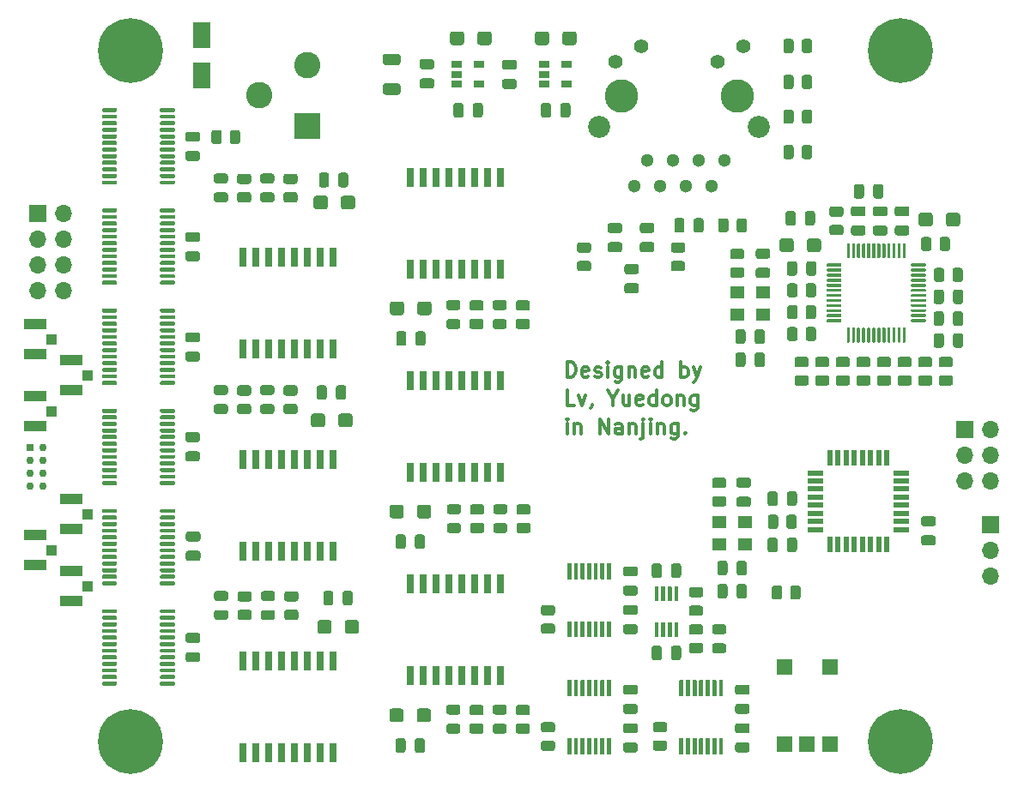
<source format=gts>
G04 #@! TF.GenerationSoftware,KiCad,Pcbnew,(5.1.12)-1*
G04 #@! TF.CreationDate,2022-03-28T13:46:33+08:00*
G04 #@! TF.ProjectId,spi_mux_demo_board,7370695f-6d75-4785-9f64-656d6f5f626f,rev?*
G04 #@! TF.SameCoordinates,Original*
G04 #@! TF.FileFunction,Soldermask,Top*
G04 #@! TF.FilePolarity,Negative*
%FSLAX46Y46*%
G04 Gerber Fmt 4.6, Leading zero omitted, Abs format (unit mm)*
G04 Created by KiCad (PCBNEW (5.1.12)-1) date 2022-03-28 13:46:33*
%MOMM*%
%LPD*%
G01*
G04 APERTURE LIST*
%ADD10C,0.300000*%
%ADD11C,1.408000*%
%ADD12C,3.300000*%
%ADD13C,2.184400*%
%ADD14C,1.300000*%
%ADD15O,1.700000X1.700000*%
%ADD16R,1.700000X1.700000*%
%ADD17R,1.050000X1.050000*%
%ADD18R,2.200000X1.050000*%
%ADD19C,2.600000*%
%ADD20R,2.600000X2.600000*%
%ADD21R,1.400000X1.200000*%
%ADD22R,0.550000X1.600000*%
%ADD23R,1.600000X0.550000*%
%ADD24R,1.060000X0.650000*%
%ADD25R,0.640000X1.930000*%
%ADD26C,0.750000*%
%ADD27R,0.750000X0.750000*%
%ADD28R,1.800000X2.500000*%
%ADD29R,1.600000X1.600000*%
%ADD30C,0.800000*%
%ADD31C,6.400000*%
G04 APERTURE END LIST*
D10*
X154302628Y-101567371D02*
X154302628Y-100567371D01*
X154302628Y-100067371D02*
X154231199Y-100138800D01*
X154302628Y-100210228D01*
X154374057Y-100138800D01*
X154302628Y-100067371D01*
X154302628Y-100210228D01*
X155016914Y-100567371D02*
X155016914Y-101567371D01*
X155016914Y-100710228D02*
X155088342Y-100638800D01*
X155231199Y-100567371D01*
X155445485Y-100567371D01*
X155588342Y-100638800D01*
X155659771Y-100781657D01*
X155659771Y-101567371D01*
X157516914Y-101567371D02*
X157516914Y-100067371D01*
X158374057Y-101567371D01*
X158374057Y-100067371D01*
X159731199Y-101567371D02*
X159731199Y-100781657D01*
X159659771Y-100638800D01*
X159516914Y-100567371D01*
X159231199Y-100567371D01*
X159088342Y-100638800D01*
X159731199Y-101495942D02*
X159588342Y-101567371D01*
X159231199Y-101567371D01*
X159088342Y-101495942D01*
X159016914Y-101353085D01*
X159016914Y-101210228D01*
X159088342Y-101067371D01*
X159231199Y-100995942D01*
X159588342Y-100995942D01*
X159731199Y-100924514D01*
X160445485Y-100567371D02*
X160445485Y-101567371D01*
X160445485Y-100710228D02*
X160516914Y-100638800D01*
X160659771Y-100567371D01*
X160874057Y-100567371D01*
X161016914Y-100638800D01*
X161088342Y-100781657D01*
X161088342Y-101567371D01*
X161802628Y-100567371D02*
X161802628Y-101853085D01*
X161731199Y-101995942D01*
X161588342Y-102067371D01*
X161516914Y-102067371D01*
X161802628Y-100067371D02*
X161731199Y-100138800D01*
X161802628Y-100210228D01*
X161874057Y-100138800D01*
X161802628Y-100067371D01*
X161802628Y-100210228D01*
X162516914Y-101567371D02*
X162516914Y-100567371D01*
X162516914Y-100067371D02*
X162445485Y-100138800D01*
X162516914Y-100210228D01*
X162588342Y-100138800D01*
X162516914Y-100067371D01*
X162516914Y-100210228D01*
X163231199Y-100567371D02*
X163231199Y-101567371D01*
X163231199Y-100710228D02*
X163302628Y-100638800D01*
X163445485Y-100567371D01*
X163659771Y-100567371D01*
X163802628Y-100638800D01*
X163874057Y-100781657D01*
X163874057Y-101567371D01*
X165231199Y-100567371D02*
X165231199Y-101781657D01*
X165159771Y-101924514D01*
X165088342Y-101995942D01*
X164945485Y-102067371D01*
X164731199Y-102067371D01*
X164588342Y-101995942D01*
X165231199Y-101495942D02*
X165088342Y-101567371D01*
X164802628Y-101567371D01*
X164659771Y-101495942D01*
X164588342Y-101424514D01*
X164516914Y-101281657D01*
X164516914Y-100853085D01*
X164588342Y-100710228D01*
X164659771Y-100638800D01*
X164802628Y-100567371D01*
X165088342Y-100567371D01*
X165231199Y-100638800D01*
X165945485Y-101424514D02*
X166016914Y-101495942D01*
X165945485Y-101567371D01*
X165874057Y-101495942D01*
X165945485Y-101424514D01*
X165945485Y-101567371D01*
X155016914Y-98747971D02*
X154302628Y-98747971D01*
X154302628Y-97247971D01*
X155374057Y-97747971D02*
X155731200Y-98747971D01*
X156088342Y-97747971D01*
X156731200Y-98676542D02*
X156731200Y-98747971D01*
X156659771Y-98890828D01*
X156588342Y-98962257D01*
X158802628Y-98033685D02*
X158802628Y-98747971D01*
X158302628Y-97247971D02*
X158802628Y-98033685D01*
X159302628Y-97247971D01*
X160445485Y-97747971D02*
X160445485Y-98747971D01*
X159802628Y-97747971D02*
X159802628Y-98533685D01*
X159874057Y-98676542D01*
X160016914Y-98747971D01*
X160231200Y-98747971D01*
X160374057Y-98676542D01*
X160445485Y-98605114D01*
X161731200Y-98676542D02*
X161588342Y-98747971D01*
X161302628Y-98747971D01*
X161159771Y-98676542D01*
X161088342Y-98533685D01*
X161088342Y-97962257D01*
X161159771Y-97819400D01*
X161302628Y-97747971D01*
X161588342Y-97747971D01*
X161731200Y-97819400D01*
X161802628Y-97962257D01*
X161802628Y-98105114D01*
X161088342Y-98247971D01*
X163088342Y-98747971D02*
X163088342Y-97247971D01*
X163088342Y-98676542D02*
X162945485Y-98747971D01*
X162659771Y-98747971D01*
X162516914Y-98676542D01*
X162445485Y-98605114D01*
X162374057Y-98462257D01*
X162374057Y-98033685D01*
X162445485Y-97890828D01*
X162516914Y-97819400D01*
X162659771Y-97747971D01*
X162945485Y-97747971D01*
X163088342Y-97819400D01*
X164016914Y-98747971D02*
X163874057Y-98676542D01*
X163802628Y-98605114D01*
X163731200Y-98462257D01*
X163731200Y-98033685D01*
X163802628Y-97890828D01*
X163874057Y-97819400D01*
X164016914Y-97747971D01*
X164231200Y-97747971D01*
X164374057Y-97819400D01*
X164445485Y-97890828D01*
X164516914Y-98033685D01*
X164516914Y-98462257D01*
X164445485Y-98605114D01*
X164374057Y-98676542D01*
X164231200Y-98747971D01*
X164016914Y-98747971D01*
X165159771Y-97747971D02*
X165159771Y-98747971D01*
X165159771Y-97890828D02*
X165231200Y-97819400D01*
X165374057Y-97747971D01*
X165588342Y-97747971D01*
X165731200Y-97819400D01*
X165802628Y-97962257D01*
X165802628Y-98747971D01*
X167159771Y-97747971D02*
X167159771Y-98962257D01*
X167088342Y-99105114D01*
X167016914Y-99176542D01*
X166874057Y-99247971D01*
X166659771Y-99247971D01*
X166516914Y-99176542D01*
X167159771Y-98676542D02*
X167016914Y-98747971D01*
X166731200Y-98747971D01*
X166588342Y-98676542D01*
X166516914Y-98605114D01*
X166445485Y-98462257D01*
X166445485Y-98033685D01*
X166516914Y-97890828D01*
X166588342Y-97819400D01*
X166731200Y-97747971D01*
X167016914Y-97747971D01*
X167159771Y-97819400D01*
X154302629Y-95953971D02*
X154302629Y-94453971D01*
X154659771Y-94453971D01*
X154874057Y-94525400D01*
X155016914Y-94668257D01*
X155088343Y-94811114D01*
X155159771Y-95096828D01*
X155159771Y-95311114D01*
X155088343Y-95596828D01*
X155016914Y-95739685D01*
X154874057Y-95882542D01*
X154659771Y-95953971D01*
X154302629Y-95953971D01*
X156374057Y-95882542D02*
X156231200Y-95953971D01*
X155945486Y-95953971D01*
X155802629Y-95882542D01*
X155731200Y-95739685D01*
X155731200Y-95168257D01*
X155802629Y-95025400D01*
X155945486Y-94953971D01*
X156231200Y-94953971D01*
X156374057Y-95025400D01*
X156445486Y-95168257D01*
X156445486Y-95311114D01*
X155731200Y-95453971D01*
X157016914Y-95882542D02*
X157159771Y-95953971D01*
X157445486Y-95953971D01*
X157588343Y-95882542D01*
X157659771Y-95739685D01*
X157659771Y-95668257D01*
X157588343Y-95525400D01*
X157445486Y-95453971D01*
X157231200Y-95453971D01*
X157088343Y-95382542D01*
X157016914Y-95239685D01*
X157016914Y-95168257D01*
X157088343Y-95025400D01*
X157231200Y-94953971D01*
X157445486Y-94953971D01*
X157588343Y-95025400D01*
X158302629Y-95953971D02*
X158302629Y-94953971D01*
X158302629Y-94453971D02*
X158231200Y-94525400D01*
X158302629Y-94596828D01*
X158374057Y-94525400D01*
X158302629Y-94453971D01*
X158302629Y-94596828D01*
X159659771Y-94953971D02*
X159659771Y-96168257D01*
X159588343Y-96311114D01*
X159516914Y-96382542D01*
X159374057Y-96453971D01*
X159159771Y-96453971D01*
X159016914Y-96382542D01*
X159659771Y-95882542D02*
X159516914Y-95953971D01*
X159231200Y-95953971D01*
X159088343Y-95882542D01*
X159016914Y-95811114D01*
X158945486Y-95668257D01*
X158945486Y-95239685D01*
X159016914Y-95096828D01*
X159088343Y-95025400D01*
X159231200Y-94953971D01*
X159516914Y-94953971D01*
X159659771Y-95025400D01*
X160374057Y-94953971D02*
X160374057Y-95953971D01*
X160374057Y-95096828D02*
X160445486Y-95025400D01*
X160588343Y-94953971D01*
X160802629Y-94953971D01*
X160945486Y-95025400D01*
X161016914Y-95168257D01*
X161016914Y-95953971D01*
X162302629Y-95882542D02*
X162159771Y-95953971D01*
X161874057Y-95953971D01*
X161731200Y-95882542D01*
X161659771Y-95739685D01*
X161659771Y-95168257D01*
X161731200Y-95025400D01*
X161874057Y-94953971D01*
X162159771Y-94953971D01*
X162302629Y-95025400D01*
X162374057Y-95168257D01*
X162374057Y-95311114D01*
X161659771Y-95453971D01*
X163659771Y-95953971D02*
X163659771Y-94453971D01*
X163659771Y-95882542D02*
X163516914Y-95953971D01*
X163231200Y-95953971D01*
X163088343Y-95882542D01*
X163016914Y-95811114D01*
X162945486Y-95668257D01*
X162945486Y-95239685D01*
X163016914Y-95096828D01*
X163088343Y-95025400D01*
X163231200Y-94953971D01*
X163516914Y-94953971D01*
X163659771Y-95025400D01*
X165516914Y-95953971D02*
X165516914Y-94453971D01*
X165516914Y-95025400D02*
X165659771Y-94953971D01*
X165945486Y-94953971D01*
X166088343Y-95025400D01*
X166159771Y-95096828D01*
X166231200Y-95239685D01*
X166231200Y-95668257D01*
X166159771Y-95811114D01*
X166088343Y-95882542D01*
X165945486Y-95953971D01*
X165659771Y-95953971D01*
X165516914Y-95882542D01*
X166731200Y-94953971D02*
X167088343Y-95953971D01*
X167445486Y-94953971D02*
X167088343Y-95953971D01*
X166945486Y-96311114D01*
X166874057Y-96382542D01*
X166731200Y-96453971D01*
G36*
G01*
X164879000Y-120186000D02*
X165239000Y-120186000D01*
G75*
G02*
X165259000Y-120206000I0J-20000D01*
G01*
X165259000Y-121586000D01*
G75*
G02*
X165239000Y-121606000I-20000J0D01*
G01*
X164879000Y-121606000D01*
G75*
G02*
X164859000Y-121586000I0J20000D01*
G01*
X164859000Y-120206000D01*
G75*
G02*
X164879000Y-120186000I20000J0D01*
G01*
G37*
G36*
G01*
X164229000Y-120186000D02*
X164589000Y-120186000D01*
G75*
G02*
X164609000Y-120206000I0J-20000D01*
G01*
X164609000Y-121586000D01*
G75*
G02*
X164589000Y-121606000I-20000J0D01*
G01*
X164229000Y-121606000D01*
G75*
G02*
X164209000Y-121586000I0J20000D01*
G01*
X164209000Y-120206000D01*
G75*
G02*
X164229000Y-120186000I20000J0D01*
G01*
G37*
G36*
G01*
X163579000Y-120186000D02*
X163939000Y-120186000D01*
G75*
G02*
X163959000Y-120206000I0J-20000D01*
G01*
X163959000Y-121586000D01*
G75*
G02*
X163939000Y-121606000I-20000J0D01*
G01*
X163579000Y-121606000D01*
G75*
G02*
X163559000Y-121586000I0J20000D01*
G01*
X163559000Y-120206000D01*
G75*
G02*
X163579000Y-120186000I20000J0D01*
G01*
G37*
G36*
G01*
X162929000Y-120186000D02*
X163289000Y-120186000D01*
G75*
G02*
X163309000Y-120206000I0J-20000D01*
G01*
X163309000Y-121586000D01*
G75*
G02*
X163289000Y-121606000I-20000J0D01*
G01*
X162929000Y-121606000D01*
G75*
G02*
X162909000Y-121586000I0J20000D01*
G01*
X162909000Y-120206000D01*
G75*
G02*
X162929000Y-120186000I20000J0D01*
G01*
G37*
G36*
G01*
X162929000Y-116646000D02*
X163289000Y-116646000D01*
G75*
G02*
X163309000Y-116666000I0J-20000D01*
G01*
X163309000Y-118046000D01*
G75*
G02*
X163289000Y-118066000I-20000J0D01*
G01*
X162929000Y-118066000D01*
G75*
G02*
X162909000Y-118046000I0J20000D01*
G01*
X162909000Y-116666000D01*
G75*
G02*
X162929000Y-116646000I20000J0D01*
G01*
G37*
G36*
G01*
X163579000Y-116646000D02*
X163939000Y-116646000D01*
G75*
G02*
X163959000Y-116666000I0J-20000D01*
G01*
X163959000Y-118046000D01*
G75*
G02*
X163939000Y-118066000I-20000J0D01*
G01*
X163579000Y-118066000D01*
G75*
G02*
X163559000Y-118046000I0J20000D01*
G01*
X163559000Y-116666000D01*
G75*
G02*
X163579000Y-116646000I20000J0D01*
G01*
G37*
G36*
G01*
X164229000Y-116646000D02*
X164589000Y-116646000D01*
G75*
G02*
X164609000Y-116666000I0J-20000D01*
G01*
X164609000Y-118046000D01*
G75*
G02*
X164589000Y-118066000I-20000J0D01*
G01*
X164229000Y-118066000D01*
G75*
G02*
X164209000Y-118046000I0J20000D01*
G01*
X164209000Y-116666000D01*
G75*
G02*
X164229000Y-116646000I20000J0D01*
G01*
G37*
G36*
G01*
X164879000Y-116646000D02*
X165239000Y-116646000D01*
G75*
G02*
X165259000Y-116666000I0J-20000D01*
G01*
X165259000Y-118046000D01*
G75*
G02*
X165239000Y-118066000I-20000J0D01*
G01*
X164879000Y-118066000D01*
G75*
G02*
X164859000Y-118046000I0J20000D01*
G01*
X164859000Y-116666000D01*
G75*
G02*
X164879000Y-116646000I20000J0D01*
G01*
G37*
G36*
G01*
X158229500Y-131625000D02*
X158598500Y-131625000D01*
G75*
G02*
X158619000Y-131645500I0J-20500D01*
G01*
X158619000Y-133174500D01*
G75*
G02*
X158598500Y-133195000I-20500J0D01*
G01*
X158229500Y-133195000D01*
G75*
G02*
X158209000Y-133174500I0J20500D01*
G01*
X158209000Y-131645500D01*
G75*
G02*
X158229500Y-131625000I20500J0D01*
G01*
G37*
G36*
G01*
X157579500Y-131625000D02*
X157948500Y-131625000D01*
G75*
G02*
X157969000Y-131645500I0J-20500D01*
G01*
X157969000Y-133174500D01*
G75*
G02*
X157948500Y-133195000I-20500J0D01*
G01*
X157579500Y-133195000D01*
G75*
G02*
X157559000Y-133174500I0J20500D01*
G01*
X157559000Y-131645500D01*
G75*
G02*
X157579500Y-131625000I20500J0D01*
G01*
G37*
G36*
G01*
X156929500Y-131625000D02*
X157298500Y-131625000D01*
G75*
G02*
X157319000Y-131645500I0J-20500D01*
G01*
X157319000Y-133174500D01*
G75*
G02*
X157298500Y-133195000I-20500J0D01*
G01*
X156929500Y-133195000D01*
G75*
G02*
X156909000Y-133174500I0J20500D01*
G01*
X156909000Y-131645500D01*
G75*
G02*
X156929500Y-131625000I20500J0D01*
G01*
G37*
G36*
G01*
X156279500Y-131625000D02*
X156648500Y-131625000D01*
G75*
G02*
X156669000Y-131645500I0J-20500D01*
G01*
X156669000Y-133174500D01*
G75*
G02*
X156648500Y-133195000I-20500J0D01*
G01*
X156279500Y-133195000D01*
G75*
G02*
X156259000Y-133174500I0J20500D01*
G01*
X156259000Y-131645500D01*
G75*
G02*
X156279500Y-131625000I20500J0D01*
G01*
G37*
G36*
G01*
X155629500Y-131625000D02*
X155998500Y-131625000D01*
G75*
G02*
X156019000Y-131645500I0J-20500D01*
G01*
X156019000Y-133174500D01*
G75*
G02*
X155998500Y-133195000I-20500J0D01*
G01*
X155629500Y-133195000D01*
G75*
G02*
X155609000Y-133174500I0J20500D01*
G01*
X155609000Y-131645500D01*
G75*
G02*
X155629500Y-131625000I20500J0D01*
G01*
G37*
G36*
G01*
X154979500Y-131625000D02*
X155348500Y-131625000D01*
G75*
G02*
X155369000Y-131645500I0J-20500D01*
G01*
X155369000Y-133174500D01*
G75*
G02*
X155348500Y-133195000I-20500J0D01*
G01*
X154979500Y-133195000D01*
G75*
G02*
X154959000Y-133174500I0J20500D01*
G01*
X154959000Y-131645500D01*
G75*
G02*
X154979500Y-131625000I20500J0D01*
G01*
G37*
G36*
G01*
X154329500Y-131625000D02*
X154698500Y-131625000D01*
G75*
G02*
X154719000Y-131645500I0J-20500D01*
G01*
X154719000Y-133174500D01*
G75*
G02*
X154698500Y-133195000I-20500J0D01*
G01*
X154329500Y-133195000D01*
G75*
G02*
X154309000Y-133174500I0J20500D01*
G01*
X154309000Y-131645500D01*
G75*
G02*
X154329500Y-131625000I20500J0D01*
G01*
G37*
G36*
G01*
X154329500Y-125885000D02*
X154698500Y-125885000D01*
G75*
G02*
X154719000Y-125905500I0J-20500D01*
G01*
X154719000Y-127434500D01*
G75*
G02*
X154698500Y-127455000I-20500J0D01*
G01*
X154329500Y-127455000D01*
G75*
G02*
X154309000Y-127434500I0J20500D01*
G01*
X154309000Y-125905500D01*
G75*
G02*
X154329500Y-125885000I20500J0D01*
G01*
G37*
G36*
G01*
X154979500Y-125885000D02*
X155348500Y-125885000D01*
G75*
G02*
X155369000Y-125905500I0J-20500D01*
G01*
X155369000Y-127434500D01*
G75*
G02*
X155348500Y-127455000I-20500J0D01*
G01*
X154979500Y-127455000D01*
G75*
G02*
X154959000Y-127434500I0J20500D01*
G01*
X154959000Y-125905500D01*
G75*
G02*
X154979500Y-125885000I20500J0D01*
G01*
G37*
G36*
G01*
X155629500Y-125885000D02*
X155998500Y-125885000D01*
G75*
G02*
X156019000Y-125905500I0J-20500D01*
G01*
X156019000Y-127434500D01*
G75*
G02*
X155998500Y-127455000I-20500J0D01*
G01*
X155629500Y-127455000D01*
G75*
G02*
X155609000Y-127434500I0J20500D01*
G01*
X155609000Y-125905500D01*
G75*
G02*
X155629500Y-125885000I20500J0D01*
G01*
G37*
G36*
G01*
X156279500Y-125885000D02*
X156648500Y-125885000D01*
G75*
G02*
X156669000Y-125905500I0J-20500D01*
G01*
X156669000Y-127434500D01*
G75*
G02*
X156648500Y-127455000I-20500J0D01*
G01*
X156279500Y-127455000D01*
G75*
G02*
X156259000Y-127434500I0J20500D01*
G01*
X156259000Y-125905500D01*
G75*
G02*
X156279500Y-125885000I20500J0D01*
G01*
G37*
G36*
G01*
X156929500Y-125885000D02*
X157298500Y-125885000D01*
G75*
G02*
X157319000Y-125905500I0J-20500D01*
G01*
X157319000Y-127434500D01*
G75*
G02*
X157298500Y-127455000I-20500J0D01*
G01*
X156929500Y-127455000D01*
G75*
G02*
X156909000Y-127434500I0J20500D01*
G01*
X156909000Y-125905500D01*
G75*
G02*
X156929500Y-125885000I20500J0D01*
G01*
G37*
G36*
G01*
X157579500Y-125885000D02*
X157948500Y-125885000D01*
G75*
G02*
X157969000Y-125905500I0J-20500D01*
G01*
X157969000Y-127434500D01*
G75*
G02*
X157948500Y-127455000I-20500J0D01*
G01*
X157579500Y-127455000D01*
G75*
G02*
X157559000Y-127434500I0J20500D01*
G01*
X157559000Y-125905500D01*
G75*
G02*
X157579500Y-125885000I20500J0D01*
G01*
G37*
G36*
G01*
X158229500Y-125885000D02*
X158598500Y-125885000D01*
G75*
G02*
X158619000Y-125905500I0J-20500D01*
G01*
X158619000Y-127434500D01*
G75*
G02*
X158598500Y-127455000I-20500J0D01*
G01*
X158229500Y-127455000D01*
G75*
G02*
X158209000Y-127434500I0J20500D01*
G01*
X158209000Y-125905500D01*
G75*
G02*
X158229500Y-125885000I20500J0D01*
G01*
G37*
G36*
G01*
X169278500Y-131625000D02*
X169647500Y-131625000D01*
G75*
G02*
X169668000Y-131645500I0J-20500D01*
G01*
X169668000Y-133174500D01*
G75*
G02*
X169647500Y-133195000I-20500J0D01*
G01*
X169278500Y-133195000D01*
G75*
G02*
X169258000Y-133174500I0J20500D01*
G01*
X169258000Y-131645500D01*
G75*
G02*
X169278500Y-131625000I20500J0D01*
G01*
G37*
G36*
G01*
X168628500Y-131625000D02*
X168997500Y-131625000D01*
G75*
G02*
X169018000Y-131645500I0J-20500D01*
G01*
X169018000Y-133174500D01*
G75*
G02*
X168997500Y-133195000I-20500J0D01*
G01*
X168628500Y-133195000D01*
G75*
G02*
X168608000Y-133174500I0J20500D01*
G01*
X168608000Y-131645500D01*
G75*
G02*
X168628500Y-131625000I20500J0D01*
G01*
G37*
G36*
G01*
X167978500Y-131625000D02*
X168347500Y-131625000D01*
G75*
G02*
X168368000Y-131645500I0J-20500D01*
G01*
X168368000Y-133174500D01*
G75*
G02*
X168347500Y-133195000I-20500J0D01*
G01*
X167978500Y-133195000D01*
G75*
G02*
X167958000Y-133174500I0J20500D01*
G01*
X167958000Y-131645500D01*
G75*
G02*
X167978500Y-131625000I20500J0D01*
G01*
G37*
G36*
G01*
X167328500Y-131625000D02*
X167697500Y-131625000D01*
G75*
G02*
X167718000Y-131645500I0J-20500D01*
G01*
X167718000Y-133174500D01*
G75*
G02*
X167697500Y-133195000I-20500J0D01*
G01*
X167328500Y-133195000D01*
G75*
G02*
X167308000Y-133174500I0J20500D01*
G01*
X167308000Y-131645500D01*
G75*
G02*
X167328500Y-131625000I20500J0D01*
G01*
G37*
G36*
G01*
X166678500Y-131625000D02*
X167047500Y-131625000D01*
G75*
G02*
X167068000Y-131645500I0J-20500D01*
G01*
X167068000Y-133174500D01*
G75*
G02*
X167047500Y-133195000I-20500J0D01*
G01*
X166678500Y-133195000D01*
G75*
G02*
X166658000Y-133174500I0J20500D01*
G01*
X166658000Y-131645500D01*
G75*
G02*
X166678500Y-131625000I20500J0D01*
G01*
G37*
G36*
G01*
X166028500Y-131625000D02*
X166397500Y-131625000D01*
G75*
G02*
X166418000Y-131645500I0J-20500D01*
G01*
X166418000Y-133174500D01*
G75*
G02*
X166397500Y-133195000I-20500J0D01*
G01*
X166028500Y-133195000D01*
G75*
G02*
X166008000Y-133174500I0J20500D01*
G01*
X166008000Y-131645500D01*
G75*
G02*
X166028500Y-131625000I20500J0D01*
G01*
G37*
G36*
G01*
X165378500Y-131625000D02*
X165747500Y-131625000D01*
G75*
G02*
X165768000Y-131645500I0J-20500D01*
G01*
X165768000Y-133174500D01*
G75*
G02*
X165747500Y-133195000I-20500J0D01*
G01*
X165378500Y-133195000D01*
G75*
G02*
X165358000Y-133174500I0J20500D01*
G01*
X165358000Y-131645500D01*
G75*
G02*
X165378500Y-131625000I20500J0D01*
G01*
G37*
G36*
G01*
X165378500Y-125885000D02*
X165747500Y-125885000D01*
G75*
G02*
X165768000Y-125905500I0J-20500D01*
G01*
X165768000Y-127434500D01*
G75*
G02*
X165747500Y-127455000I-20500J0D01*
G01*
X165378500Y-127455000D01*
G75*
G02*
X165358000Y-127434500I0J20500D01*
G01*
X165358000Y-125905500D01*
G75*
G02*
X165378500Y-125885000I20500J0D01*
G01*
G37*
G36*
G01*
X166028500Y-125885000D02*
X166397500Y-125885000D01*
G75*
G02*
X166418000Y-125905500I0J-20500D01*
G01*
X166418000Y-127434500D01*
G75*
G02*
X166397500Y-127455000I-20500J0D01*
G01*
X166028500Y-127455000D01*
G75*
G02*
X166008000Y-127434500I0J20500D01*
G01*
X166008000Y-125905500D01*
G75*
G02*
X166028500Y-125885000I20500J0D01*
G01*
G37*
G36*
G01*
X166678500Y-125885000D02*
X167047500Y-125885000D01*
G75*
G02*
X167068000Y-125905500I0J-20500D01*
G01*
X167068000Y-127434500D01*
G75*
G02*
X167047500Y-127455000I-20500J0D01*
G01*
X166678500Y-127455000D01*
G75*
G02*
X166658000Y-127434500I0J20500D01*
G01*
X166658000Y-125905500D01*
G75*
G02*
X166678500Y-125885000I20500J0D01*
G01*
G37*
G36*
G01*
X167328500Y-125885000D02*
X167697500Y-125885000D01*
G75*
G02*
X167718000Y-125905500I0J-20500D01*
G01*
X167718000Y-127434500D01*
G75*
G02*
X167697500Y-127455000I-20500J0D01*
G01*
X167328500Y-127455000D01*
G75*
G02*
X167308000Y-127434500I0J20500D01*
G01*
X167308000Y-125905500D01*
G75*
G02*
X167328500Y-125885000I20500J0D01*
G01*
G37*
G36*
G01*
X167978500Y-125885000D02*
X168347500Y-125885000D01*
G75*
G02*
X168368000Y-125905500I0J-20500D01*
G01*
X168368000Y-127434500D01*
G75*
G02*
X168347500Y-127455000I-20500J0D01*
G01*
X167978500Y-127455000D01*
G75*
G02*
X167958000Y-127434500I0J20500D01*
G01*
X167958000Y-125905500D01*
G75*
G02*
X167978500Y-125885000I20500J0D01*
G01*
G37*
G36*
G01*
X168628500Y-125885000D02*
X168997500Y-125885000D01*
G75*
G02*
X169018000Y-125905500I0J-20500D01*
G01*
X169018000Y-127434500D01*
G75*
G02*
X168997500Y-127455000I-20500J0D01*
G01*
X168628500Y-127455000D01*
G75*
G02*
X168608000Y-127434500I0J20500D01*
G01*
X168608000Y-125905500D01*
G75*
G02*
X168628500Y-125885000I20500J0D01*
G01*
G37*
G36*
G01*
X169278500Y-125885000D02*
X169647500Y-125885000D01*
G75*
G02*
X169668000Y-125905500I0J-20500D01*
G01*
X169668000Y-127434500D01*
G75*
G02*
X169647500Y-127455000I-20500J0D01*
G01*
X169278500Y-127455000D01*
G75*
G02*
X169258000Y-127434500I0J20500D01*
G01*
X169258000Y-125905500D01*
G75*
G02*
X169278500Y-125885000I20500J0D01*
G01*
G37*
G36*
G01*
X158229500Y-120068000D02*
X158598500Y-120068000D01*
G75*
G02*
X158619000Y-120088500I0J-20500D01*
G01*
X158619000Y-121617500D01*
G75*
G02*
X158598500Y-121638000I-20500J0D01*
G01*
X158229500Y-121638000D01*
G75*
G02*
X158209000Y-121617500I0J20500D01*
G01*
X158209000Y-120088500D01*
G75*
G02*
X158229500Y-120068000I20500J0D01*
G01*
G37*
G36*
G01*
X157579500Y-120068000D02*
X157948500Y-120068000D01*
G75*
G02*
X157969000Y-120088500I0J-20500D01*
G01*
X157969000Y-121617500D01*
G75*
G02*
X157948500Y-121638000I-20500J0D01*
G01*
X157579500Y-121638000D01*
G75*
G02*
X157559000Y-121617500I0J20500D01*
G01*
X157559000Y-120088500D01*
G75*
G02*
X157579500Y-120068000I20500J0D01*
G01*
G37*
G36*
G01*
X156929500Y-120068000D02*
X157298500Y-120068000D01*
G75*
G02*
X157319000Y-120088500I0J-20500D01*
G01*
X157319000Y-121617500D01*
G75*
G02*
X157298500Y-121638000I-20500J0D01*
G01*
X156929500Y-121638000D01*
G75*
G02*
X156909000Y-121617500I0J20500D01*
G01*
X156909000Y-120088500D01*
G75*
G02*
X156929500Y-120068000I20500J0D01*
G01*
G37*
G36*
G01*
X156279500Y-120068000D02*
X156648500Y-120068000D01*
G75*
G02*
X156669000Y-120088500I0J-20500D01*
G01*
X156669000Y-121617500D01*
G75*
G02*
X156648500Y-121638000I-20500J0D01*
G01*
X156279500Y-121638000D01*
G75*
G02*
X156259000Y-121617500I0J20500D01*
G01*
X156259000Y-120088500D01*
G75*
G02*
X156279500Y-120068000I20500J0D01*
G01*
G37*
G36*
G01*
X155629500Y-120068000D02*
X155998500Y-120068000D01*
G75*
G02*
X156019000Y-120088500I0J-20500D01*
G01*
X156019000Y-121617500D01*
G75*
G02*
X155998500Y-121638000I-20500J0D01*
G01*
X155629500Y-121638000D01*
G75*
G02*
X155609000Y-121617500I0J20500D01*
G01*
X155609000Y-120088500D01*
G75*
G02*
X155629500Y-120068000I20500J0D01*
G01*
G37*
G36*
G01*
X154979500Y-120068000D02*
X155348500Y-120068000D01*
G75*
G02*
X155369000Y-120088500I0J-20500D01*
G01*
X155369000Y-121617500D01*
G75*
G02*
X155348500Y-121638000I-20500J0D01*
G01*
X154979500Y-121638000D01*
G75*
G02*
X154959000Y-121617500I0J20500D01*
G01*
X154959000Y-120088500D01*
G75*
G02*
X154979500Y-120068000I20500J0D01*
G01*
G37*
G36*
G01*
X154329500Y-120068000D02*
X154698500Y-120068000D01*
G75*
G02*
X154719000Y-120088500I0J-20500D01*
G01*
X154719000Y-121617500D01*
G75*
G02*
X154698500Y-121638000I-20500J0D01*
G01*
X154329500Y-121638000D01*
G75*
G02*
X154309000Y-121617500I0J20500D01*
G01*
X154309000Y-120088500D01*
G75*
G02*
X154329500Y-120068000I20500J0D01*
G01*
G37*
G36*
G01*
X154329500Y-114328000D02*
X154698500Y-114328000D01*
G75*
G02*
X154719000Y-114348500I0J-20500D01*
G01*
X154719000Y-115877500D01*
G75*
G02*
X154698500Y-115898000I-20500J0D01*
G01*
X154329500Y-115898000D01*
G75*
G02*
X154309000Y-115877500I0J20500D01*
G01*
X154309000Y-114348500D01*
G75*
G02*
X154329500Y-114328000I20500J0D01*
G01*
G37*
G36*
G01*
X154979500Y-114328000D02*
X155348500Y-114328000D01*
G75*
G02*
X155369000Y-114348500I0J-20500D01*
G01*
X155369000Y-115877500D01*
G75*
G02*
X155348500Y-115898000I-20500J0D01*
G01*
X154979500Y-115898000D01*
G75*
G02*
X154959000Y-115877500I0J20500D01*
G01*
X154959000Y-114348500D01*
G75*
G02*
X154979500Y-114328000I20500J0D01*
G01*
G37*
G36*
G01*
X155629500Y-114328000D02*
X155998500Y-114328000D01*
G75*
G02*
X156019000Y-114348500I0J-20500D01*
G01*
X156019000Y-115877500D01*
G75*
G02*
X155998500Y-115898000I-20500J0D01*
G01*
X155629500Y-115898000D01*
G75*
G02*
X155609000Y-115877500I0J20500D01*
G01*
X155609000Y-114348500D01*
G75*
G02*
X155629500Y-114328000I20500J0D01*
G01*
G37*
G36*
G01*
X156279500Y-114328000D02*
X156648500Y-114328000D01*
G75*
G02*
X156669000Y-114348500I0J-20500D01*
G01*
X156669000Y-115877500D01*
G75*
G02*
X156648500Y-115898000I-20500J0D01*
G01*
X156279500Y-115898000D01*
G75*
G02*
X156259000Y-115877500I0J20500D01*
G01*
X156259000Y-114348500D01*
G75*
G02*
X156279500Y-114328000I20500J0D01*
G01*
G37*
G36*
G01*
X156929500Y-114328000D02*
X157298500Y-114328000D01*
G75*
G02*
X157319000Y-114348500I0J-20500D01*
G01*
X157319000Y-115877500D01*
G75*
G02*
X157298500Y-115898000I-20500J0D01*
G01*
X156929500Y-115898000D01*
G75*
G02*
X156909000Y-115877500I0J20500D01*
G01*
X156909000Y-114348500D01*
G75*
G02*
X156929500Y-114328000I20500J0D01*
G01*
G37*
G36*
G01*
X157579500Y-114328000D02*
X157948500Y-114328000D01*
G75*
G02*
X157969000Y-114348500I0J-20500D01*
G01*
X157969000Y-115877500D01*
G75*
G02*
X157948500Y-115898000I-20500J0D01*
G01*
X157579500Y-115898000D01*
G75*
G02*
X157559000Y-115877500I0J20500D01*
G01*
X157559000Y-114348500D01*
G75*
G02*
X157579500Y-114328000I20500J0D01*
G01*
G37*
G36*
G01*
X158229500Y-114328000D02*
X158598500Y-114328000D01*
G75*
G02*
X158619000Y-114348500I0J-20500D01*
G01*
X158619000Y-115877500D01*
G75*
G02*
X158598500Y-115898000I-20500J0D01*
G01*
X158229500Y-115898000D01*
G75*
G02*
X158209000Y-115877500I0J20500D01*
G01*
X158209000Y-114348500D01*
G75*
G02*
X158229500Y-114328000I20500J0D01*
G01*
G37*
D11*
X161570380Y-63299870D03*
X169140380Y-64819870D03*
X171678530Y-63299370D03*
X159028530Y-64819370D03*
D12*
X171069790Y-68197959D03*
X159639790Y-68197959D03*
D13*
X157479790Y-71247960D03*
X173229790Y-71247960D03*
D14*
X169799790Y-74547960D03*
X168529790Y-77087960D03*
X167259790Y-74547960D03*
X165989791Y-77087960D03*
X164719791Y-74547960D03*
X163449790Y-77087960D03*
X162179790Y-74547960D03*
X160909790Y-77087960D03*
G36*
G01*
X136357199Y-66940000D02*
X137607201Y-66940000D01*
G75*
G02*
X137857200Y-67189999I0J-249999D01*
G01*
X137857200Y-67815001D01*
G75*
G02*
X137607201Y-68065000I-249999J0D01*
G01*
X136357199Y-68065000D01*
G75*
G02*
X136107200Y-67815001I0J249999D01*
G01*
X136107200Y-67189999D01*
G75*
G02*
X136357199Y-66940000I249999J0D01*
G01*
G37*
G36*
G01*
X136357199Y-64015000D02*
X137607201Y-64015000D01*
G75*
G02*
X137857200Y-64264999I0J-249999D01*
G01*
X137857200Y-64890001D01*
G75*
G02*
X137607201Y-65140000I-249999J0D01*
G01*
X136357199Y-65140000D01*
G75*
G02*
X136107200Y-64890001I0J249999D01*
G01*
X136107200Y-64264999D01*
G75*
G02*
X136357199Y-64015000I249999J0D01*
G01*
G37*
D15*
X104648000Y-87376000D03*
X102108000Y-87376000D03*
X104648000Y-84836000D03*
X102108000Y-84836000D03*
X104648000Y-82296000D03*
X102108000Y-82296000D03*
X104648000Y-79756000D03*
D16*
X102108000Y-79756000D03*
D17*
X106985000Y-116586000D03*
D18*
X105410000Y-115111000D03*
X105410000Y-118061000D03*
D17*
X103429000Y-113030000D03*
D18*
X101854000Y-111555000D03*
X101854000Y-114505000D03*
D17*
X106985000Y-109474000D03*
D18*
X105410000Y-107999000D03*
X105410000Y-110949000D03*
D17*
X106985000Y-95758000D03*
D18*
X105410000Y-94283000D03*
X105410000Y-97233000D03*
D17*
X103429000Y-92202000D03*
D18*
X101854000Y-90727000D03*
X101854000Y-93677000D03*
D17*
X103429000Y-99314000D03*
D18*
X101854000Y-97839000D03*
X101854000Y-100789000D03*
D19*
X123951000Y-68120000D03*
X128651000Y-65120000D03*
D20*
X128651000Y-71120000D03*
G36*
G01*
X126638899Y-118916400D02*
X127538901Y-118916400D01*
G75*
G02*
X127788900Y-119166399I0J-249999D01*
G01*
X127788900Y-119691401D01*
G75*
G02*
X127538901Y-119941400I-249999J0D01*
G01*
X126638899Y-119941400D01*
G75*
G02*
X126388900Y-119691401I0J249999D01*
G01*
X126388900Y-119166399D01*
G75*
G02*
X126638899Y-118916400I249999J0D01*
G01*
G37*
G36*
G01*
X126638899Y-117091400D02*
X127538901Y-117091400D01*
G75*
G02*
X127788900Y-117341399I0J-249999D01*
G01*
X127788900Y-117866401D01*
G75*
G02*
X127538901Y-118116400I-249999J0D01*
G01*
X126638899Y-118116400D01*
G75*
G02*
X126388900Y-117866401I0J249999D01*
G01*
X126388900Y-117341399D01*
G75*
G02*
X126638899Y-117091400I249999J0D01*
G01*
G37*
G36*
G01*
X122024565Y-118916400D02*
X122924567Y-118916400D01*
G75*
G02*
X123174566Y-119166399I0J-249999D01*
G01*
X123174566Y-119691401D01*
G75*
G02*
X122924567Y-119941400I-249999J0D01*
G01*
X122024565Y-119941400D01*
G75*
G02*
X121774566Y-119691401I0J249999D01*
G01*
X121774566Y-119166399D01*
G75*
G02*
X122024565Y-118916400I249999J0D01*
G01*
G37*
G36*
G01*
X122024565Y-117091400D02*
X122924567Y-117091400D01*
G75*
G02*
X123174566Y-117341399I0J-249999D01*
G01*
X123174566Y-117866401D01*
G75*
G02*
X122924567Y-118116400I-249999J0D01*
G01*
X122024565Y-118116400D01*
G75*
G02*
X121774566Y-117866401I0J249999D01*
G01*
X121774566Y-117341399D01*
G75*
G02*
X122024565Y-117091400I249999J0D01*
G01*
G37*
G36*
G01*
X150373501Y-129350500D02*
X149473499Y-129350500D01*
G75*
G02*
X149223500Y-129100501I0J249999D01*
G01*
X149223500Y-128575499D01*
G75*
G02*
X149473499Y-128325500I249999J0D01*
G01*
X150373501Y-128325500D01*
G75*
G02*
X150623500Y-128575499I0J-249999D01*
G01*
X150623500Y-129100501D01*
G75*
G02*
X150373501Y-129350500I-249999J0D01*
G01*
G37*
G36*
G01*
X150373501Y-131175500D02*
X149473499Y-131175500D01*
G75*
G02*
X149223500Y-130925501I0J249999D01*
G01*
X149223500Y-130400499D01*
G75*
G02*
X149473499Y-130150500I249999J0D01*
G01*
X150373501Y-130150500D01*
G75*
G02*
X150623500Y-130400499I0J-249999D01*
G01*
X150623500Y-130925501D01*
G75*
G02*
X150373501Y-131175500I-249999J0D01*
G01*
G37*
G36*
G01*
X144901499Y-130150500D02*
X145801501Y-130150500D01*
G75*
G02*
X146051500Y-130400499I0J-249999D01*
G01*
X146051500Y-130925501D01*
G75*
G02*
X145801501Y-131175500I-249999J0D01*
G01*
X144901499Y-131175500D01*
G75*
G02*
X144651500Y-130925501I0J249999D01*
G01*
X144651500Y-130400499D01*
G75*
G02*
X144901499Y-130150500I249999J0D01*
G01*
G37*
G36*
G01*
X144901499Y-128325500D02*
X145801501Y-128325500D01*
G75*
G02*
X146051500Y-128575499I0J-249999D01*
G01*
X146051500Y-129100501D01*
G75*
G02*
X145801501Y-129350500I-249999J0D01*
G01*
X144901499Y-129350500D01*
G75*
G02*
X144651500Y-129100501I0J249999D01*
G01*
X144651500Y-128575499D01*
G75*
G02*
X144901499Y-128325500I249999J0D01*
G01*
G37*
G36*
G01*
X150437001Y-109538500D02*
X149536999Y-109538500D01*
G75*
G02*
X149287000Y-109288501I0J249999D01*
G01*
X149287000Y-108763499D01*
G75*
G02*
X149536999Y-108513500I249999J0D01*
G01*
X150437001Y-108513500D01*
G75*
G02*
X150687000Y-108763499I0J-249999D01*
G01*
X150687000Y-109288501D01*
G75*
G02*
X150437001Y-109538500I-249999J0D01*
G01*
G37*
G36*
G01*
X150437001Y-111363500D02*
X149536999Y-111363500D01*
G75*
G02*
X149287000Y-111113501I0J249999D01*
G01*
X149287000Y-110588499D01*
G75*
G02*
X149536999Y-110338500I249999J0D01*
G01*
X150437001Y-110338500D01*
G75*
G02*
X150687000Y-110588499I0J-249999D01*
G01*
X150687000Y-111113501D01*
G75*
G02*
X150437001Y-111363500I-249999J0D01*
G01*
G37*
G36*
G01*
X145865001Y-109538500D02*
X144964999Y-109538500D01*
G75*
G02*
X144715000Y-109288501I0J249999D01*
G01*
X144715000Y-108763499D01*
G75*
G02*
X144964999Y-108513500I249999J0D01*
G01*
X145865001Y-108513500D01*
G75*
G02*
X146115000Y-108763499I0J-249999D01*
G01*
X146115000Y-109288501D01*
G75*
G02*
X145865001Y-109538500I-249999J0D01*
G01*
G37*
G36*
G01*
X145865001Y-111363500D02*
X144964999Y-111363500D01*
G75*
G02*
X144715000Y-111113501I0J249999D01*
G01*
X144715000Y-110588499D01*
G75*
G02*
X144964999Y-110338500I249999J0D01*
G01*
X145865001Y-110338500D01*
G75*
G02*
X146115000Y-110588499I0J-249999D01*
G01*
X146115000Y-111113501D01*
G75*
G02*
X145865001Y-111363500I-249999J0D01*
G01*
G37*
G36*
G01*
X126549999Y-98583700D02*
X127450001Y-98583700D01*
G75*
G02*
X127700000Y-98833699I0J-249999D01*
G01*
X127700000Y-99358701D01*
G75*
G02*
X127450001Y-99608700I-249999J0D01*
G01*
X126549999Y-99608700D01*
G75*
G02*
X126300000Y-99358701I0J249999D01*
G01*
X126300000Y-98833699D01*
G75*
G02*
X126549999Y-98583700I249999J0D01*
G01*
G37*
G36*
G01*
X126549999Y-96758700D02*
X127450001Y-96758700D01*
G75*
G02*
X127700000Y-97008699I0J-249999D01*
G01*
X127700000Y-97533701D01*
G75*
G02*
X127450001Y-97783700I-249999J0D01*
G01*
X126549999Y-97783700D01*
G75*
G02*
X126300000Y-97533701I0J249999D01*
G01*
X126300000Y-97008699D01*
G75*
G02*
X126549999Y-96758700I249999J0D01*
G01*
G37*
G36*
G01*
X121977999Y-98583700D02*
X122878001Y-98583700D01*
G75*
G02*
X123128000Y-98833699I0J-249999D01*
G01*
X123128000Y-99358701D01*
G75*
G02*
X122878001Y-99608700I-249999J0D01*
G01*
X121977999Y-99608700D01*
G75*
G02*
X121728000Y-99358701I0J249999D01*
G01*
X121728000Y-98833699D01*
G75*
G02*
X121977999Y-98583700I249999J0D01*
G01*
G37*
G36*
G01*
X121977999Y-96758700D02*
X122878001Y-96758700D01*
G75*
G02*
X123128000Y-97008699I0J-249999D01*
G01*
X123128000Y-97533701D01*
G75*
G02*
X122878001Y-97783700I-249999J0D01*
G01*
X121977999Y-97783700D01*
G75*
G02*
X121728000Y-97533701I0J249999D01*
G01*
X121728000Y-97008699D01*
G75*
G02*
X121977999Y-96758700I249999J0D01*
G01*
G37*
G36*
G01*
X150373501Y-89389000D02*
X149473499Y-89389000D01*
G75*
G02*
X149223500Y-89139001I0J249999D01*
G01*
X149223500Y-88613999D01*
G75*
G02*
X149473499Y-88364000I249999J0D01*
G01*
X150373501Y-88364000D01*
G75*
G02*
X150623500Y-88613999I0J-249999D01*
G01*
X150623500Y-89139001D01*
G75*
G02*
X150373501Y-89389000I-249999J0D01*
G01*
G37*
G36*
G01*
X150373501Y-91214000D02*
X149473499Y-91214000D01*
G75*
G02*
X149223500Y-90964001I0J249999D01*
G01*
X149223500Y-90438999D01*
G75*
G02*
X149473499Y-90189000I249999J0D01*
G01*
X150373501Y-90189000D01*
G75*
G02*
X150623500Y-90438999I0J-249999D01*
G01*
X150623500Y-90964001D01*
G75*
G02*
X150373501Y-91214000I-249999J0D01*
G01*
G37*
G36*
G01*
X145801501Y-89389000D02*
X144901499Y-89389000D01*
G75*
G02*
X144651500Y-89139001I0J249999D01*
G01*
X144651500Y-88613999D01*
G75*
G02*
X144901499Y-88364000I249999J0D01*
G01*
X145801501Y-88364000D01*
G75*
G02*
X146051500Y-88613999I0J-249999D01*
G01*
X146051500Y-89139001D01*
G75*
G02*
X145801501Y-89389000I-249999J0D01*
G01*
G37*
G36*
G01*
X145801501Y-91214000D02*
X144901499Y-91214000D01*
G75*
G02*
X144651500Y-90964001I0J249999D01*
G01*
X144651500Y-90438999D01*
G75*
G02*
X144901499Y-90189000I249999J0D01*
G01*
X145801501Y-90189000D01*
G75*
G02*
X146051500Y-90438999I0J-249999D01*
G01*
X146051500Y-90964001D01*
G75*
G02*
X145801501Y-91214000I-249999J0D01*
G01*
G37*
G36*
G01*
X127450001Y-76879500D02*
X126549999Y-76879500D01*
G75*
G02*
X126300000Y-76629501I0J249999D01*
G01*
X126300000Y-76104499D01*
G75*
G02*
X126549999Y-75854500I249999J0D01*
G01*
X127450001Y-75854500D01*
G75*
G02*
X127700000Y-76104499I0J-249999D01*
G01*
X127700000Y-76629501D01*
G75*
G02*
X127450001Y-76879500I-249999J0D01*
G01*
G37*
G36*
G01*
X127450001Y-78704500D02*
X126549999Y-78704500D01*
G75*
G02*
X126300000Y-78454501I0J249999D01*
G01*
X126300000Y-77929499D01*
G75*
G02*
X126549999Y-77679500I249999J0D01*
G01*
X127450001Y-77679500D01*
G75*
G02*
X127700000Y-77929499I0J-249999D01*
G01*
X127700000Y-78454501D01*
G75*
G02*
X127450001Y-78704500I-249999J0D01*
G01*
G37*
G36*
G01*
X122878001Y-76879500D02*
X121977999Y-76879500D01*
G75*
G02*
X121728000Y-76629501I0J249999D01*
G01*
X121728000Y-76104499D01*
G75*
G02*
X121977999Y-75854500I249999J0D01*
G01*
X122878001Y-75854500D01*
G75*
G02*
X123128000Y-76104499I0J-249999D01*
G01*
X123128000Y-76629501D01*
G75*
G02*
X122878001Y-76879500I-249999J0D01*
G01*
G37*
G36*
G01*
X122878001Y-78704500D02*
X121977999Y-78704500D01*
G75*
G02*
X121728000Y-78454501I0J249999D01*
G01*
X121728000Y-77929499D01*
G75*
G02*
X121977999Y-77679500I249999J0D01*
G01*
X122878001Y-77679500D01*
G75*
G02*
X123128000Y-77929499I0J-249999D01*
G01*
X123128000Y-78454501D01*
G75*
G02*
X122878001Y-78704500I-249999J0D01*
G01*
G37*
G36*
G01*
X176638000Y-69780999D02*
X176638000Y-70681001D01*
G75*
G02*
X176388001Y-70931000I-249999J0D01*
G01*
X175862999Y-70931000D01*
G75*
G02*
X175613000Y-70681001I0J249999D01*
G01*
X175613000Y-69780999D01*
G75*
G02*
X175862999Y-69531000I249999J0D01*
G01*
X176388001Y-69531000D01*
G75*
G02*
X176638000Y-69780999I0J-249999D01*
G01*
G37*
G36*
G01*
X178463000Y-69780999D02*
X178463000Y-70681001D01*
G75*
G02*
X178213001Y-70931000I-249999J0D01*
G01*
X177687999Y-70931000D01*
G75*
G02*
X177438000Y-70681001I0J249999D01*
G01*
X177438000Y-69780999D01*
G75*
G02*
X177687999Y-69531000I249999J0D01*
G01*
X178213001Y-69531000D01*
G75*
G02*
X178463000Y-69780999I0J-249999D01*
G01*
G37*
G36*
G01*
X121024600Y-72687601D02*
X121024600Y-71787599D01*
G75*
G02*
X121274599Y-71537600I249999J0D01*
G01*
X121799601Y-71537600D01*
G75*
G02*
X122049600Y-71787599I0J-249999D01*
G01*
X122049600Y-72687601D01*
G75*
G02*
X121799601Y-72937600I-249999J0D01*
G01*
X121274599Y-72937600D01*
G75*
G02*
X121024600Y-72687601I0J249999D01*
G01*
G37*
G36*
G01*
X119199600Y-72687601D02*
X119199600Y-71787599D01*
G75*
G02*
X119449599Y-71537600I249999J0D01*
G01*
X119974601Y-71537600D01*
G75*
G02*
X120224600Y-71787599I0J-249999D01*
G01*
X120224600Y-72687601D01*
G75*
G02*
X119974601Y-72937600I-249999J0D01*
G01*
X119449599Y-72937600D01*
G75*
G02*
X119199600Y-72687601I0J249999D01*
G01*
G37*
G36*
G01*
X171001000Y-81412501D02*
X171001000Y-80512499D01*
G75*
G02*
X171250999Y-80262500I249999J0D01*
G01*
X171776001Y-80262500D01*
G75*
G02*
X172026000Y-80512499I0J-249999D01*
G01*
X172026000Y-81412501D01*
G75*
G02*
X171776001Y-81662500I-249999J0D01*
G01*
X171250999Y-81662500D01*
G75*
G02*
X171001000Y-81412501I0J249999D01*
G01*
G37*
G36*
G01*
X169176000Y-81412501D02*
X169176000Y-80512499D01*
G75*
G02*
X169425999Y-80262500I249999J0D01*
G01*
X169951001Y-80262500D01*
G75*
G02*
X170201000Y-80512499I0J-249999D01*
G01*
X170201000Y-81412501D01*
G75*
G02*
X169951001Y-81662500I-249999J0D01*
G01*
X169425999Y-81662500D01*
G75*
G02*
X169176000Y-81412501I0J249999D01*
G01*
G37*
G36*
G01*
X155505999Y-84474000D02*
X156406001Y-84474000D01*
G75*
G02*
X156656000Y-84723999I0J-249999D01*
G01*
X156656000Y-85249001D01*
G75*
G02*
X156406001Y-85499000I-249999J0D01*
G01*
X155505999Y-85499000D01*
G75*
G02*
X155256000Y-85249001I0J249999D01*
G01*
X155256000Y-84723999D01*
G75*
G02*
X155505999Y-84474000I249999J0D01*
G01*
G37*
G36*
G01*
X155505999Y-82649000D02*
X156406001Y-82649000D01*
G75*
G02*
X156656000Y-82898999I0J-249999D01*
G01*
X156656000Y-83424001D01*
G75*
G02*
X156406001Y-83674000I-249999J0D01*
G01*
X155505999Y-83674000D01*
G75*
G02*
X155256000Y-83424001I0J249999D01*
G01*
X155256000Y-82898999D01*
G75*
G02*
X155505999Y-82649000I249999J0D01*
G01*
G37*
G36*
G01*
X164776999Y-84474000D02*
X165677001Y-84474000D01*
G75*
G02*
X165927000Y-84723999I0J-249999D01*
G01*
X165927000Y-85249001D01*
G75*
G02*
X165677001Y-85499000I-249999J0D01*
G01*
X164776999Y-85499000D01*
G75*
G02*
X164527000Y-85249001I0J249999D01*
G01*
X164527000Y-84723999D01*
G75*
G02*
X164776999Y-84474000I249999J0D01*
G01*
G37*
G36*
G01*
X164776999Y-82649000D02*
X165677001Y-82649000D01*
G75*
G02*
X165927000Y-82898999I0J-249999D01*
G01*
X165927000Y-83424001D01*
G75*
G02*
X165677001Y-83674000I-249999J0D01*
G01*
X164776999Y-83674000D01*
G75*
G02*
X164527000Y-83424001I0J249999D01*
G01*
X164527000Y-82898999D01*
G75*
G02*
X164776999Y-82649000I249999J0D01*
G01*
G37*
G36*
G01*
X176638000Y-73273499D02*
X176638000Y-74173501D01*
G75*
G02*
X176388001Y-74423500I-249999J0D01*
G01*
X175862999Y-74423500D01*
G75*
G02*
X175613000Y-74173501I0J249999D01*
G01*
X175613000Y-73273499D01*
G75*
G02*
X175862999Y-73023500I249999J0D01*
G01*
X176388001Y-73023500D01*
G75*
G02*
X176638000Y-73273499I0J-249999D01*
G01*
G37*
G36*
G01*
X178463000Y-73273499D02*
X178463000Y-74173501D01*
G75*
G02*
X178213001Y-74423500I-249999J0D01*
G01*
X177687999Y-74423500D01*
G75*
G02*
X177438000Y-74173501I0J249999D01*
G01*
X177438000Y-73273499D01*
G75*
G02*
X177687999Y-73023500I249999J0D01*
G01*
X178213001Y-73023500D01*
G75*
G02*
X178463000Y-73273499I0J-249999D01*
G01*
G37*
G36*
G01*
X191497000Y-85401999D02*
X191497000Y-86302001D01*
G75*
G02*
X191247001Y-86552000I-249999J0D01*
G01*
X190721999Y-86552000D01*
G75*
G02*
X190472000Y-86302001I0J249999D01*
G01*
X190472000Y-85401999D01*
G75*
G02*
X190721999Y-85152000I249999J0D01*
G01*
X191247001Y-85152000D01*
G75*
G02*
X191497000Y-85401999I0J-249999D01*
G01*
G37*
G36*
G01*
X193322000Y-85401999D02*
X193322000Y-86302001D01*
G75*
G02*
X193072001Y-86552000I-249999J0D01*
G01*
X192546999Y-86552000D01*
G75*
G02*
X192297000Y-86302001I0J249999D01*
G01*
X192297000Y-85401999D01*
G75*
G02*
X192546999Y-85152000I249999J0D01*
G01*
X193072001Y-85152000D01*
G75*
G02*
X193322000Y-85401999I0J-249999D01*
G01*
G37*
G36*
G01*
X177438000Y-63696001D02*
X177438000Y-62795999D01*
G75*
G02*
X177687999Y-62546000I249999J0D01*
G01*
X178213001Y-62546000D01*
G75*
G02*
X178463000Y-62795999I0J-249999D01*
G01*
X178463000Y-63696001D01*
G75*
G02*
X178213001Y-63946000I-249999J0D01*
G01*
X177687999Y-63946000D01*
G75*
G02*
X177438000Y-63696001I0J249999D01*
G01*
G37*
G36*
G01*
X175613000Y-63696001D02*
X175613000Y-62795999D01*
G75*
G02*
X175862999Y-62546000I249999J0D01*
G01*
X176388001Y-62546000D01*
G75*
G02*
X176638000Y-62795999I0J-249999D01*
G01*
X176638000Y-63696001D01*
G75*
G02*
X176388001Y-63946000I-249999J0D01*
G01*
X175862999Y-63946000D01*
G75*
G02*
X175613000Y-63696001I0J249999D01*
G01*
G37*
G36*
G01*
X177438000Y-67252001D02*
X177438000Y-66351999D01*
G75*
G02*
X177687999Y-66102000I249999J0D01*
G01*
X178213001Y-66102000D01*
G75*
G02*
X178463000Y-66351999I0J-249999D01*
G01*
X178463000Y-67252001D01*
G75*
G02*
X178213001Y-67502000I-249999J0D01*
G01*
X177687999Y-67502000D01*
G75*
G02*
X177438000Y-67252001I0J249999D01*
G01*
G37*
G36*
G01*
X175613000Y-67252001D02*
X175613000Y-66351999D01*
G75*
G02*
X175862999Y-66102000I249999J0D01*
G01*
X176388001Y-66102000D01*
G75*
G02*
X176638000Y-66351999I0J-249999D01*
G01*
X176638000Y-67252001D01*
G75*
G02*
X176388001Y-67502000I-249999J0D01*
G01*
X175862999Y-67502000D01*
G75*
G02*
X175613000Y-67252001I0J249999D01*
G01*
G37*
G36*
G01*
X181298001Y-80118000D02*
X180397999Y-80118000D01*
G75*
G02*
X180148000Y-79868001I0J249999D01*
G01*
X180148000Y-79342999D01*
G75*
G02*
X180397999Y-79093000I249999J0D01*
G01*
X181298001Y-79093000D01*
G75*
G02*
X181548000Y-79342999I0J-249999D01*
G01*
X181548000Y-79868001D01*
G75*
G02*
X181298001Y-80118000I-249999J0D01*
G01*
G37*
G36*
G01*
X181298001Y-81943000D02*
X180397999Y-81943000D01*
G75*
G02*
X180148000Y-81693001I0J249999D01*
G01*
X180148000Y-81167999D01*
G75*
G02*
X180397999Y-80918000I249999J0D01*
G01*
X181298001Y-80918000D01*
G75*
G02*
X181548000Y-81167999I0J-249999D01*
G01*
X181548000Y-81693001D01*
G75*
G02*
X181298001Y-81943000I-249999J0D01*
G01*
G37*
G36*
G01*
X185096999Y-95777000D02*
X185997001Y-95777000D01*
G75*
G02*
X186247000Y-96026999I0J-249999D01*
G01*
X186247000Y-96552001D01*
G75*
G02*
X185997001Y-96802000I-249999J0D01*
G01*
X185096999Y-96802000D01*
G75*
G02*
X184847000Y-96552001I0J249999D01*
G01*
X184847000Y-96026999D01*
G75*
G02*
X185096999Y-95777000I249999J0D01*
G01*
G37*
G36*
G01*
X185096999Y-93952000D02*
X185997001Y-93952000D01*
G75*
G02*
X186247000Y-94201999I0J-249999D01*
G01*
X186247000Y-94727001D01*
G75*
G02*
X185997001Y-94977000I-249999J0D01*
G01*
X185096999Y-94977000D01*
G75*
G02*
X184847000Y-94727001I0J249999D01*
G01*
X184847000Y-94201999D01*
G75*
G02*
X185096999Y-93952000I249999J0D01*
G01*
G37*
G36*
G01*
X183064999Y-95777000D02*
X183965001Y-95777000D01*
G75*
G02*
X184215000Y-96026999I0J-249999D01*
G01*
X184215000Y-96552001D01*
G75*
G02*
X183965001Y-96802000I-249999J0D01*
G01*
X183064999Y-96802000D01*
G75*
G02*
X182815000Y-96552001I0J249999D01*
G01*
X182815000Y-96026999D01*
G75*
G02*
X183064999Y-95777000I249999J0D01*
G01*
G37*
G36*
G01*
X183064999Y-93952000D02*
X183965001Y-93952000D01*
G75*
G02*
X184215000Y-94201999I0J-249999D01*
G01*
X184215000Y-94727001D01*
G75*
G02*
X183965001Y-94977000I-249999J0D01*
G01*
X183064999Y-94977000D01*
G75*
G02*
X182815000Y-94727001I0J249999D01*
G01*
X182815000Y-94201999D01*
G75*
G02*
X183064999Y-93952000I249999J0D01*
G01*
G37*
G36*
G01*
X181032999Y-95777000D02*
X181933001Y-95777000D01*
G75*
G02*
X182183000Y-96026999I0J-249999D01*
G01*
X182183000Y-96552001D01*
G75*
G02*
X181933001Y-96802000I-249999J0D01*
G01*
X181032999Y-96802000D01*
G75*
G02*
X180783000Y-96552001I0J249999D01*
G01*
X180783000Y-96026999D01*
G75*
G02*
X181032999Y-95777000I249999J0D01*
G01*
G37*
G36*
G01*
X181032999Y-93952000D02*
X181933001Y-93952000D01*
G75*
G02*
X182183000Y-94201999I0J-249999D01*
G01*
X182183000Y-94727001D01*
G75*
G02*
X181933001Y-94977000I-249999J0D01*
G01*
X181032999Y-94977000D01*
G75*
G02*
X180783000Y-94727001I0J249999D01*
G01*
X180783000Y-94201999D01*
G75*
G02*
X181032999Y-93952000I249999J0D01*
G01*
G37*
G36*
G01*
X179000999Y-95777000D02*
X179901001Y-95777000D01*
G75*
G02*
X180151000Y-96026999I0J-249999D01*
G01*
X180151000Y-96552001D01*
G75*
G02*
X179901001Y-96802000I-249999J0D01*
G01*
X179000999Y-96802000D01*
G75*
G02*
X178751000Y-96552001I0J249999D01*
G01*
X178751000Y-96026999D01*
G75*
G02*
X179000999Y-95777000I249999J0D01*
G01*
G37*
G36*
G01*
X179000999Y-93952000D02*
X179901001Y-93952000D01*
G75*
G02*
X180151000Y-94201999I0J-249999D01*
G01*
X180151000Y-94727001D01*
G75*
G02*
X179901001Y-94977000I-249999J0D01*
G01*
X179000999Y-94977000D01*
G75*
G02*
X178751000Y-94727001I0J249999D01*
G01*
X178751000Y-94201999D01*
G75*
G02*
X179000999Y-93952000I249999J0D01*
G01*
G37*
G36*
G01*
X176968999Y-95777000D02*
X177869001Y-95777000D01*
G75*
G02*
X178119000Y-96026999I0J-249999D01*
G01*
X178119000Y-96552001D01*
G75*
G02*
X177869001Y-96802000I-249999J0D01*
G01*
X176968999Y-96802000D01*
G75*
G02*
X176719000Y-96552001I0J249999D01*
G01*
X176719000Y-96026999D01*
G75*
G02*
X176968999Y-95777000I249999J0D01*
G01*
G37*
G36*
G01*
X176968999Y-93952000D02*
X177869001Y-93952000D01*
G75*
G02*
X178119000Y-94201999I0J-249999D01*
G01*
X178119000Y-94727001D01*
G75*
G02*
X177869001Y-94977000I-249999J0D01*
G01*
X176968999Y-94977000D01*
G75*
G02*
X176719000Y-94727001I0J249999D01*
G01*
X176719000Y-94201999D01*
G75*
G02*
X176968999Y-93952000I249999J0D01*
G01*
G37*
G36*
G01*
X177019000Y-86925999D02*
X177019000Y-87826001D01*
G75*
G02*
X176769001Y-88076000I-249999J0D01*
G01*
X176243999Y-88076000D01*
G75*
G02*
X175994000Y-87826001I0J249999D01*
G01*
X175994000Y-86925999D01*
G75*
G02*
X176243999Y-86676000I249999J0D01*
G01*
X176769001Y-86676000D01*
G75*
G02*
X177019000Y-86925999I0J-249999D01*
G01*
G37*
G36*
G01*
X178844000Y-86925999D02*
X178844000Y-87826001D01*
G75*
G02*
X178594001Y-88076000I-249999J0D01*
G01*
X178068999Y-88076000D01*
G75*
G02*
X177819000Y-87826001I0J249999D01*
G01*
X177819000Y-86925999D01*
G75*
G02*
X178068999Y-86676000I249999J0D01*
G01*
X178594001Y-86676000D01*
G75*
G02*
X178844000Y-86925999I0J-249999D01*
G01*
G37*
G36*
G01*
X187128999Y-95777000D02*
X188029001Y-95777000D01*
G75*
G02*
X188279000Y-96026999I0J-249999D01*
G01*
X188279000Y-96552001D01*
G75*
G02*
X188029001Y-96802000I-249999J0D01*
G01*
X187128999Y-96802000D01*
G75*
G02*
X186879000Y-96552001I0J249999D01*
G01*
X186879000Y-96026999D01*
G75*
G02*
X187128999Y-95777000I249999J0D01*
G01*
G37*
G36*
G01*
X187128999Y-93952000D02*
X188029001Y-93952000D01*
G75*
G02*
X188279000Y-94201999I0J-249999D01*
G01*
X188279000Y-94727001D01*
G75*
G02*
X188029001Y-94977000I-249999J0D01*
G01*
X187128999Y-94977000D01*
G75*
G02*
X186879000Y-94727001I0J249999D01*
G01*
X186879000Y-94201999D01*
G75*
G02*
X187128999Y-93952000I249999J0D01*
G01*
G37*
G36*
G01*
X189160999Y-95777000D02*
X190061001Y-95777000D01*
G75*
G02*
X190311000Y-96026999I0J-249999D01*
G01*
X190311000Y-96552001D01*
G75*
G02*
X190061001Y-96802000I-249999J0D01*
G01*
X189160999Y-96802000D01*
G75*
G02*
X188911000Y-96552001I0J249999D01*
G01*
X188911000Y-96026999D01*
G75*
G02*
X189160999Y-95777000I249999J0D01*
G01*
G37*
G36*
G01*
X189160999Y-93952000D02*
X190061001Y-93952000D01*
G75*
G02*
X190311000Y-94201999I0J-249999D01*
G01*
X190311000Y-94727001D01*
G75*
G02*
X190061001Y-94977000I-249999J0D01*
G01*
X189160999Y-94977000D01*
G75*
G02*
X188911000Y-94727001I0J249999D01*
G01*
X188911000Y-94201999D01*
G75*
G02*
X189160999Y-93952000I249999J0D01*
G01*
G37*
G36*
G01*
X191192999Y-95777000D02*
X192093001Y-95777000D01*
G75*
G02*
X192343000Y-96026999I0J-249999D01*
G01*
X192343000Y-96552001D01*
G75*
G02*
X192093001Y-96802000I-249999J0D01*
G01*
X191192999Y-96802000D01*
G75*
G02*
X190943000Y-96552001I0J249999D01*
G01*
X190943000Y-96026999D01*
G75*
G02*
X191192999Y-95777000I249999J0D01*
G01*
G37*
G36*
G01*
X191192999Y-93952000D02*
X192093001Y-93952000D01*
G75*
G02*
X192343000Y-94201999I0J-249999D01*
G01*
X192343000Y-94727001D01*
G75*
G02*
X192093001Y-94977000I-249999J0D01*
G01*
X191192999Y-94977000D01*
G75*
G02*
X190943000Y-94727001I0J249999D01*
G01*
X190943000Y-94201999D01*
G75*
G02*
X191192999Y-93952000I249999J0D01*
G01*
G37*
G36*
G01*
X177019000Y-91243999D02*
X177019000Y-92144001D01*
G75*
G02*
X176769001Y-92394000I-249999J0D01*
G01*
X176243999Y-92394000D01*
G75*
G02*
X175994000Y-92144001I0J249999D01*
G01*
X175994000Y-91243999D01*
G75*
G02*
X176243999Y-90994000I249999J0D01*
G01*
X176769001Y-90994000D01*
G75*
G02*
X177019000Y-91243999I0J-249999D01*
G01*
G37*
G36*
G01*
X178844000Y-91243999D02*
X178844000Y-92144001D01*
G75*
G02*
X178594001Y-92394000I-249999J0D01*
G01*
X178068999Y-92394000D01*
G75*
G02*
X177819000Y-92144001I0J249999D01*
G01*
X177819000Y-91243999D01*
G75*
G02*
X178068999Y-90994000I249999J0D01*
G01*
X178594001Y-90994000D01*
G75*
G02*
X178844000Y-91243999I0J-249999D01*
G01*
G37*
G36*
G01*
X177019000Y-89084999D02*
X177019000Y-89985001D01*
G75*
G02*
X176769001Y-90235000I-249999J0D01*
G01*
X176243999Y-90235000D01*
G75*
G02*
X175994000Y-89985001I0J249999D01*
G01*
X175994000Y-89084999D01*
G75*
G02*
X176243999Y-88835000I249999J0D01*
G01*
X176769001Y-88835000D01*
G75*
G02*
X177019000Y-89084999I0J-249999D01*
G01*
G37*
G36*
G01*
X178844000Y-89084999D02*
X178844000Y-89985001D01*
G75*
G02*
X178594001Y-90235000I-249999J0D01*
G01*
X178068999Y-90235000D01*
G75*
G02*
X177819000Y-89985001I0J249999D01*
G01*
X177819000Y-89084999D01*
G75*
G02*
X178068999Y-88835000I249999J0D01*
G01*
X178594001Y-88835000D01*
G75*
G02*
X178844000Y-89084999I0J-249999D01*
G01*
G37*
G36*
G01*
X166554999Y-118510000D02*
X167455001Y-118510000D01*
G75*
G02*
X167705000Y-118759999I0J-249999D01*
G01*
X167705000Y-119285001D01*
G75*
G02*
X167455001Y-119535000I-249999J0D01*
G01*
X166554999Y-119535000D01*
G75*
G02*
X166305000Y-119285001I0J249999D01*
G01*
X166305000Y-118759999D01*
G75*
G02*
X166554999Y-118510000I249999J0D01*
G01*
G37*
G36*
G01*
X166554999Y-116685000D02*
X167455001Y-116685000D01*
G75*
G02*
X167705000Y-116934999I0J-249999D01*
G01*
X167705000Y-117460001D01*
G75*
G02*
X167455001Y-117710000I-249999J0D01*
G01*
X166554999Y-117710000D01*
G75*
G02*
X166305000Y-117460001I0J249999D01*
G01*
X166305000Y-116934999D01*
G75*
G02*
X166554999Y-116685000I249999J0D01*
G01*
G37*
G36*
G01*
X151949999Y-131845000D02*
X152850001Y-131845000D01*
G75*
G02*
X153100000Y-132094999I0J-249999D01*
G01*
X153100000Y-132620001D01*
G75*
G02*
X152850001Y-132870000I-249999J0D01*
G01*
X151949999Y-132870000D01*
G75*
G02*
X151700000Y-132620001I0J249999D01*
G01*
X151700000Y-132094999D01*
G75*
G02*
X151949999Y-131845000I249999J0D01*
G01*
G37*
G36*
G01*
X151949999Y-130020000D02*
X152850001Y-130020000D01*
G75*
G02*
X153100000Y-130269999I0J-249999D01*
G01*
X153100000Y-130795001D01*
G75*
G02*
X152850001Y-131045000I-249999J0D01*
G01*
X151949999Y-131045000D01*
G75*
G02*
X151700000Y-130795001I0J249999D01*
G01*
X151700000Y-130269999D01*
G75*
G02*
X151949999Y-130020000I249999J0D01*
G01*
G37*
G36*
G01*
X162998999Y-131821500D02*
X163899001Y-131821500D01*
G75*
G02*
X164149000Y-132071499I0J-249999D01*
G01*
X164149000Y-132596501D01*
G75*
G02*
X163899001Y-132846500I-249999J0D01*
G01*
X162998999Y-132846500D01*
G75*
G02*
X162749000Y-132596501I0J249999D01*
G01*
X162749000Y-132071499D01*
G75*
G02*
X162998999Y-131821500I249999J0D01*
G01*
G37*
G36*
G01*
X162998999Y-129996500D02*
X163899001Y-129996500D01*
G75*
G02*
X164149000Y-130246499I0J-249999D01*
G01*
X164149000Y-130771501D01*
G75*
G02*
X163899001Y-131021500I-249999J0D01*
G01*
X162998999Y-131021500D01*
G75*
G02*
X162749000Y-130771501I0J249999D01*
G01*
X162749000Y-130246499D01*
G75*
G02*
X162998999Y-129996500I249999J0D01*
G01*
G37*
G36*
G01*
X151949999Y-120288000D02*
X152850001Y-120288000D01*
G75*
G02*
X153100000Y-120537999I0J-249999D01*
G01*
X153100000Y-121063001D01*
G75*
G02*
X152850001Y-121313000I-249999J0D01*
G01*
X151949999Y-121313000D01*
G75*
G02*
X151700000Y-121063001I0J249999D01*
G01*
X151700000Y-120537999D01*
G75*
G02*
X151949999Y-120288000I249999J0D01*
G01*
G37*
G36*
G01*
X151949999Y-118463000D02*
X152850001Y-118463000D01*
G75*
G02*
X153100000Y-118712999I0J-249999D01*
G01*
X153100000Y-119238001D01*
G75*
G02*
X152850001Y-119488000I-249999J0D01*
G01*
X151949999Y-119488000D01*
G75*
G02*
X151700000Y-119238001I0J249999D01*
G01*
X151700000Y-118712999D01*
G75*
G02*
X151949999Y-118463000I249999J0D01*
G01*
G37*
G36*
G01*
X167455001Y-121393000D02*
X166554999Y-121393000D01*
G75*
G02*
X166305000Y-121143001I0J249999D01*
G01*
X166305000Y-120617999D01*
G75*
G02*
X166554999Y-120368000I249999J0D01*
G01*
X167455001Y-120368000D01*
G75*
G02*
X167705000Y-120617999I0J-249999D01*
G01*
X167705000Y-121143001D01*
G75*
G02*
X167455001Y-121393000I-249999J0D01*
G01*
G37*
G36*
G01*
X167455001Y-123218000D02*
X166554999Y-123218000D01*
G75*
G02*
X166305000Y-122968001I0J249999D01*
G01*
X166305000Y-122442999D01*
G75*
G02*
X166554999Y-122193000I249999J0D01*
G01*
X167455001Y-122193000D01*
G75*
G02*
X167705000Y-122442999I0J-249999D01*
G01*
X167705000Y-122968001D01*
G75*
G02*
X167455001Y-123218000I-249999J0D01*
G01*
G37*
G36*
G01*
X175914000Y-110686001D02*
X175914000Y-109785999D01*
G75*
G02*
X176163999Y-109536000I249999J0D01*
G01*
X176689001Y-109536000D01*
G75*
G02*
X176939000Y-109785999I0J-249999D01*
G01*
X176939000Y-110686001D01*
G75*
G02*
X176689001Y-110936000I-249999J0D01*
G01*
X176163999Y-110936000D01*
G75*
G02*
X175914000Y-110686001I0J249999D01*
G01*
G37*
G36*
G01*
X174089000Y-110686001D02*
X174089000Y-109785999D01*
G75*
G02*
X174338999Y-109536000I249999J0D01*
G01*
X174864001Y-109536000D01*
G75*
G02*
X175114000Y-109785999I0J-249999D01*
G01*
X175114000Y-110686001D01*
G75*
G02*
X174864001Y-110936000I-249999J0D01*
G01*
X174338999Y-110936000D01*
G75*
G02*
X174089000Y-110686001I0J249999D01*
G01*
G37*
G36*
G01*
X176295000Y-117671001D02*
X176295000Y-116770999D01*
G75*
G02*
X176544999Y-116521000I249999J0D01*
G01*
X177070001Y-116521000D01*
G75*
G02*
X177320000Y-116770999I0J-249999D01*
G01*
X177320000Y-117671001D01*
G75*
G02*
X177070001Y-117921000I-249999J0D01*
G01*
X176544999Y-117921000D01*
G75*
G02*
X176295000Y-117671001I0J249999D01*
G01*
G37*
G36*
G01*
X174470000Y-117671001D02*
X174470000Y-116770999D01*
G75*
G02*
X174719999Y-116521000I249999J0D01*
G01*
X175245001Y-116521000D01*
G75*
G02*
X175495000Y-116770999I0J-249999D01*
G01*
X175495000Y-117671001D01*
G75*
G02*
X175245001Y-117921000I-249999J0D01*
G01*
X174719999Y-117921000D01*
G75*
G02*
X174470000Y-117671001I0J249999D01*
G01*
G37*
G36*
G01*
X191027000Y-83254001D02*
X191027000Y-82353999D01*
G75*
G02*
X191276999Y-82104000I249999J0D01*
G01*
X191802001Y-82104000D01*
G75*
G02*
X192052000Y-82353999I0J-249999D01*
G01*
X192052000Y-83254001D01*
G75*
G02*
X191802001Y-83504000I-249999J0D01*
G01*
X191276999Y-83504000D01*
G75*
G02*
X191027000Y-83254001I0J249999D01*
G01*
G37*
G36*
G01*
X189202000Y-83254001D02*
X189202000Y-82353999D01*
G75*
G02*
X189451999Y-82104000I249999J0D01*
G01*
X189977001Y-82104000D01*
G75*
G02*
X190227000Y-82353999I0J-249999D01*
G01*
X190227000Y-83254001D01*
G75*
G02*
X189977001Y-83504000I-249999J0D01*
G01*
X189451999Y-83504000D01*
G75*
G02*
X189202000Y-83254001I0J249999D01*
G01*
G37*
G36*
G01*
X170618999Y-85109000D02*
X171519001Y-85109000D01*
G75*
G02*
X171769000Y-85358999I0J-249999D01*
G01*
X171769000Y-85884001D01*
G75*
G02*
X171519001Y-86134000I-249999J0D01*
G01*
X170618999Y-86134000D01*
G75*
G02*
X170369000Y-85884001I0J249999D01*
G01*
X170369000Y-85358999D01*
G75*
G02*
X170618999Y-85109000I249999J0D01*
G01*
G37*
G36*
G01*
X170618999Y-83284000D02*
X171519001Y-83284000D01*
G75*
G02*
X171769000Y-83533999I0J-249999D01*
G01*
X171769000Y-84059001D01*
G75*
G02*
X171519001Y-84309000I-249999J0D01*
G01*
X170618999Y-84309000D01*
G75*
G02*
X170369000Y-84059001I0J249999D01*
G01*
X170369000Y-83533999D01*
G75*
G02*
X170618999Y-83284000I249999J0D01*
G01*
G37*
G36*
G01*
X168840999Y-107715000D02*
X169741001Y-107715000D01*
G75*
G02*
X169991000Y-107964999I0J-249999D01*
G01*
X169991000Y-108490001D01*
G75*
G02*
X169741001Y-108740000I-249999J0D01*
G01*
X168840999Y-108740000D01*
G75*
G02*
X168591000Y-108490001I0J249999D01*
G01*
X168591000Y-107964999D01*
G75*
G02*
X168840999Y-107715000I249999J0D01*
G01*
G37*
G36*
G01*
X168840999Y-105890000D02*
X169741001Y-105890000D01*
G75*
G02*
X169991000Y-106139999I0J-249999D01*
G01*
X169991000Y-106665001D01*
G75*
G02*
X169741001Y-106915000I-249999J0D01*
G01*
X168840999Y-106915000D01*
G75*
G02*
X168591000Y-106665001I0J249999D01*
G01*
X168591000Y-106139999D01*
G75*
G02*
X168840999Y-105890000I249999J0D01*
G01*
G37*
G36*
G01*
X125237982Y-118046400D02*
X124325482Y-118046400D01*
G75*
G02*
X124081732Y-117802650I0J243750D01*
G01*
X124081732Y-117315150D01*
G75*
G02*
X124325482Y-117071400I243750J0D01*
G01*
X125237982Y-117071400D01*
G75*
G02*
X125481732Y-117315150I0J-243750D01*
G01*
X125481732Y-117802650D01*
G75*
G02*
X125237982Y-118046400I-243750J0D01*
G01*
G37*
G36*
G01*
X125237982Y-119921400D02*
X124325482Y-119921400D01*
G75*
G02*
X124081732Y-119677650I0J243750D01*
G01*
X124081732Y-119190150D01*
G75*
G02*
X124325482Y-118946400I243750J0D01*
G01*
X125237982Y-118946400D01*
G75*
G02*
X125481732Y-119190150I0J-243750D01*
G01*
X125481732Y-119677650D01*
G75*
G02*
X125237982Y-119921400I-243750J0D01*
G01*
G37*
G36*
G01*
X120623650Y-118046400D02*
X119711150Y-118046400D01*
G75*
G02*
X119467400Y-117802650I0J243750D01*
G01*
X119467400Y-117315150D01*
G75*
G02*
X119711150Y-117071400I243750J0D01*
G01*
X120623650Y-117071400D01*
G75*
G02*
X120867400Y-117315150I0J-243750D01*
G01*
X120867400Y-117802650D01*
G75*
G02*
X120623650Y-118046400I-243750J0D01*
G01*
G37*
G36*
G01*
X120623650Y-119921400D02*
X119711150Y-119921400D01*
G75*
G02*
X119467400Y-119677650I0J243750D01*
G01*
X119467400Y-119190150D01*
G75*
G02*
X119711150Y-118946400I243750J0D01*
G01*
X120623650Y-118946400D01*
G75*
G02*
X120867400Y-119190150I0J-243750D01*
G01*
X120867400Y-119677650D01*
G75*
G02*
X120623650Y-119921400I-243750J0D01*
G01*
G37*
G36*
G01*
X148093750Y-129280500D02*
X147181250Y-129280500D01*
G75*
G02*
X146937500Y-129036750I0J243750D01*
G01*
X146937500Y-128549250D01*
G75*
G02*
X147181250Y-128305500I243750J0D01*
G01*
X148093750Y-128305500D01*
G75*
G02*
X148337500Y-128549250I0J-243750D01*
G01*
X148337500Y-129036750D01*
G75*
G02*
X148093750Y-129280500I-243750J0D01*
G01*
G37*
G36*
G01*
X148093750Y-131155500D02*
X147181250Y-131155500D01*
G75*
G02*
X146937500Y-130911750I0J243750D01*
G01*
X146937500Y-130424250D01*
G75*
G02*
X147181250Y-130180500I243750J0D01*
G01*
X148093750Y-130180500D01*
G75*
G02*
X148337500Y-130424250I0J-243750D01*
G01*
X148337500Y-130911750D01*
G75*
G02*
X148093750Y-131155500I-243750J0D01*
G01*
G37*
G36*
G01*
X143521750Y-129280500D02*
X142609250Y-129280500D01*
G75*
G02*
X142365500Y-129036750I0J243750D01*
G01*
X142365500Y-128549250D01*
G75*
G02*
X142609250Y-128305500I243750J0D01*
G01*
X143521750Y-128305500D01*
G75*
G02*
X143765500Y-128549250I0J-243750D01*
G01*
X143765500Y-129036750D01*
G75*
G02*
X143521750Y-129280500I-243750J0D01*
G01*
G37*
G36*
G01*
X143521750Y-131155500D02*
X142609250Y-131155500D01*
G75*
G02*
X142365500Y-130911750I0J243750D01*
G01*
X142365500Y-130424250D01*
G75*
G02*
X142609250Y-130180500I243750J0D01*
G01*
X143521750Y-130180500D01*
G75*
G02*
X143765500Y-130424250I0J-243750D01*
G01*
X143765500Y-130911750D01*
G75*
G02*
X143521750Y-131155500I-243750J0D01*
G01*
G37*
G36*
G01*
X148157250Y-109468500D02*
X147244750Y-109468500D01*
G75*
G02*
X147001000Y-109224750I0J243750D01*
G01*
X147001000Y-108737250D01*
G75*
G02*
X147244750Y-108493500I243750J0D01*
G01*
X148157250Y-108493500D01*
G75*
G02*
X148401000Y-108737250I0J-243750D01*
G01*
X148401000Y-109224750D01*
G75*
G02*
X148157250Y-109468500I-243750J0D01*
G01*
G37*
G36*
G01*
X148157250Y-111343500D02*
X147244750Y-111343500D01*
G75*
G02*
X147001000Y-111099750I0J243750D01*
G01*
X147001000Y-110612250D01*
G75*
G02*
X147244750Y-110368500I243750J0D01*
G01*
X148157250Y-110368500D01*
G75*
G02*
X148401000Y-110612250I0J-243750D01*
G01*
X148401000Y-111099750D01*
G75*
G02*
X148157250Y-111343500I-243750J0D01*
G01*
G37*
G36*
G01*
X143585250Y-109468500D02*
X142672750Y-109468500D01*
G75*
G02*
X142429000Y-109224750I0J243750D01*
G01*
X142429000Y-108737250D01*
G75*
G02*
X142672750Y-108493500I243750J0D01*
G01*
X143585250Y-108493500D01*
G75*
G02*
X143829000Y-108737250I0J-243750D01*
G01*
X143829000Y-109224750D01*
G75*
G02*
X143585250Y-109468500I-243750J0D01*
G01*
G37*
G36*
G01*
X143585250Y-111343500D02*
X142672750Y-111343500D01*
G75*
G02*
X142429000Y-111099750I0J243750D01*
G01*
X142429000Y-110612250D01*
G75*
G02*
X142672750Y-110368500I243750J0D01*
G01*
X143585250Y-110368500D01*
G75*
G02*
X143829000Y-110612250I0J-243750D01*
G01*
X143829000Y-111099750D01*
G75*
G02*
X143585250Y-111343500I-243750J0D01*
G01*
G37*
G36*
G01*
X125170250Y-97713700D02*
X124257750Y-97713700D01*
G75*
G02*
X124014000Y-97469950I0J243750D01*
G01*
X124014000Y-96982450D01*
G75*
G02*
X124257750Y-96738700I243750J0D01*
G01*
X125170250Y-96738700D01*
G75*
G02*
X125414000Y-96982450I0J-243750D01*
G01*
X125414000Y-97469950D01*
G75*
G02*
X125170250Y-97713700I-243750J0D01*
G01*
G37*
G36*
G01*
X125170250Y-99588700D02*
X124257750Y-99588700D01*
G75*
G02*
X124014000Y-99344950I0J243750D01*
G01*
X124014000Y-98857450D01*
G75*
G02*
X124257750Y-98613700I243750J0D01*
G01*
X125170250Y-98613700D01*
G75*
G02*
X125414000Y-98857450I0J-243750D01*
G01*
X125414000Y-99344950D01*
G75*
G02*
X125170250Y-99588700I-243750J0D01*
G01*
G37*
G36*
G01*
X120598250Y-97713700D02*
X119685750Y-97713700D01*
G75*
G02*
X119442000Y-97469950I0J243750D01*
G01*
X119442000Y-96982450D01*
G75*
G02*
X119685750Y-96738700I243750J0D01*
G01*
X120598250Y-96738700D01*
G75*
G02*
X120842000Y-96982450I0J-243750D01*
G01*
X120842000Y-97469950D01*
G75*
G02*
X120598250Y-97713700I-243750J0D01*
G01*
G37*
G36*
G01*
X120598250Y-99588700D02*
X119685750Y-99588700D01*
G75*
G02*
X119442000Y-99344950I0J243750D01*
G01*
X119442000Y-98857450D01*
G75*
G02*
X119685750Y-98613700I243750J0D01*
G01*
X120598250Y-98613700D01*
G75*
G02*
X120842000Y-98857450I0J-243750D01*
G01*
X120842000Y-99344950D01*
G75*
G02*
X120598250Y-99588700I-243750J0D01*
G01*
G37*
G36*
G01*
X148093750Y-89319000D02*
X147181250Y-89319000D01*
G75*
G02*
X146937500Y-89075250I0J243750D01*
G01*
X146937500Y-88587750D01*
G75*
G02*
X147181250Y-88344000I243750J0D01*
G01*
X148093750Y-88344000D01*
G75*
G02*
X148337500Y-88587750I0J-243750D01*
G01*
X148337500Y-89075250D01*
G75*
G02*
X148093750Y-89319000I-243750J0D01*
G01*
G37*
G36*
G01*
X148093750Y-91194000D02*
X147181250Y-91194000D01*
G75*
G02*
X146937500Y-90950250I0J243750D01*
G01*
X146937500Y-90462750D01*
G75*
G02*
X147181250Y-90219000I243750J0D01*
G01*
X148093750Y-90219000D01*
G75*
G02*
X148337500Y-90462750I0J-243750D01*
G01*
X148337500Y-90950250D01*
G75*
G02*
X148093750Y-91194000I-243750J0D01*
G01*
G37*
G36*
G01*
X143521750Y-89319000D02*
X142609250Y-89319000D01*
G75*
G02*
X142365500Y-89075250I0J243750D01*
G01*
X142365500Y-88587750D01*
G75*
G02*
X142609250Y-88344000I243750J0D01*
G01*
X143521750Y-88344000D01*
G75*
G02*
X143765500Y-88587750I0J-243750D01*
G01*
X143765500Y-89075250D01*
G75*
G02*
X143521750Y-89319000I-243750J0D01*
G01*
G37*
G36*
G01*
X143521750Y-91194000D02*
X142609250Y-91194000D01*
G75*
G02*
X142365500Y-90950250I0J243750D01*
G01*
X142365500Y-90462750D01*
G75*
G02*
X142609250Y-90219000I243750J0D01*
G01*
X143521750Y-90219000D01*
G75*
G02*
X143765500Y-90462750I0J-243750D01*
G01*
X143765500Y-90950250D01*
G75*
G02*
X143521750Y-91194000I-243750J0D01*
G01*
G37*
G36*
G01*
X125170250Y-76809500D02*
X124257750Y-76809500D01*
G75*
G02*
X124014000Y-76565750I0J243750D01*
G01*
X124014000Y-76078250D01*
G75*
G02*
X124257750Y-75834500I243750J0D01*
G01*
X125170250Y-75834500D01*
G75*
G02*
X125414000Y-76078250I0J-243750D01*
G01*
X125414000Y-76565750D01*
G75*
G02*
X125170250Y-76809500I-243750J0D01*
G01*
G37*
G36*
G01*
X125170250Y-78684500D02*
X124257750Y-78684500D01*
G75*
G02*
X124014000Y-78440750I0J243750D01*
G01*
X124014000Y-77953250D01*
G75*
G02*
X124257750Y-77709500I243750J0D01*
G01*
X125170250Y-77709500D01*
G75*
G02*
X125414000Y-77953250I0J-243750D01*
G01*
X125414000Y-78440750D01*
G75*
G02*
X125170250Y-78684500I-243750J0D01*
G01*
G37*
G36*
G01*
X120598250Y-76809500D02*
X119685750Y-76809500D01*
G75*
G02*
X119442000Y-76565750I0J243750D01*
G01*
X119442000Y-76078250D01*
G75*
G02*
X119685750Y-75834500I243750J0D01*
G01*
X120598250Y-75834500D01*
G75*
G02*
X120842000Y-76078250I0J-243750D01*
G01*
X120842000Y-76565750D01*
G75*
G02*
X120598250Y-76809500I-243750J0D01*
G01*
G37*
G36*
G01*
X120598250Y-78684500D02*
X119685750Y-78684500D01*
G75*
G02*
X119442000Y-78440750I0J243750D01*
G01*
X119442000Y-77953250D01*
G75*
G02*
X119685750Y-77709500I243750J0D01*
G01*
X120598250Y-77709500D01*
G75*
G02*
X120842000Y-77953250I0J-243750D01*
G01*
X120842000Y-78440750D01*
G75*
G02*
X120598250Y-78684500I-243750J0D01*
G01*
G37*
G36*
G01*
X168834750Y-122243000D02*
X169747250Y-122243000D01*
G75*
G02*
X169991000Y-122486750I0J-243750D01*
G01*
X169991000Y-122974250D01*
G75*
G02*
X169747250Y-123218000I-243750J0D01*
G01*
X168834750Y-123218000D01*
G75*
G02*
X168591000Y-122974250I0J243750D01*
G01*
X168591000Y-122486750D01*
G75*
G02*
X168834750Y-122243000I243750J0D01*
G01*
G37*
G36*
G01*
X168834750Y-120368000D02*
X169747250Y-120368000D01*
G75*
G02*
X169991000Y-120611750I0J-243750D01*
G01*
X169991000Y-121099250D01*
G75*
G02*
X169747250Y-121343000I-243750J0D01*
G01*
X168834750Y-121343000D01*
G75*
G02*
X168591000Y-121099250I0J243750D01*
G01*
X168591000Y-120611750D01*
G75*
G02*
X168834750Y-120368000I243750J0D01*
G01*
G37*
G36*
G01*
X116898400Y-123106600D02*
X117848400Y-123106600D01*
G75*
G02*
X118098400Y-123356600I0J-250000D01*
G01*
X118098400Y-123856600D01*
G75*
G02*
X117848400Y-124106600I-250000J0D01*
G01*
X116898400Y-124106600D01*
G75*
G02*
X116648400Y-123856600I0J250000D01*
G01*
X116648400Y-123356600D01*
G75*
G02*
X116898400Y-123106600I250000J0D01*
G01*
G37*
G36*
G01*
X116898400Y-121206600D02*
X117848400Y-121206600D01*
G75*
G02*
X118098400Y-121456600I0J-250000D01*
G01*
X118098400Y-121956600D01*
G75*
G02*
X117848400Y-122206600I-250000J0D01*
G01*
X116898400Y-122206600D01*
G75*
G02*
X116648400Y-121956600I0J250000D01*
G01*
X116648400Y-121456600D01*
G75*
G02*
X116898400Y-121206600I250000J0D01*
G01*
G37*
G36*
G01*
X138361000Y-131859000D02*
X138361000Y-132809000D01*
G75*
G02*
X138111000Y-133059000I-250000J0D01*
G01*
X137611000Y-133059000D01*
G75*
G02*
X137361000Y-132809000I0J250000D01*
G01*
X137361000Y-131859000D01*
G75*
G02*
X137611000Y-131609000I250000J0D01*
G01*
X138111000Y-131609000D01*
G75*
G02*
X138361000Y-131859000I0J-250000D01*
G01*
G37*
G36*
G01*
X140261000Y-131859000D02*
X140261000Y-132809000D01*
G75*
G02*
X140011000Y-133059000I-250000J0D01*
G01*
X139511000Y-133059000D01*
G75*
G02*
X139261000Y-132809000I0J250000D01*
G01*
X139261000Y-131859000D01*
G75*
G02*
X139511000Y-131609000I250000J0D01*
G01*
X140011000Y-131609000D01*
G75*
G02*
X140261000Y-131859000I0J-250000D01*
G01*
G37*
G36*
G01*
X116923800Y-113099000D02*
X117873800Y-113099000D01*
G75*
G02*
X118123800Y-113349000I0J-250000D01*
G01*
X118123800Y-113849000D01*
G75*
G02*
X117873800Y-114099000I-250000J0D01*
G01*
X116923800Y-114099000D01*
G75*
G02*
X116673800Y-113849000I0J250000D01*
G01*
X116673800Y-113349000D01*
G75*
G02*
X116923800Y-113099000I250000J0D01*
G01*
G37*
G36*
G01*
X116923800Y-111199000D02*
X117873800Y-111199000D01*
G75*
G02*
X118123800Y-111449000I0J-250000D01*
G01*
X118123800Y-111949000D01*
G75*
G02*
X117873800Y-112199000I-250000J0D01*
G01*
X116923800Y-112199000D01*
G75*
G02*
X116673800Y-111949000I0J250000D01*
G01*
X116673800Y-111449000D01*
G75*
G02*
X116923800Y-111199000I250000J0D01*
G01*
G37*
G36*
G01*
X132136300Y-118254800D02*
X132136300Y-117304800D01*
G75*
G02*
X132386300Y-117054800I250000J0D01*
G01*
X132886300Y-117054800D01*
G75*
G02*
X133136300Y-117304800I0J-250000D01*
G01*
X133136300Y-118254800D01*
G75*
G02*
X132886300Y-118504800I-250000J0D01*
G01*
X132386300Y-118504800D01*
G75*
G02*
X132136300Y-118254800I0J250000D01*
G01*
G37*
G36*
G01*
X130236300Y-118254800D02*
X130236300Y-117304800D01*
G75*
G02*
X130486300Y-117054800I250000J0D01*
G01*
X130986300Y-117054800D01*
G75*
G02*
X131236300Y-117304800I0J-250000D01*
G01*
X131236300Y-118254800D01*
G75*
G02*
X130986300Y-118504800I-250000J0D01*
G01*
X130486300Y-118504800D01*
G75*
G02*
X130236300Y-118254800I0J250000D01*
G01*
G37*
G36*
G01*
X116873000Y-103269200D02*
X117823000Y-103269200D01*
G75*
G02*
X118073000Y-103519200I0J-250000D01*
G01*
X118073000Y-104019200D01*
G75*
G02*
X117823000Y-104269200I-250000J0D01*
G01*
X116873000Y-104269200D01*
G75*
G02*
X116623000Y-104019200I0J250000D01*
G01*
X116623000Y-103519200D01*
G75*
G02*
X116873000Y-103269200I250000J0D01*
G01*
G37*
G36*
G01*
X116873000Y-101369200D02*
X117823000Y-101369200D01*
G75*
G02*
X118073000Y-101619200I0J-250000D01*
G01*
X118073000Y-102119200D01*
G75*
G02*
X117823000Y-102369200I-250000J0D01*
G01*
X116873000Y-102369200D01*
G75*
G02*
X116623000Y-102119200I0J250000D01*
G01*
X116623000Y-101619200D01*
G75*
G02*
X116873000Y-101369200I250000J0D01*
G01*
G37*
G36*
G01*
X138361000Y-111729500D02*
X138361000Y-112679500D01*
G75*
G02*
X138111000Y-112929500I-250000J0D01*
G01*
X137611000Y-112929500D01*
G75*
G02*
X137361000Y-112679500I0J250000D01*
G01*
X137361000Y-111729500D01*
G75*
G02*
X137611000Y-111479500I250000J0D01*
G01*
X138111000Y-111479500D01*
G75*
G02*
X138361000Y-111729500I0J-250000D01*
G01*
G37*
G36*
G01*
X140261000Y-111729500D02*
X140261000Y-112679500D01*
G75*
G02*
X140011000Y-112929500I-250000J0D01*
G01*
X139511000Y-112929500D01*
G75*
G02*
X139261000Y-112679500I0J250000D01*
G01*
X139261000Y-111729500D01*
G75*
G02*
X139511000Y-111479500I250000J0D01*
G01*
X140011000Y-111479500D01*
G75*
G02*
X140261000Y-111729500I0J-250000D01*
G01*
G37*
G36*
G01*
X116873000Y-93414000D02*
X117823000Y-93414000D01*
G75*
G02*
X118073000Y-93664000I0J-250000D01*
G01*
X118073000Y-94164000D01*
G75*
G02*
X117823000Y-94414000I-250000J0D01*
G01*
X116873000Y-94414000D01*
G75*
G02*
X116623000Y-94164000I0J250000D01*
G01*
X116623000Y-93664000D01*
G75*
G02*
X116873000Y-93414000I250000J0D01*
G01*
G37*
G36*
G01*
X116873000Y-91514000D02*
X117823000Y-91514000D01*
G75*
G02*
X118073000Y-91764000I0J-250000D01*
G01*
X118073000Y-92264000D01*
G75*
G02*
X117823000Y-92514000I-250000J0D01*
G01*
X116873000Y-92514000D01*
G75*
G02*
X116623000Y-92264000I0J250000D01*
G01*
X116623000Y-91764000D01*
G75*
G02*
X116873000Y-91514000I250000J0D01*
G01*
G37*
G36*
G01*
X131491500Y-97947500D02*
X131491500Y-96997500D01*
G75*
G02*
X131741500Y-96747500I250000J0D01*
G01*
X132241500Y-96747500D01*
G75*
G02*
X132491500Y-96997500I0J-250000D01*
G01*
X132491500Y-97947500D01*
G75*
G02*
X132241500Y-98197500I-250000J0D01*
G01*
X131741500Y-98197500D01*
G75*
G02*
X131491500Y-97947500I0J250000D01*
G01*
G37*
G36*
G01*
X129591500Y-97947500D02*
X129591500Y-96997500D01*
G75*
G02*
X129841500Y-96747500I250000J0D01*
G01*
X130341500Y-96747500D01*
G75*
G02*
X130591500Y-96997500I0J-250000D01*
G01*
X130591500Y-97947500D01*
G75*
G02*
X130341500Y-98197500I-250000J0D01*
G01*
X129841500Y-98197500D01*
G75*
G02*
X129591500Y-97947500I0J250000D01*
G01*
G37*
G36*
G01*
X116873000Y-83508000D02*
X117823000Y-83508000D01*
G75*
G02*
X118073000Y-83758000I0J-250000D01*
G01*
X118073000Y-84258000D01*
G75*
G02*
X117823000Y-84508000I-250000J0D01*
G01*
X116873000Y-84508000D01*
G75*
G02*
X116623000Y-84258000I0J250000D01*
G01*
X116623000Y-83758000D01*
G75*
G02*
X116873000Y-83508000I250000J0D01*
G01*
G37*
G36*
G01*
X116873000Y-81608000D02*
X117823000Y-81608000D01*
G75*
G02*
X118073000Y-81858000I0J-250000D01*
G01*
X118073000Y-82358000D01*
G75*
G02*
X117823000Y-82608000I-250000J0D01*
G01*
X116873000Y-82608000D01*
G75*
G02*
X116623000Y-82358000I0J250000D01*
G01*
X116623000Y-81858000D01*
G75*
G02*
X116873000Y-81608000I250000J0D01*
G01*
G37*
G36*
G01*
X138424500Y-91663500D02*
X138424500Y-92613500D01*
G75*
G02*
X138174500Y-92863500I-250000J0D01*
G01*
X137674500Y-92863500D01*
G75*
G02*
X137424500Y-92613500I0J250000D01*
G01*
X137424500Y-91663500D01*
G75*
G02*
X137674500Y-91413500I250000J0D01*
G01*
X138174500Y-91413500D01*
G75*
G02*
X138424500Y-91663500I0J-250000D01*
G01*
G37*
G36*
G01*
X140324500Y-91663500D02*
X140324500Y-92613500D01*
G75*
G02*
X140074500Y-92863500I-250000J0D01*
G01*
X139574500Y-92863500D01*
G75*
G02*
X139324500Y-92613500I0J250000D01*
G01*
X139324500Y-91663500D01*
G75*
G02*
X139574500Y-91413500I250000J0D01*
G01*
X140074500Y-91413500D01*
G75*
G02*
X140324500Y-91663500I0J-250000D01*
G01*
G37*
G36*
G01*
X116873000Y-73602000D02*
X117823000Y-73602000D01*
G75*
G02*
X118073000Y-73852000I0J-250000D01*
G01*
X118073000Y-74352000D01*
G75*
G02*
X117823000Y-74602000I-250000J0D01*
G01*
X116873000Y-74602000D01*
G75*
G02*
X116623000Y-74352000I0J250000D01*
G01*
X116623000Y-73852000D01*
G75*
G02*
X116873000Y-73602000I250000J0D01*
G01*
G37*
G36*
G01*
X116873000Y-71702000D02*
X117823000Y-71702000D01*
G75*
G02*
X118073000Y-71952000I0J-250000D01*
G01*
X118073000Y-72452000D01*
G75*
G02*
X117823000Y-72702000I-250000J0D01*
G01*
X116873000Y-72702000D01*
G75*
G02*
X116623000Y-72452000I0J250000D01*
G01*
X116623000Y-71952000D01*
G75*
G02*
X116873000Y-71702000I250000J0D01*
G01*
G37*
G36*
G01*
X131704500Y-76954400D02*
X131704500Y-76004400D01*
G75*
G02*
X131954500Y-75754400I250000J0D01*
G01*
X132454500Y-75754400D01*
G75*
G02*
X132704500Y-76004400I0J-250000D01*
G01*
X132704500Y-76954400D01*
G75*
G02*
X132454500Y-77204400I-250000J0D01*
G01*
X131954500Y-77204400D01*
G75*
G02*
X131704500Y-76954400I0J250000D01*
G01*
G37*
G36*
G01*
X129804500Y-76954400D02*
X129804500Y-76004400D01*
G75*
G02*
X130054500Y-75754400I250000J0D01*
G01*
X130554500Y-75754400D01*
G75*
G02*
X130804500Y-76004400I0J-250000D01*
G01*
X130804500Y-76954400D01*
G75*
G02*
X130554500Y-77204400I-250000J0D01*
G01*
X130054500Y-77204400D01*
G75*
G02*
X129804500Y-76954400I0J250000D01*
G01*
G37*
G36*
G01*
X165856500Y-80487500D02*
X165856500Y-81437500D01*
G75*
G02*
X165606500Y-81687500I-250000J0D01*
G01*
X165106500Y-81687500D01*
G75*
G02*
X164856500Y-81437500I0J250000D01*
G01*
X164856500Y-80487500D01*
G75*
G02*
X165106500Y-80237500I250000J0D01*
G01*
X165606500Y-80237500D01*
G75*
G02*
X165856500Y-80487500I0J-250000D01*
G01*
G37*
G36*
G01*
X167756500Y-80487500D02*
X167756500Y-81437500D01*
G75*
G02*
X167506500Y-81687500I-250000J0D01*
G01*
X167006500Y-81687500D01*
G75*
G02*
X166756500Y-81437500I0J250000D01*
G01*
X166756500Y-80487500D01*
G75*
G02*
X167006500Y-80237500I250000J0D01*
G01*
X167506500Y-80237500D01*
G75*
G02*
X167756500Y-80487500I0J-250000D01*
G01*
G37*
G36*
G01*
X161130000Y-85783000D02*
X160180000Y-85783000D01*
G75*
G02*
X159930000Y-85533000I0J250000D01*
G01*
X159930000Y-85033000D01*
G75*
G02*
X160180000Y-84783000I250000J0D01*
G01*
X161130000Y-84783000D01*
G75*
G02*
X161380000Y-85033000I0J-250000D01*
G01*
X161380000Y-85533000D01*
G75*
G02*
X161130000Y-85783000I-250000J0D01*
G01*
G37*
G36*
G01*
X161130000Y-87683000D02*
X160180000Y-87683000D01*
G75*
G02*
X159930000Y-87433000I0J250000D01*
G01*
X159930000Y-86933000D01*
G75*
G02*
X160180000Y-86683000I250000J0D01*
G01*
X161130000Y-86683000D01*
G75*
G02*
X161380000Y-86933000I0J-250000D01*
G01*
X161380000Y-87433000D01*
G75*
G02*
X161130000Y-87683000I-250000J0D01*
G01*
G37*
G36*
G01*
X158529000Y-82619000D02*
X159479000Y-82619000D01*
G75*
G02*
X159729000Y-82869000I0J-250000D01*
G01*
X159729000Y-83369000D01*
G75*
G02*
X159479000Y-83619000I-250000J0D01*
G01*
X158529000Y-83619000D01*
G75*
G02*
X158279000Y-83369000I0J250000D01*
G01*
X158279000Y-82869000D01*
G75*
G02*
X158529000Y-82619000I250000J0D01*
G01*
G37*
G36*
G01*
X158529000Y-80719000D02*
X159479000Y-80719000D01*
G75*
G02*
X159729000Y-80969000I0J-250000D01*
G01*
X159729000Y-81469000D01*
G75*
G02*
X159479000Y-81719000I-250000J0D01*
G01*
X158529000Y-81719000D01*
G75*
G02*
X158279000Y-81469000I0J250000D01*
G01*
X158279000Y-80969000D01*
G75*
G02*
X158529000Y-80719000I250000J0D01*
G01*
G37*
G36*
G01*
X161704000Y-82619000D02*
X162654000Y-82619000D01*
G75*
G02*
X162904000Y-82869000I0J-250000D01*
G01*
X162904000Y-83369000D01*
G75*
G02*
X162654000Y-83619000I-250000J0D01*
G01*
X161704000Y-83619000D01*
G75*
G02*
X161454000Y-83369000I0J250000D01*
G01*
X161454000Y-82869000D01*
G75*
G02*
X161704000Y-82619000I250000J0D01*
G01*
G37*
G36*
G01*
X161704000Y-80719000D02*
X162654000Y-80719000D01*
G75*
G02*
X162904000Y-80969000I0J-250000D01*
G01*
X162904000Y-81469000D01*
G75*
G02*
X162654000Y-81719000I-250000J0D01*
G01*
X161704000Y-81719000D01*
G75*
G02*
X161454000Y-81469000I0J250000D01*
G01*
X161454000Y-80969000D01*
G75*
G02*
X161704000Y-80719000I250000J0D01*
G01*
G37*
G36*
G01*
X182532000Y-80968000D02*
X183482000Y-80968000D01*
G75*
G02*
X183732000Y-81218000I0J-250000D01*
G01*
X183732000Y-81718000D01*
G75*
G02*
X183482000Y-81968000I-250000J0D01*
G01*
X182532000Y-81968000D01*
G75*
G02*
X182282000Y-81718000I0J250000D01*
G01*
X182282000Y-81218000D01*
G75*
G02*
X182532000Y-80968000I250000J0D01*
G01*
G37*
G36*
G01*
X182532000Y-79068000D02*
X183482000Y-79068000D01*
G75*
G02*
X183732000Y-79318000I0J-250000D01*
G01*
X183732000Y-79818000D01*
G75*
G02*
X183482000Y-80068000I-250000J0D01*
G01*
X182532000Y-80068000D01*
G75*
G02*
X182282000Y-79818000I0J250000D01*
G01*
X182282000Y-79318000D01*
G75*
G02*
X182532000Y-79068000I250000J0D01*
G01*
G37*
G36*
G01*
X184691000Y-80968000D02*
X185641000Y-80968000D01*
G75*
G02*
X185891000Y-81218000I0J-250000D01*
G01*
X185891000Y-81718000D01*
G75*
G02*
X185641000Y-81968000I-250000J0D01*
G01*
X184691000Y-81968000D01*
G75*
G02*
X184441000Y-81718000I0J250000D01*
G01*
X184441000Y-81218000D01*
G75*
G02*
X184691000Y-80968000I250000J0D01*
G01*
G37*
G36*
G01*
X184691000Y-79068000D02*
X185641000Y-79068000D01*
G75*
G02*
X185891000Y-79318000I0J-250000D01*
G01*
X185891000Y-79818000D01*
G75*
G02*
X185641000Y-80068000I-250000J0D01*
G01*
X184691000Y-80068000D01*
G75*
G02*
X184441000Y-79818000I0J250000D01*
G01*
X184441000Y-79318000D01*
G75*
G02*
X184691000Y-79068000I250000J0D01*
G01*
G37*
G36*
G01*
X172789000Y-94709000D02*
X172789000Y-93759000D01*
G75*
G02*
X173039000Y-93509000I250000J0D01*
G01*
X173539000Y-93509000D01*
G75*
G02*
X173789000Y-93759000I0J-250000D01*
G01*
X173789000Y-94709000D01*
G75*
G02*
X173539000Y-94959000I-250000J0D01*
G01*
X173039000Y-94959000D01*
G75*
G02*
X172789000Y-94709000I0J250000D01*
G01*
G37*
G36*
G01*
X170889000Y-94709000D02*
X170889000Y-93759000D01*
G75*
G02*
X171139000Y-93509000I250000J0D01*
G01*
X171639000Y-93509000D01*
G75*
G02*
X171889000Y-93759000I0J-250000D01*
G01*
X171889000Y-94709000D01*
G75*
G02*
X171639000Y-94959000I-250000J0D01*
G01*
X171139000Y-94959000D01*
G75*
G02*
X170889000Y-94709000I0J250000D01*
G01*
G37*
G36*
G01*
X172789000Y-92423000D02*
X172789000Y-91473000D01*
G75*
G02*
X173039000Y-91223000I250000J0D01*
G01*
X173539000Y-91223000D01*
G75*
G02*
X173789000Y-91473000I0J-250000D01*
G01*
X173789000Y-92423000D01*
G75*
G02*
X173539000Y-92673000I-250000J0D01*
G01*
X173039000Y-92673000D01*
G75*
G02*
X172789000Y-92423000I0J250000D01*
G01*
G37*
G36*
G01*
X170889000Y-92423000D02*
X170889000Y-91473000D01*
G75*
G02*
X171139000Y-91223000I250000J0D01*
G01*
X171639000Y-91223000D01*
G75*
G02*
X171889000Y-91473000I0J-250000D01*
G01*
X171889000Y-92423000D01*
G75*
G02*
X171639000Y-92673000I-250000J0D01*
G01*
X171139000Y-92673000D01*
G75*
G02*
X170889000Y-92423000I0J250000D01*
G01*
G37*
G36*
G01*
X174084000Y-84259000D02*
X173134000Y-84259000D01*
G75*
G02*
X172884000Y-84009000I0J250000D01*
G01*
X172884000Y-83509000D01*
G75*
G02*
X173134000Y-83259000I250000J0D01*
G01*
X174084000Y-83259000D01*
G75*
G02*
X174334000Y-83509000I0J-250000D01*
G01*
X174334000Y-84009000D01*
G75*
G02*
X174084000Y-84259000I-250000J0D01*
G01*
G37*
G36*
G01*
X174084000Y-86159000D02*
X173134000Y-86159000D01*
G75*
G02*
X172884000Y-85909000I0J250000D01*
G01*
X172884000Y-85409000D01*
G75*
G02*
X173134000Y-85159000I250000J0D01*
G01*
X174084000Y-85159000D01*
G75*
G02*
X174334000Y-85409000I0J-250000D01*
G01*
X174334000Y-85909000D01*
G75*
G02*
X174084000Y-86159000I-250000J0D01*
G01*
G37*
G36*
G01*
X191447000Y-91854000D02*
X191447000Y-92804000D01*
G75*
G02*
X191197000Y-93054000I-250000J0D01*
G01*
X190697000Y-93054000D01*
G75*
G02*
X190447000Y-92804000I0J250000D01*
G01*
X190447000Y-91854000D01*
G75*
G02*
X190697000Y-91604000I250000J0D01*
G01*
X191197000Y-91604000D01*
G75*
G02*
X191447000Y-91854000I0J-250000D01*
G01*
G37*
G36*
G01*
X193347000Y-91854000D02*
X193347000Y-92804000D01*
G75*
G02*
X193097000Y-93054000I-250000J0D01*
G01*
X192597000Y-93054000D01*
G75*
G02*
X192347000Y-92804000I0J250000D01*
G01*
X192347000Y-91854000D01*
G75*
G02*
X192597000Y-91604000I250000J0D01*
G01*
X193097000Y-91604000D01*
G75*
G02*
X193347000Y-91854000I0J-250000D01*
G01*
G37*
G36*
G01*
X191447000Y-89695000D02*
X191447000Y-90645000D01*
G75*
G02*
X191197000Y-90895000I-250000J0D01*
G01*
X190697000Y-90895000D01*
G75*
G02*
X190447000Y-90645000I0J250000D01*
G01*
X190447000Y-89695000D01*
G75*
G02*
X190697000Y-89445000I250000J0D01*
G01*
X191197000Y-89445000D01*
G75*
G02*
X191447000Y-89695000I0J-250000D01*
G01*
G37*
G36*
G01*
X193347000Y-89695000D02*
X193347000Y-90645000D01*
G75*
G02*
X193097000Y-90895000I-250000J0D01*
G01*
X192597000Y-90895000D01*
G75*
G02*
X192347000Y-90645000I0J250000D01*
G01*
X192347000Y-89695000D01*
G75*
G02*
X192597000Y-89445000I250000J0D01*
G01*
X193097000Y-89445000D01*
G75*
G02*
X193347000Y-89695000I0J-250000D01*
G01*
G37*
G36*
G01*
X191447000Y-87536000D02*
X191447000Y-88486000D01*
G75*
G02*
X191197000Y-88736000I-250000J0D01*
G01*
X190697000Y-88736000D01*
G75*
G02*
X190447000Y-88486000I0J250000D01*
G01*
X190447000Y-87536000D01*
G75*
G02*
X190697000Y-87286000I250000J0D01*
G01*
X191197000Y-87286000D01*
G75*
G02*
X191447000Y-87536000I0J-250000D01*
G01*
G37*
G36*
G01*
X193347000Y-87536000D02*
X193347000Y-88486000D01*
G75*
G02*
X193097000Y-88736000I-250000J0D01*
G01*
X192597000Y-88736000D01*
G75*
G02*
X192347000Y-88486000I0J250000D01*
G01*
X192347000Y-87536000D01*
G75*
G02*
X192597000Y-87286000I250000J0D01*
G01*
X193097000Y-87286000D01*
G75*
G02*
X193347000Y-87536000I0J-250000D01*
G01*
G37*
G36*
G01*
X177742000Y-80739000D02*
X177742000Y-79789000D01*
G75*
G02*
X177992000Y-79539000I250000J0D01*
G01*
X178492000Y-79539000D01*
G75*
G02*
X178742000Y-79789000I0J-250000D01*
G01*
X178742000Y-80739000D01*
G75*
G02*
X178492000Y-80989000I-250000J0D01*
G01*
X177992000Y-80989000D01*
G75*
G02*
X177742000Y-80739000I0J250000D01*
G01*
G37*
G36*
G01*
X175842000Y-80739000D02*
X175842000Y-79789000D01*
G75*
G02*
X176092000Y-79539000I250000J0D01*
G01*
X176592000Y-79539000D01*
G75*
G02*
X176842000Y-79789000I0J-250000D01*
G01*
X176842000Y-80739000D01*
G75*
G02*
X176592000Y-80989000I-250000J0D01*
G01*
X176092000Y-80989000D01*
G75*
G02*
X175842000Y-80739000I0J250000D01*
G01*
G37*
G36*
G01*
X186850000Y-80968000D02*
X187800000Y-80968000D01*
G75*
G02*
X188050000Y-81218000I0J-250000D01*
G01*
X188050000Y-81718000D01*
G75*
G02*
X187800000Y-81968000I-250000J0D01*
G01*
X186850000Y-81968000D01*
G75*
G02*
X186600000Y-81718000I0J250000D01*
G01*
X186600000Y-81218000D01*
G75*
G02*
X186850000Y-80968000I250000J0D01*
G01*
G37*
G36*
G01*
X186850000Y-79068000D02*
X187800000Y-79068000D01*
G75*
G02*
X188050000Y-79318000I0J-250000D01*
G01*
X188050000Y-79818000D01*
G75*
G02*
X187800000Y-80068000I-250000J0D01*
G01*
X186850000Y-80068000D01*
G75*
G02*
X186600000Y-79818000I0J250000D01*
G01*
X186600000Y-79318000D01*
G75*
G02*
X186850000Y-79068000I250000J0D01*
G01*
G37*
G36*
G01*
X183573000Y-77122000D02*
X183573000Y-78072000D01*
G75*
G02*
X183323000Y-78322000I-250000J0D01*
G01*
X182823000Y-78322000D01*
G75*
G02*
X182573000Y-78072000I0J250000D01*
G01*
X182573000Y-77122000D01*
G75*
G02*
X182823000Y-76872000I250000J0D01*
G01*
X183323000Y-76872000D01*
G75*
G02*
X183573000Y-77122000I0J-250000D01*
G01*
G37*
G36*
G01*
X185473000Y-77122000D02*
X185473000Y-78072000D01*
G75*
G02*
X185223000Y-78322000I-250000J0D01*
G01*
X184723000Y-78322000D01*
G75*
G02*
X184473000Y-78072000I0J250000D01*
G01*
X184473000Y-77122000D01*
G75*
G02*
X184723000Y-76872000I250000J0D01*
G01*
X185223000Y-76872000D01*
G75*
G02*
X185473000Y-77122000I0J-250000D01*
G01*
G37*
G36*
G01*
X176969000Y-84742000D02*
X176969000Y-85692000D01*
G75*
G02*
X176719000Y-85942000I-250000J0D01*
G01*
X176219000Y-85942000D01*
G75*
G02*
X175969000Y-85692000I0J250000D01*
G01*
X175969000Y-84742000D01*
G75*
G02*
X176219000Y-84492000I250000J0D01*
G01*
X176719000Y-84492000D01*
G75*
G02*
X176969000Y-84742000I0J-250000D01*
G01*
G37*
G36*
G01*
X178869000Y-84742000D02*
X178869000Y-85692000D01*
G75*
G02*
X178619000Y-85942000I-250000J0D01*
G01*
X178119000Y-85942000D01*
G75*
G02*
X177869000Y-85692000I0J250000D01*
G01*
X177869000Y-84742000D01*
G75*
G02*
X178119000Y-84492000I250000J0D01*
G01*
X178619000Y-84492000D01*
G75*
G02*
X178869000Y-84742000I0J-250000D01*
G01*
G37*
G36*
G01*
X163634000Y-122715000D02*
X163634000Y-123665000D01*
G75*
G02*
X163384000Y-123915000I-250000J0D01*
G01*
X162884000Y-123915000D01*
G75*
G02*
X162634000Y-123665000I0J250000D01*
G01*
X162634000Y-122715000D01*
G75*
G02*
X162884000Y-122465000I250000J0D01*
G01*
X163384000Y-122465000D01*
G75*
G02*
X163634000Y-122715000I0J-250000D01*
G01*
G37*
G36*
G01*
X165534000Y-122715000D02*
X165534000Y-123665000D01*
G75*
G02*
X165284000Y-123915000I-250000J0D01*
G01*
X164784000Y-123915000D01*
G75*
G02*
X164534000Y-123665000I0J250000D01*
G01*
X164534000Y-122715000D01*
G75*
G02*
X164784000Y-122465000I250000J0D01*
G01*
X165284000Y-122465000D01*
G75*
G02*
X165534000Y-122715000I0J-250000D01*
G01*
G37*
G36*
G01*
X163634000Y-114587000D02*
X163634000Y-115537000D01*
G75*
G02*
X163384000Y-115787000I-250000J0D01*
G01*
X162884000Y-115787000D01*
G75*
G02*
X162634000Y-115537000I0J250000D01*
G01*
X162634000Y-114587000D01*
G75*
G02*
X162884000Y-114337000I250000J0D01*
G01*
X163384000Y-114337000D01*
G75*
G02*
X163634000Y-114587000I0J-250000D01*
G01*
G37*
G36*
G01*
X165534000Y-114587000D02*
X165534000Y-115537000D01*
G75*
G02*
X165284000Y-115787000I-250000J0D01*
G01*
X164784000Y-115787000D01*
G75*
G02*
X164534000Y-115537000I0J250000D01*
G01*
X164534000Y-114587000D01*
G75*
G02*
X164784000Y-114337000I250000J0D01*
G01*
X165284000Y-114337000D01*
G75*
G02*
X165534000Y-114587000I0J-250000D01*
G01*
G37*
G36*
G01*
X161003000Y-131122000D02*
X160053000Y-131122000D01*
G75*
G02*
X159803000Y-130872000I0J250000D01*
G01*
X159803000Y-130372000D01*
G75*
G02*
X160053000Y-130122000I250000J0D01*
G01*
X161003000Y-130122000D01*
G75*
G02*
X161253000Y-130372000I0J-250000D01*
G01*
X161253000Y-130872000D01*
G75*
G02*
X161003000Y-131122000I-250000J0D01*
G01*
G37*
G36*
G01*
X161003000Y-133022000D02*
X160053000Y-133022000D01*
G75*
G02*
X159803000Y-132772000I0J250000D01*
G01*
X159803000Y-132272000D01*
G75*
G02*
X160053000Y-132022000I250000J0D01*
G01*
X161003000Y-132022000D01*
G75*
G02*
X161253000Y-132272000I0J-250000D01*
G01*
X161253000Y-132772000D01*
G75*
G02*
X161003000Y-133022000I-250000J0D01*
G01*
G37*
G36*
G01*
X161003000Y-127312000D02*
X160053000Y-127312000D01*
G75*
G02*
X159803000Y-127062000I0J250000D01*
G01*
X159803000Y-126562000D01*
G75*
G02*
X160053000Y-126312000I250000J0D01*
G01*
X161003000Y-126312000D01*
G75*
G02*
X161253000Y-126562000I0J-250000D01*
G01*
X161253000Y-127062000D01*
G75*
G02*
X161003000Y-127312000I-250000J0D01*
G01*
G37*
G36*
G01*
X161003000Y-129212000D02*
X160053000Y-129212000D01*
G75*
G02*
X159803000Y-128962000I0J250000D01*
G01*
X159803000Y-128462000D01*
G75*
G02*
X160053000Y-128212000I250000J0D01*
G01*
X161003000Y-128212000D01*
G75*
G02*
X161253000Y-128462000I0J-250000D01*
G01*
X161253000Y-128962000D01*
G75*
G02*
X161003000Y-129212000I-250000J0D01*
G01*
G37*
G36*
G01*
X172052000Y-131122000D02*
X171102000Y-131122000D01*
G75*
G02*
X170852000Y-130872000I0J250000D01*
G01*
X170852000Y-130372000D01*
G75*
G02*
X171102000Y-130122000I250000J0D01*
G01*
X172052000Y-130122000D01*
G75*
G02*
X172302000Y-130372000I0J-250000D01*
G01*
X172302000Y-130872000D01*
G75*
G02*
X172052000Y-131122000I-250000J0D01*
G01*
G37*
G36*
G01*
X172052000Y-133022000D02*
X171102000Y-133022000D01*
G75*
G02*
X170852000Y-132772000I0J250000D01*
G01*
X170852000Y-132272000D01*
G75*
G02*
X171102000Y-132022000I250000J0D01*
G01*
X172052000Y-132022000D01*
G75*
G02*
X172302000Y-132272000I0J-250000D01*
G01*
X172302000Y-132772000D01*
G75*
G02*
X172052000Y-133022000I-250000J0D01*
G01*
G37*
G36*
G01*
X172052000Y-127312000D02*
X171102000Y-127312000D01*
G75*
G02*
X170852000Y-127062000I0J250000D01*
G01*
X170852000Y-126562000D01*
G75*
G02*
X171102000Y-126312000I250000J0D01*
G01*
X172052000Y-126312000D01*
G75*
G02*
X172302000Y-126562000I0J-250000D01*
G01*
X172302000Y-127062000D01*
G75*
G02*
X172052000Y-127312000I-250000J0D01*
G01*
G37*
G36*
G01*
X172052000Y-129212000D02*
X171102000Y-129212000D01*
G75*
G02*
X170852000Y-128962000I0J250000D01*
G01*
X170852000Y-128462000D01*
G75*
G02*
X171102000Y-128212000I250000J0D01*
G01*
X172052000Y-128212000D01*
G75*
G02*
X172302000Y-128462000I0J-250000D01*
G01*
X172302000Y-128962000D01*
G75*
G02*
X172052000Y-129212000I-250000J0D01*
G01*
G37*
G36*
G01*
X161003000Y-119438000D02*
X160053000Y-119438000D01*
G75*
G02*
X159803000Y-119188000I0J250000D01*
G01*
X159803000Y-118688000D01*
G75*
G02*
X160053000Y-118438000I250000J0D01*
G01*
X161003000Y-118438000D01*
G75*
G02*
X161253000Y-118688000I0J-250000D01*
G01*
X161253000Y-119188000D01*
G75*
G02*
X161003000Y-119438000I-250000J0D01*
G01*
G37*
G36*
G01*
X161003000Y-121338000D02*
X160053000Y-121338000D01*
G75*
G02*
X159803000Y-121088000I0J250000D01*
G01*
X159803000Y-120588000D01*
G75*
G02*
X160053000Y-120338000I250000J0D01*
G01*
X161003000Y-120338000D01*
G75*
G02*
X161253000Y-120588000I0J-250000D01*
G01*
X161253000Y-121088000D01*
G75*
G02*
X161003000Y-121338000I-250000J0D01*
G01*
G37*
G36*
G01*
X161003000Y-115628000D02*
X160053000Y-115628000D01*
G75*
G02*
X159803000Y-115378000I0J250000D01*
G01*
X159803000Y-114878000D01*
G75*
G02*
X160053000Y-114628000I250000J0D01*
G01*
X161003000Y-114628000D01*
G75*
G02*
X161253000Y-114878000I0J-250000D01*
G01*
X161253000Y-115378000D01*
G75*
G02*
X161003000Y-115628000I-250000J0D01*
G01*
G37*
G36*
G01*
X161003000Y-117528000D02*
X160053000Y-117528000D01*
G75*
G02*
X159803000Y-117278000I0J250000D01*
G01*
X159803000Y-116778000D01*
G75*
G02*
X160053000Y-116528000I250000J0D01*
G01*
X161003000Y-116528000D01*
G75*
G02*
X161253000Y-116778000I0J-250000D01*
G01*
X161253000Y-117278000D01*
G75*
G02*
X161003000Y-117528000I-250000J0D01*
G01*
G37*
G36*
G01*
X171229000Y-107765000D02*
X172179000Y-107765000D01*
G75*
G02*
X172429000Y-108015000I0J-250000D01*
G01*
X172429000Y-108515000D01*
G75*
G02*
X172179000Y-108765000I-250000J0D01*
G01*
X171229000Y-108765000D01*
G75*
G02*
X170979000Y-108515000I0J250000D01*
G01*
X170979000Y-108015000D01*
G75*
G02*
X171229000Y-107765000I250000J0D01*
G01*
G37*
G36*
G01*
X171229000Y-105865000D02*
X172179000Y-105865000D01*
G75*
G02*
X172429000Y-106115000I0J-250000D01*
G01*
X172429000Y-106615000D01*
G75*
G02*
X172179000Y-106865000I-250000J0D01*
G01*
X171229000Y-106865000D01*
G75*
G02*
X170979000Y-106615000I0J250000D01*
G01*
X170979000Y-106115000D01*
G75*
G02*
X171229000Y-105865000I250000J0D01*
G01*
G37*
G36*
G01*
X170111000Y-114333000D02*
X170111000Y-115283000D01*
G75*
G02*
X169861000Y-115533000I-250000J0D01*
G01*
X169361000Y-115533000D01*
G75*
G02*
X169111000Y-115283000I0J250000D01*
G01*
X169111000Y-114333000D01*
G75*
G02*
X169361000Y-114083000I250000J0D01*
G01*
X169861000Y-114083000D01*
G75*
G02*
X170111000Y-114333000I0J-250000D01*
G01*
G37*
G36*
G01*
X172011000Y-114333000D02*
X172011000Y-115283000D01*
G75*
G02*
X171761000Y-115533000I-250000J0D01*
G01*
X171261000Y-115533000D01*
G75*
G02*
X171011000Y-115283000I0J250000D01*
G01*
X171011000Y-114333000D01*
G75*
G02*
X171261000Y-114083000I250000J0D01*
G01*
X171761000Y-114083000D01*
G75*
G02*
X172011000Y-114333000I0J-250000D01*
G01*
G37*
G36*
G01*
X170111000Y-116619000D02*
X170111000Y-117569000D01*
G75*
G02*
X169861000Y-117819000I-250000J0D01*
G01*
X169361000Y-117819000D01*
G75*
G02*
X169111000Y-117569000I0J250000D01*
G01*
X169111000Y-116619000D01*
G75*
G02*
X169361000Y-116369000I250000J0D01*
G01*
X169861000Y-116369000D01*
G75*
G02*
X170111000Y-116619000I0J-250000D01*
G01*
G37*
G36*
G01*
X172011000Y-116619000D02*
X172011000Y-117569000D01*
G75*
G02*
X171761000Y-117819000I-250000J0D01*
G01*
X171261000Y-117819000D01*
G75*
G02*
X171011000Y-117569000I0J250000D01*
G01*
X171011000Y-116619000D01*
G75*
G02*
X171261000Y-116369000I250000J0D01*
G01*
X171761000Y-116369000D01*
G75*
G02*
X172011000Y-116619000I0J-250000D01*
G01*
G37*
G36*
G01*
X190403500Y-110675000D02*
X189453500Y-110675000D01*
G75*
G02*
X189203500Y-110425000I0J250000D01*
G01*
X189203500Y-109925000D01*
G75*
G02*
X189453500Y-109675000I250000J0D01*
G01*
X190403500Y-109675000D01*
G75*
G02*
X190653500Y-109925000I0J-250000D01*
G01*
X190653500Y-110425000D01*
G75*
G02*
X190403500Y-110675000I-250000J0D01*
G01*
G37*
G36*
G01*
X190403500Y-112575000D02*
X189453500Y-112575000D01*
G75*
G02*
X189203500Y-112325000I0J250000D01*
G01*
X189203500Y-111825000D01*
G75*
G02*
X189453500Y-111575000I250000J0D01*
G01*
X190403500Y-111575000D01*
G75*
G02*
X190653500Y-111825000I0J-250000D01*
G01*
X190653500Y-112325000D01*
G75*
G02*
X190403500Y-112575000I-250000J0D01*
G01*
G37*
G36*
G01*
X175064000Y-112047000D02*
X175064000Y-112997000D01*
G75*
G02*
X174814000Y-113247000I-250000J0D01*
G01*
X174314000Y-113247000D01*
G75*
G02*
X174064000Y-112997000I0J250000D01*
G01*
X174064000Y-112047000D01*
G75*
G02*
X174314000Y-111797000I250000J0D01*
G01*
X174814000Y-111797000D01*
G75*
G02*
X175064000Y-112047000I0J-250000D01*
G01*
G37*
G36*
G01*
X176964000Y-112047000D02*
X176964000Y-112997000D01*
G75*
G02*
X176714000Y-113247000I-250000J0D01*
G01*
X176214000Y-113247000D01*
G75*
G02*
X175964000Y-112997000I0J250000D01*
G01*
X175964000Y-112047000D01*
G75*
G02*
X176214000Y-111797000I250000J0D01*
G01*
X176714000Y-111797000D01*
G75*
G02*
X176964000Y-112047000I0J-250000D01*
G01*
G37*
G36*
G01*
X175064000Y-107475000D02*
X175064000Y-108425000D01*
G75*
G02*
X174814000Y-108675000I-250000J0D01*
G01*
X174314000Y-108675000D01*
G75*
G02*
X174064000Y-108425000I0J250000D01*
G01*
X174064000Y-107475000D01*
G75*
G02*
X174314000Y-107225000I250000J0D01*
G01*
X174814000Y-107225000D01*
G75*
G02*
X175064000Y-107475000I0J-250000D01*
G01*
G37*
G36*
G01*
X176964000Y-107475000D02*
X176964000Y-108425000D01*
G75*
G02*
X176714000Y-108675000I-250000J0D01*
G01*
X176214000Y-108675000D01*
G75*
G02*
X175964000Y-108425000I0J250000D01*
G01*
X175964000Y-107475000D01*
G75*
G02*
X176214000Y-107225000I250000J0D01*
G01*
X176714000Y-107225000D01*
G75*
G02*
X176964000Y-107475000I0J-250000D01*
G01*
G37*
G36*
G01*
X152712000Y-69121000D02*
X152712000Y-70071000D01*
G75*
G02*
X152462000Y-70321000I-250000J0D01*
G01*
X151962000Y-70321000D01*
G75*
G02*
X151712000Y-70071000I0J250000D01*
G01*
X151712000Y-69121000D01*
G75*
G02*
X151962000Y-68871000I250000J0D01*
G01*
X152462000Y-68871000D01*
G75*
G02*
X152712000Y-69121000I0J-250000D01*
G01*
G37*
G36*
G01*
X154612000Y-69121000D02*
X154612000Y-70071000D01*
G75*
G02*
X154362000Y-70321000I-250000J0D01*
G01*
X153862000Y-70321000D01*
G75*
G02*
X153612000Y-70071000I0J250000D01*
G01*
X153612000Y-69121000D01*
G75*
G02*
X153862000Y-68871000I250000J0D01*
G01*
X154362000Y-68871000D01*
G75*
G02*
X154612000Y-69121000I0J-250000D01*
G01*
G37*
G36*
G01*
X148115000Y-66490000D02*
X149065000Y-66490000D01*
G75*
G02*
X149315000Y-66740000I0J-250000D01*
G01*
X149315000Y-67240000D01*
G75*
G02*
X149065000Y-67490000I-250000J0D01*
G01*
X148115000Y-67490000D01*
G75*
G02*
X147865000Y-67240000I0J250000D01*
G01*
X147865000Y-66740000D01*
G75*
G02*
X148115000Y-66490000I250000J0D01*
G01*
G37*
G36*
G01*
X148115000Y-64590000D02*
X149065000Y-64590000D01*
G75*
G02*
X149315000Y-64840000I0J-250000D01*
G01*
X149315000Y-65340000D01*
G75*
G02*
X149065000Y-65590000I-250000J0D01*
G01*
X148115000Y-65590000D01*
G75*
G02*
X147865000Y-65340000I0J250000D01*
G01*
X147865000Y-64840000D01*
G75*
G02*
X148115000Y-64590000I250000J0D01*
G01*
G37*
G36*
G01*
X144076000Y-69121000D02*
X144076000Y-70071000D01*
G75*
G02*
X143826000Y-70321000I-250000J0D01*
G01*
X143326000Y-70321000D01*
G75*
G02*
X143076000Y-70071000I0J250000D01*
G01*
X143076000Y-69121000D01*
G75*
G02*
X143326000Y-68871000I250000J0D01*
G01*
X143826000Y-68871000D01*
G75*
G02*
X144076000Y-69121000I0J-250000D01*
G01*
G37*
G36*
G01*
X145976000Y-69121000D02*
X145976000Y-70071000D01*
G75*
G02*
X145726000Y-70321000I-250000J0D01*
G01*
X145226000Y-70321000D01*
G75*
G02*
X144976000Y-70071000I0J250000D01*
G01*
X144976000Y-69121000D01*
G75*
G02*
X145226000Y-68871000I250000J0D01*
G01*
X145726000Y-68871000D01*
G75*
G02*
X145976000Y-69121000I0J-250000D01*
G01*
G37*
G36*
G01*
X139987000Y-66439200D02*
X140937000Y-66439200D01*
G75*
G02*
X141187000Y-66689200I0J-250000D01*
G01*
X141187000Y-67189200D01*
G75*
G02*
X140937000Y-67439200I-250000J0D01*
G01*
X139987000Y-67439200D01*
G75*
G02*
X139737000Y-67189200I0J250000D01*
G01*
X139737000Y-66689200D01*
G75*
G02*
X139987000Y-66439200I250000J0D01*
G01*
G37*
G36*
G01*
X139987000Y-64539200D02*
X140937000Y-64539200D01*
G75*
G02*
X141187000Y-64789200I0J-250000D01*
G01*
X141187000Y-65289200D01*
G75*
G02*
X140937000Y-65539200I-250000J0D01*
G01*
X139987000Y-65539200D01*
G75*
G02*
X139737000Y-65289200I0J250000D01*
G01*
X139737000Y-64789200D01*
G75*
G02*
X139987000Y-64539200I250000J0D01*
G01*
G37*
D21*
X171069000Y-87546000D03*
X173609000Y-87546000D03*
X173609000Y-89746000D03*
X171069000Y-89746000D03*
X169291000Y-110279000D03*
X171831000Y-110279000D03*
X171831000Y-112479000D03*
X169291000Y-112479000D03*
G36*
G01*
X109889000Y-116218604D02*
X109889000Y-116418604D01*
G75*
G02*
X109789000Y-116518604I-100000J0D01*
G01*
X108514000Y-116518604D01*
G75*
G02*
X108414000Y-116418604I0J100000D01*
G01*
X108414000Y-116218604D01*
G75*
G02*
X108514000Y-116118604I100000J0D01*
G01*
X109789000Y-116118604D01*
G75*
G02*
X109889000Y-116218604I0J-100000D01*
G01*
G37*
G36*
G01*
X109889000Y-115568604D02*
X109889000Y-115768604D01*
G75*
G02*
X109789000Y-115868604I-100000J0D01*
G01*
X108514000Y-115868604D01*
G75*
G02*
X108414000Y-115768604I0J100000D01*
G01*
X108414000Y-115568604D01*
G75*
G02*
X108514000Y-115468604I100000J0D01*
G01*
X109789000Y-115468604D01*
G75*
G02*
X109889000Y-115568604I0J-100000D01*
G01*
G37*
G36*
G01*
X109889000Y-114918604D02*
X109889000Y-115118604D01*
G75*
G02*
X109789000Y-115218604I-100000J0D01*
G01*
X108514000Y-115218604D01*
G75*
G02*
X108414000Y-115118604I0J100000D01*
G01*
X108414000Y-114918604D01*
G75*
G02*
X108514000Y-114818604I100000J0D01*
G01*
X109789000Y-114818604D01*
G75*
G02*
X109889000Y-114918604I0J-100000D01*
G01*
G37*
G36*
G01*
X109889000Y-114268604D02*
X109889000Y-114468604D01*
G75*
G02*
X109789000Y-114568604I-100000J0D01*
G01*
X108514000Y-114568604D01*
G75*
G02*
X108414000Y-114468604I0J100000D01*
G01*
X108414000Y-114268604D01*
G75*
G02*
X108514000Y-114168604I100000J0D01*
G01*
X109789000Y-114168604D01*
G75*
G02*
X109889000Y-114268604I0J-100000D01*
G01*
G37*
G36*
G01*
X109889000Y-113618604D02*
X109889000Y-113818604D01*
G75*
G02*
X109789000Y-113918604I-100000J0D01*
G01*
X108514000Y-113918604D01*
G75*
G02*
X108414000Y-113818604I0J100000D01*
G01*
X108414000Y-113618604D01*
G75*
G02*
X108514000Y-113518604I100000J0D01*
G01*
X109789000Y-113518604D01*
G75*
G02*
X109889000Y-113618604I0J-100000D01*
G01*
G37*
G36*
G01*
X109889000Y-112968604D02*
X109889000Y-113168604D01*
G75*
G02*
X109789000Y-113268604I-100000J0D01*
G01*
X108514000Y-113268604D01*
G75*
G02*
X108414000Y-113168604I0J100000D01*
G01*
X108414000Y-112968604D01*
G75*
G02*
X108514000Y-112868604I100000J0D01*
G01*
X109789000Y-112868604D01*
G75*
G02*
X109889000Y-112968604I0J-100000D01*
G01*
G37*
G36*
G01*
X109889000Y-112318604D02*
X109889000Y-112518604D01*
G75*
G02*
X109789000Y-112618604I-100000J0D01*
G01*
X108514000Y-112618604D01*
G75*
G02*
X108414000Y-112518604I0J100000D01*
G01*
X108414000Y-112318604D01*
G75*
G02*
X108514000Y-112218604I100000J0D01*
G01*
X109789000Y-112218604D01*
G75*
G02*
X109889000Y-112318604I0J-100000D01*
G01*
G37*
G36*
G01*
X109889000Y-111668604D02*
X109889000Y-111868604D01*
G75*
G02*
X109789000Y-111968604I-100000J0D01*
G01*
X108514000Y-111968604D01*
G75*
G02*
X108414000Y-111868604I0J100000D01*
G01*
X108414000Y-111668604D01*
G75*
G02*
X108514000Y-111568604I100000J0D01*
G01*
X109789000Y-111568604D01*
G75*
G02*
X109889000Y-111668604I0J-100000D01*
G01*
G37*
G36*
G01*
X109889000Y-111018604D02*
X109889000Y-111218604D01*
G75*
G02*
X109789000Y-111318604I-100000J0D01*
G01*
X108514000Y-111318604D01*
G75*
G02*
X108414000Y-111218604I0J100000D01*
G01*
X108414000Y-111018604D01*
G75*
G02*
X108514000Y-110918604I100000J0D01*
G01*
X109789000Y-110918604D01*
G75*
G02*
X109889000Y-111018604I0J-100000D01*
G01*
G37*
G36*
G01*
X109889000Y-110368604D02*
X109889000Y-110568604D01*
G75*
G02*
X109789000Y-110668604I-100000J0D01*
G01*
X108514000Y-110668604D01*
G75*
G02*
X108414000Y-110568604I0J100000D01*
G01*
X108414000Y-110368604D01*
G75*
G02*
X108514000Y-110268604I100000J0D01*
G01*
X109789000Y-110268604D01*
G75*
G02*
X109889000Y-110368604I0J-100000D01*
G01*
G37*
G36*
G01*
X109889000Y-109718604D02*
X109889000Y-109918604D01*
G75*
G02*
X109789000Y-110018604I-100000J0D01*
G01*
X108514000Y-110018604D01*
G75*
G02*
X108414000Y-109918604I0J100000D01*
G01*
X108414000Y-109718604D01*
G75*
G02*
X108514000Y-109618604I100000J0D01*
G01*
X109789000Y-109618604D01*
G75*
G02*
X109889000Y-109718604I0J-100000D01*
G01*
G37*
G36*
G01*
X109889000Y-109068604D02*
X109889000Y-109268604D01*
G75*
G02*
X109789000Y-109368604I-100000J0D01*
G01*
X108514000Y-109368604D01*
G75*
G02*
X108414000Y-109268604I0J100000D01*
G01*
X108414000Y-109068604D01*
G75*
G02*
X108514000Y-108968604I100000J0D01*
G01*
X109789000Y-108968604D01*
G75*
G02*
X109889000Y-109068604I0J-100000D01*
G01*
G37*
G36*
G01*
X115614000Y-109068604D02*
X115614000Y-109268604D01*
G75*
G02*
X115514000Y-109368604I-100000J0D01*
G01*
X114239000Y-109368604D01*
G75*
G02*
X114139000Y-109268604I0J100000D01*
G01*
X114139000Y-109068604D01*
G75*
G02*
X114239000Y-108968604I100000J0D01*
G01*
X115514000Y-108968604D01*
G75*
G02*
X115614000Y-109068604I0J-100000D01*
G01*
G37*
G36*
G01*
X115614000Y-109718604D02*
X115614000Y-109918604D01*
G75*
G02*
X115514000Y-110018604I-100000J0D01*
G01*
X114239000Y-110018604D01*
G75*
G02*
X114139000Y-109918604I0J100000D01*
G01*
X114139000Y-109718604D01*
G75*
G02*
X114239000Y-109618604I100000J0D01*
G01*
X115514000Y-109618604D01*
G75*
G02*
X115614000Y-109718604I0J-100000D01*
G01*
G37*
G36*
G01*
X115614000Y-110368604D02*
X115614000Y-110568604D01*
G75*
G02*
X115514000Y-110668604I-100000J0D01*
G01*
X114239000Y-110668604D01*
G75*
G02*
X114139000Y-110568604I0J100000D01*
G01*
X114139000Y-110368604D01*
G75*
G02*
X114239000Y-110268604I100000J0D01*
G01*
X115514000Y-110268604D01*
G75*
G02*
X115614000Y-110368604I0J-100000D01*
G01*
G37*
G36*
G01*
X115614000Y-111018604D02*
X115614000Y-111218604D01*
G75*
G02*
X115514000Y-111318604I-100000J0D01*
G01*
X114239000Y-111318604D01*
G75*
G02*
X114139000Y-111218604I0J100000D01*
G01*
X114139000Y-111018604D01*
G75*
G02*
X114239000Y-110918604I100000J0D01*
G01*
X115514000Y-110918604D01*
G75*
G02*
X115614000Y-111018604I0J-100000D01*
G01*
G37*
G36*
G01*
X115614000Y-111668604D02*
X115614000Y-111868604D01*
G75*
G02*
X115514000Y-111968604I-100000J0D01*
G01*
X114239000Y-111968604D01*
G75*
G02*
X114139000Y-111868604I0J100000D01*
G01*
X114139000Y-111668604D01*
G75*
G02*
X114239000Y-111568604I100000J0D01*
G01*
X115514000Y-111568604D01*
G75*
G02*
X115614000Y-111668604I0J-100000D01*
G01*
G37*
G36*
G01*
X115614000Y-112318604D02*
X115614000Y-112518604D01*
G75*
G02*
X115514000Y-112618604I-100000J0D01*
G01*
X114239000Y-112618604D01*
G75*
G02*
X114139000Y-112518604I0J100000D01*
G01*
X114139000Y-112318604D01*
G75*
G02*
X114239000Y-112218604I100000J0D01*
G01*
X115514000Y-112218604D01*
G75*
G02*
X115614000Y-112318604I0J-100000D01*
G01*
G37*
G36*
G01*
X115614000Y-112968604D02*
X115614000Y-113168604D01*
G75*
G02*
X115514000Y-113268604I-100000J0D01*
G01*
X114239000Y-113268604D01*
G75*
G02*
X114139000Y-113168604I0J100000D01*
G01*
X114139000Y-112968604D01*
G75*
G02*
X114239000Y-112868604I100000J0D01*
G01*
X115514000Y-112868604D01*
G75*
G02*
X115614000Y-112968604I0J-100000D01*
G01*
G37*
G36*
G01*
X115614000Y-113618604D02*
X115614000Y-113818604D01*
G75*
G02*
X115514000Y-113918604I-100000J0D01*
G01*
X114239000Y-113918604D01*
G75*
G02*
X114139000Y-113818604I0J100000D01*
G01*
X114139000Y-113618604D01*
G75*
G02*
X114239000Y-113518604I100000J0D01*
G01*
X115514000Y-113518604D01*
G75*
G02*
X115614000Y-113618604I0J-100000D01*
G01*
G37*
G36*
G01*
X115614000Y-114268604D02*
X115614000Y-114468604D01*
G75*
G02*
X115514000Y-114568604I-100000J0D01*
G01*
X114239000Y-114568604D01*
G75*
G02*
X114139000Y-114468604I0J100000D01*
G01*
X114139000Y-114268604D01*
G75*
G02*
X114239000Y-114168604I100000J0D01*
G01*
X115514000Y-114168604D01*
G75*
G02*
X115614000Y-114268604I0J-100000D01*
G01*
G37*
G36*
G01*
X115614000Y-114918604D02*
X115614000Y-115118604D01*
G75*
G02*
X115514000Y-115218604I-100000J0D01*
G01*
X114239000Y-115218604D01*
G75*
G02*
X114139000Y-115118604I0J100000D01*
G01*
X114139000Y-114918604D01*
G75*
G02*
X114239000Y-114818604I100000J0D01*
G01*
X115514000Y-114818604D01*
G75*
G02*
X115614000Y-114918604I0J-100000D01*
G01*
G37*
G36*
G01*
X115614000Y-115568604D02*
X115614000Y-115768604D01*
G75*
G02*
X115514000Y-115868604I-100000J0D01*
G01*
X114239000Y-115868604D01*
G75*
G02*
X114139000Y-115768604I0J100000D01*
G01*
X114139000Y-115568604D01*
G75*
G02*
X114239000Y-115468604I100000J0D01*
G01*
X115514000Y-115468604D01*
G75*
G02*
X115614000Y-115568604I0J-100000D01*
G01*
G37*
G36*
G01*
X115614000Y-116218604D02*
X115614000Y-116418604D01*
G75*
G02*
X115514000Y-116518604I-100000J0D01*
G01*
X114239000Y-116518604D01*
G75*
G02*
X114139000Y-116418604I0J100000D01*
G01*
X114139000Y-116218604D01*
G75*
G02*
X114239000Y-116118604I100000J0D01*
G01*
X115514000Y-116118604D01*
G75*
G02*
X115614000Y-116218604I0J-100000D01*
G01*
G37*
G36*
G01*
X109889000Y-126116505D02*
X109889000Y-126316505D01*
G75*
G02*
X109789000Y-126416505I-100000J0D01*
G01*
X108514000Y-126416505D01*
G75*
G02*
X108414000Y-126316505I0J100000D01*
G01*
X108414000Y-126116505D01*
G75*
G02*
X108514000Y-126016505I100000J0D01*
G01*
X109789000Y-126016505D01*
G75*
G02*
X109889000Y-126116505I0J-100000D01*
G01*
G37*
G36*
G01*
X109889000Y-125466505D02*
X109889000Y-125666505D01*
G75*
G02*
X109789000Y-125766505I-100000J0D01*
G01*
X108514000Y-125766505D01*
G75*
G02*
X108414000Y-125666505I0J100000D01*
G01*
X108414000Y-125466505D01*
G75*
G02*
X108514000Y-125366505I100000J0D01*
G01*
X109789000Y-125366505D01*
G75*
G02*
X109889000Y-125466505I0J-100000D01*
G01*
G37*
G36*
G01*
X109889000Y-124816505D02*
X109889000Y-125016505D01*
G75*
G02*
X109789000Y-125116505I-100000J0D01*
G01*
X108514000Y-125116505D01*
G75*
G02*
X108414000Y-125016505I0J100000D01*
G01*
X108414000Y-124816505D01*
G75*
G02*
X108514000Y-124716505I100000J0D01*
G01*
X109789000Y-124716505D01*
G75*
G02*
X109889000Y-124816505I0J-100000D01*
G01*
G37*
G36*
G01*
X109889000Y-124166505D02*
X109889000Y-124366505D01*
G75*
G02*
X109789000Y-124466505I-100000J0D01*
G01*
X108514000Y-124466505D01*
G75*
G02*
X108414000Y-124366505I0J100000D01*
G01*
X108414000Y-124166505D01*
G75*
G02*
X108514000Y-124066505I100000J0D01*
G01*
X109789000Y-124066505D01*
G75*
G02*
X109889000Y-124166505I0J-100000D01*
G01*
G37*
G36*
G01*
X109889000Y-123516505D02*
X109889000Y-123716505D01*
G75*
G02*
X109789000Y-123816505I-100000J0D01*
G01*
X108514000Y-123816505D01*
G75*
G02*
X108414000Y-123716505I0J100000D01*
G01*
X108414000Y-123516505D01*
G75*
G02*
X108514000Y-123416505I100000J0D01*
G01*
X109789000Y-123416505D01*
G75*
G02*
X109889000Y-123516505I0J-100000D01*
G01*
G37*
G36*
G01*
X109889000Y-122866505D02*
X109889000Y-123066505D01*
G75*
G02*
X109789000Y-123166505I-100000J0D01*
G01*
X108514000Y-123166505D01*
G75*
G02*
X108414000Y-123066505I0J100000D01*
G01*
X108414000Y-122866505D01*
G75*
G02*
X108514000Y-122766505I100000J0D01*
G01*
X109789000Y-122766505D01*
G75*
G02*
X109889000Y-122866505I0J-100000D01*
G01*
G37*
G36*
G01*
X109889000Y-122216505D02*
X109889000Y-122416505D01*
G75*
G02*
X109789000Y-122516505I-100000J0D01*
G01*
X108514000Y-122516505D01*
G75*
G02*
X108414000Y-122416505I0J100000D01*
G01*
X108414000Y-122216505D01*
G75*
G02*
X108514000Y-122116505I100000J0D01*
G01*
X109789000Y-122116505D01*
G75*
G02*
X109889000Y-122216505I0J-100000D01*
G01*
G37*
G36*
G01*
X109889000Y-121566505D02*
X109889000Y-121766505D01*
G75*
G02*
X109789000Y-121866505I-100000J0D01*
G01*
X108514000Y-121866505D01*
G75*
G02*
X108414000Y-121766505I0J100000D01*
G01*
X108414000Y-121566505D01*
G75*
G02*
X108514000Y-121466505I100000J0D01*
G01*
X109789000Y-121466505D01*
G75*
G02*
X109889000Y-121566505I0J-100000D01*
G01*
G37*
G36*
G01*
X109889000Y-120916505D02*
X109889000Y-121116505D01*
G75*
G02*
X109789000Y-121216505I-100000J0D01*
G01*
X108514000Y-121216505D01*
G75*
G02*
X108414000Y-121116505I0J100000D01*
G01*
X108414000Y-120916505D01*
G75*
G02*
X108514000Y-120816505I100000J0D01*
G01*
X109789000Y-120816505D01*
G75*
G02*
X109889000Y-120916505I0J-100000D01*
G01*
G37*
G36*
G01*
X109889000Y-120266505D02*
X109889000Y-120466505D01*
G75*
G02*
X109789000Y-120566505I-100000J0D01*
G01*
X108514000Y-120566505D01*
G75*
G02*
X108414000Y-120466505I0J100000D01*
G01*
X108414000Y-120266505D01*
G75*
G02*
X108514000Y-120166505I100000J0D01*
G01*
X109789000Y-120166505D01*
G75*
G02*
X109889000Y-120266505I0J-100000D01*
G01*
G37*
G36*
G01*
X109889000Y-119616505D02*
X109889000Y-119816505D01*
G75*
G02*
X109789000Y-119916505I-100000J0D01*
G01*
X108514000Y-119916505D01*
G75*
G02*
X108414000Y-119816505I0J100000D01*
G01*
X108414000Y-119616505D01*
G75*
G02*
X108514000Y-119516505I100000J0D01*
G01*
X109789000Y-119516505D01*
G75*
G02*
X109889000Y-119616505I0J-100000D01*
G01*
G37*
G36*
G01*
X109889000Y-118966505D02*
X109889000Y-119166505D01*
G75*
G02*
X109789000Y-119266505I-100000J0D01*
G01*
X108514000Y-119266505D01*
G75*
G02*
X108414000Y-119166505I0J100000D01*
G01*
X108414000Y-118966505D01*
G75*
G02*
X108514000Y-118866505I100000J0D01*
G01*
X109789000Y-118866505D01*
G75*
G02*
X109889000Y-118966505I0J-100000D01*
G01*
G37*
G36*
G01*
X115614000Y-118966505D02*
X115614000Y-119166505D01*
G75*
G02*
X115514000Y-119266505I-100000J0D01*
G01*
X114239000Y-119266505D01*
G75*
G02*
X114139000Y-119166505I0J100000D01*
G01*
X114139000Y-118966505D01*
G75*
G02*
X114239000Y-118866505I100000J0D01*
G01*
X115514000Y-118866505D01*
G75*
G02*
X115614000Y-118966505I0J-100000D01*
G01*
G37*
G36*
G01*
X115614000Y-119616505D02*
X115614000Y-119816505D01*
G75*
G02*
X115514000Y-119916505I-100000J0D01*
G01*
X114239000Y-119916505D01*
G75*
G02*
X114139000Y-119816505I0J100000D01*
G01*
X114139000Y-119616505D01*
G75*
G02*
X114239000Y-119516505I100000J0D01*
G01*
X115514000Y-119516505D01*
G75*
G02*
X115614000Y-119616505I0J-100000D01*
G01*
G37*
G36*
G01*
X115614000Y-120266505D02*
X115614000Y-120466505D01*
G75*
G02*
X115514000Y-120566505I-100000J0D01*
G01*
X114239000Y-120566505D01*
G75*
G02*
X114139000Y-120466505I0J100000D01*
G01*
X114139000Y-120266505D01*
G75*
G02*
X114239000Y-120166505I100000J0D01*
G01*
X115514000Y-120166505D01*
G75*
G02*
X115614000Y-120266505I0J-100000D01*
G01*
G37*
G36*
G01*
X115614000Y-120916505D02*
X115614000Y-121116505D01*
G75*
G02*
X115514000Y-121216505I-100000J0D01*
G01*
X114239000Y-121216505D01*
G75*
G02*
X114139000Y-121116505I0J100000D01*
G01*
X114139000Y-120916505D01*
G75*
G02*
X114239000Y-120816505I100000J0D01*
G01*
X115514000Y-120816505D01*
G75*
G02*
X115614000Y-120916505I0J-100000D01*
G01*
G37*
G36*
G01*
X115614000Y-121566505D02*
X115614000Y-121766505D01*
G75*
G02*
X115514000Y-121866505I-100000J0D01*
G01*
X114239000Y-121866505D01*
G75*
G02*
X114139000Y-121766505I0J100000D01*
G01*
X114139000Y-121566505D01*
G75*
G02*
X114239000Y-121466505I100000J0D01*
G01*
X115514000Y-121466505D01*
G75*
G02*
X115614000Y-121566505I0J-100000D01*
G01*
G37*
G36*
G01*
X115614000Y-122216505D02*
X115614000Y-122416505D01*
G75*
G02*
X115514000Y-122516505I-100000J0D01*
G01*
X114239000Y-122516505D01*
G75*
G02*
X114139000Y-122416505I0J100000D01*
G01*
X114139000Y-122216505D01*
G75*
G02*
X114239000Y-122116505I100000J0D01*
G01*
X115514000Y-122116505D01*
G75*
G02*
X115614000Y-122216505I0J-100000D01*
G01*
G37*
G36*
G01*
X115614000Y-122866505D02*
X115614000Y-123066505D01*
G75*
G02*
X115514000Y-123166505I-100000J0D01*
G01*
X114239000Y-123166505D01*
G75*
G02*
X114139000Y-123066505I0J100000D01*
G01*
X114139000Y-122866505D01*
G75*
G02*
X114239000Y-122766505I100000J0D01*
G01*
X115514000Y-122766505D01*
G75*
G02*
X115614000Y-122866505I0J-100000D01*
G01*
G37*
G36*
G01*
X115614000Y-123516505D02*
X115614000Y-123716505D01*
G75*
G02*
X115514000Y-123816505I-100000J0D01*
G01*
X114239000Y-123816505D01*
G75*
G02*
X114139000Y-123716505I0J100000D01*
G01*
X114139000Y-123516505D01*
G75*
G02*
X114239000Y-123416505I100000J0D01*
G01*
X115514000Y-123416505D01*
G75*
G02*
X115614000Y-123516505I0J-100000D01*
G01*
G37*
G36*
G01*
X115614000Y-124166505D02*
X115614000Y-124366505D01*
G75*
G02*
X115514000Y-124466505I-100000J0D01*
G01*
X114239000Y-124466505D01*
G75*
G02*
X114139000Y-124366505I0J100000D01*
G01*
X114139000Y-124166505D01*
G75*
G02*
X114239000Y-124066505I100000J0D01*
G01*
X115514000Y-124066505D01*
G75*
G02*
X115614000Y-124166505I0J-100000D01*
G01*
G37*
G36*
G01*
X115614000Y-124816505D02*
X115614000Y-125016505D01*
G75*
G02*
X115514000Y-125116505I-100000J0D01*
G01*
X114239000Y-125116505D01*
G75*
G02*
X114139000Y-125016505I0J100000D01*
G01*
X114139000Y-124816505D01*
G75*
G02*
X114239000Y-124716505I100000J0D01*
G01*
X115514000Y-124716505D01*
G75*
G02*
X115614000Y-124816505I0J-100000D01*
G01*
G37*
G36*
G01*
X115614000Y-125466505D02*
X115614000Y-125666505D01*
G75*
G02*
X115514000Y-125766505I-100000J0D01*
G01*
X114239000Y-125766505D01*
G75*
G02*
X114139000Y-125666505I0J100000D01*
G01*
X114139000Y-125466505D01*
G75*
G02*
X114239000Y-125366505I100000J0D01*
G01*
X115514000Y-125366505D01*
G75*
G02*
X115614000Y-125466505I0J-100000D01*
G01*
G37*
G36*
G01*
X115614000Y-126116505D02*
X115614000Y-126316505D01*
G75*
G02*
X115514000Y-126416505I-100000J0D01*
G01*
X114239000Y-126416505D01*
G75*
G02*
X114139000Y-126316505I0J100000D01*
G01*
X114139000Y-126116505D01*
G75*
G02*
X114239000Y-126016505I100000J0D01*
G01*
X115514000Y-126016505D01*
G75*
G02*
X115614000Y-126116505I0J-100000D01*
G01*
G37*
G36*
G01*
X109889000Y-96422802D02*
X109889000Y-96622802D01*
G75*
G02*
X109789000Y-96722802I-100000J0D01*
G01*
X108514000Y-96722802D01*
G75*
G02*
X108414000Y-96622802I0J100000D01*
G01*
X108414000Y-96422802D01*
G75*
G02*
X108514000Y-96322802I100000J0D01*
G01*
X109789000Y-96322802D01*
G75*
G02*
X109889000Y-96422802I0J-100000D01*
G01*
G37*
G36*
G01*
X109889000Y-95772802D02*
X109889000Y-95972802D01*
G75*
G02*
X109789000Y-96072802I-100000J0D01*
G01*
X108514000Y-96072802D01*
G75*
G02*
X108414000Y-95972802I0J100000D01*
G01*
X108414000Y-95772802D01*
G75*
G02*
X108514000Y-95672802I100000J0D01*
G01*
X109789000Y-95672802D01*
G75*
G02*
X109889000Y-95772802I0J-100000D01*
G01*
G37*
G36*
G01*
X109889000Y-95122802D02*
X109889000Y-95322802D01*
G75*
G02*
X109789000Y-95422802I-100000J0D01*
G01*
X108514000Y-95422802D01*
G75*
G02*
X108414000Y-95322802I0J100000D01*
G01*
X108414000Y-95122802D01*
G75*
G02*
X108514000Y-95022802I100000J0D01*
G01*
X109789000Y-95022802D01*
G75*
G02*
X109889000Y-95122802I0J-100000D01*
G01*
G37*
G36*
G01*
X109889000Y-94472802D02*
X109889000Y-94672802D01*
G75*
G02*
X109789000Y-94772802I-100000J0D01*
G01*
X108514000Y-94772802D01*
G75*
G02*
X108414000Y-94672802I0J100000D01*
G01*
X108414000Y-94472802D01*
G75*
G02*
X108514000Y-94372802I100000J0D01*
G01*
X109789000Y-94372802D01*
G75*
G02*
X109889000Y-94472802I0J-100000D01*
G01*
G37*
G36*
G01*
X109889000Y-93822802D02*
X109889000Y-94022802D01*
G75*
G02*
X109789000Y-94122802I-100000J0D01*
G01*
X108514000Y-94122802D01*
G75*
G02*
X108414000Y-94022802I0J100000D01*
G01*
X108414000Y-93822802D01*
G75*
G02*
X108514000Y-93722802I100000J0D01*
G01*
X109789000Y-93722802D01*
G75*
G02*
X109889000Y-93822802I0J-100000D01*
G01*
G37*
G36*
G01*
X109889000Y-93172802D02*
X109889000Y-93372802D01*
G75*
G02*
X109789000Y-93472802I-100000J0D01*
G01*
X108514000Y-93472802D01*
G75*
G02*
X108414000Y-93372802I0J100000D01*
G01*
X108414000Y-93172802D01*
G75*
G02*
X108514000Y-93072802I100000J0D01*
G01*
X109789000Y-93072802D01*
G75*
G02*
X109889000Y-93172802I0J-100000D01*
G01*
G37*
G36*
G01*
X109889000Y-92522802D02*
X109889000Y-92722802D01*
G75*
G02*
X109789000Y-92822802I-100000J0D01*
G01*
X108514000Y-92822802D01*
G75*
G02*
X108414000Y-92722802I0J100000D01*
G01*
X108414000Y-92522802D01*
G75*
G02*
X108514000Y-92422802I100000J0D01*
G01*
X109789000Y-92422802D01*
G75*
G02*
X109889000Y-92522802I0J-100000D01*
G01*
G37*
G36*
G01*
X109889000Y-91872802D02*
X109889000Y-92072802D01*
G75*
G02*
X109789000Y-92172802I-100000J0D01*
G01*
X108514000Y-92172802D01*
G75*
G02*
X108414000Y-92072802I0J100000D01*
G01*
X108414000Y-91872802D01*
G75*
G02*
X108514000Y-91772802I100000J0D01*
G01*
X109789000Y-91772802D01*
G75*
G02*
X109889000Y-91872802I0J-100000D01*
G01*
G37*
G36*
G01*
X109889000Y-91222802D02*
X109889000Y-91422802D01*
G75*
G02*
X109789000Y-91522802I-100000J0D01*
G01*
X108514000Y-91522802D01*
G75*
G02*
X108414000Y-91422802I0J100000D01*
G01*
X108414000Y-91222802D01*
G75*
G02*
X108514000Y-91122802I100000J0D01*
G01*
X109789000Y-91122802D01*
G75*
G02*
X109889000Y-91222802I0J-100000D01*
G01*
G37*
G36*
G01*
X109889000Y-90572802D02*
X109889000Y-90772802D01*
G75*
G02*
X109789000Y-90872802I-100000J0D01*
G01*
X108514000Y-90872802D01*
G75*
G02*
X108414000Y-90772802I0J100000D01*
G01*
X108414000Y-90572802D01*
G75*
G02*
X108514000Y-90472802I100000J0D01*
G01*
X109789000Y-90472802D01*
G75*
G02*
X109889000Y-90572802I0J-100000D01*
G01*
G37*
G36*
G01*
X109889000Y-89922802D02*
X109889000Y-90122802D01*
G75*
G02*
X109789000Y-90222802I-100000J0D01*
G01*
X108514000Y-90222802D01*
G75*
G02*
X108414000Y-90122802I0J100000D01*
G01*
X108414000Y-89922802D01*
G75*
G02*
X108514000Y-89822802I100000J0D01*
G01*
X109789000Y-89822802D01*
G75*
G02*
X109889000Y-89922802I0J-100000D01*
G01*
G37*
G36*
G01*
X109889000Y-89272802D02*
X109889000Y-89472802D01*
G75*
G02*
X109789000Y-89572802I-100000J0D01*
G01*
X108514000Y-89572802D01*
G75*
G02*
X108414000Y-89472802I0J100000D01*
G01*
X108414000Y-89272802D01*
G75*
G02*
X108514000Y-89172802I100000J0D01*
G01*
X109789000Y-89172802D01*
G75*
G02*
X109889000Y-89272802I0J-100000D01*
G01*
G37*
G36*
G01*
X115614000Y-89272802D02*
X115614000Y-89472802D01*
G75*
G02*
X115514000Y-89572802I-100000J0D01*
G01*
X114239000Y-89572802D01*
G75*
G02*
X114139000Y-89472802I0J100000D01*
G01*
X114139000Y-89272802D01*
G75*
G02*
X114239000Y-89172802I100000J0D01*
G01*
X115514000Y-89172802D01*
G75*
G02*
X115614000Y-89272802I0J-100000D01*
G01*
G37*
G36*
G01*
X115614000Y-89922802D02*
X115614000Y-90122802D01*
G75*
G02*
X115514000Y-90222802I-100000J0D01*
G01*
X114239000Y-90222802D01*
G75*
G02*
X114139000Y-90122802I0J100000D01*
G01*
X114139000Y-89922802D01*
G75*
G02*
X114239000Y-89822802I100000J0D01*
G01*
X115514000Y-89822802D01*
G75*
G02*
X115614000Y-89922802I0J-100000D01*
G01*
G37*
G36*
G01*
X115614000Y-90572802D02*
X115614000Y-90772802D01*
G75*
G02*
X115514000Y-90872802I-100000J0D01*
G01*
X114239000Y-90872802D01*
G75*
G02*
X114139000Y-90772802I0J100000D01*
G01*
X114139000Y-90572802D01*
G75*
G02*
X114239000Y-90472802I100000J0D01*
G01*
X115514000Y-90472802D01*
G75*
G02*
X115614000Y-90572802I0J-100000D01*
G01*
G37*
G36*
G01*
X115614000Y-91222802D02*
X115614000Y-91422802D01*
G75*
G02*
X115514000Y-91522802I-100000J0D01*
G01*
X114239000Y-91522802D01*
G75*
G02*
X114139000Y-91422802I0J100000D01*
G01*
X114139000Y-91222802D01*
G75*
G02*
X114239000Y-91122802I100000J0D01*
G01*
X115514000Y-91122802D01*
G75*
G02*
X115614000Y-91222802I0J-100000D01*
G01*
G37*
G36*
G01*
X115614000Y-91872802D02*
X115614000Y-92072802D01*
G75*
G02*
X115514000Y-92172802I-100000J0D01*
G01*
X114239000Y-92172802D01*
G75*
G02*
X114139000Y-92072802I0J100000D01*
G01*
X114139000Y-91872802D01*
G75*
G02*
X114239000Y-91772802I100000J0D01*
G01*
X115514000Y-91772802D01*
G75*
G02*
X115614000Y-91872802I0J-100000D01*
G01*
G37*
G36*
G01*
X115614000Y-92522802D02*
X115614000Y-92722802D01*
G75*
G02*
X115514000Y-92822802I-100000J0D01*
G01*
X114239000Y-92822802D01*
G75*
G02*
X114139000Y-92722802I0J100000D01*
G01*
X114139000Y-92522802D01*
G75*
G02*
X114239000Y-92422802I100000J0D01*
G01*
X115514000Y-92422802D01*
G75*
G02*
X115614000Y-92522802I0J-100000D01*
G01*
G37*
G36*
G01*
X115614000Y-93172802D02*
X115614000Y-93372802D01*
G75*
G02*
X115514000Y-93472802I-100000J0D01*
G01*
X114239000Y-93472802D01*
G75*
G02*
X114139000Y-93372802I0J100000D01*
G01*
X114139000Y-93172802D01*
G75*
G02*
X114239000Y-93072802I100000J0D01*
G01*
X115514000Y-93072802D01*
G75*
G02*
X115614000Y-93172802I0J-100000D01*
G01*
G37*
G36*
G01*
X115614000Y-93822802D02*
X115614000Y-94022802D01*
G75*
G02*
X115514000Y-94122802I-100000J0D01*
G01*
X114239000Y-94122802D01*
G75*
G02*
X114139000Y-94022802I0J100000D01*
G01*
X114139000Y-93822802D01*
G75*
G02*
X114239000Y-93722802I100000J0D01*
G01*
X115514000Y-93722802D01*
G75*
G02*
X115614000Y-93822802I0J-100000D01*
G01*
G37*
G36*
G01*
X115614000Y-94472802D02*
X115614000Y-94672802D01*
G75*
G02*
X115514000Y-94772802I-100000J0D01*
G01*
X114239000Y-94772802D01*
G75*
G02*
X114139000Y-94672802I0J100000D01*
G01*
X114139000Y-94472802D01*
G75*
G02*
X114239000Y-94372802I100000J0D01*
G01*
X115514000Y-94372802D01*
G75*
G02*
X115614000Y-94472802I0J-100000D01*
G01*
G37*
G36*
G01*
X115614000Y-95122802D02*
X115614000Y-95322802D01*
G75*
G02*
X115514000Y-95422802I-100000J0D01*
G01*
X114239000Y-95422802D01*
G75*
G02*
X114139000Y-95322802I0J100000D01*
G01*
X114139000Y-95122802D01*
G75*
G02*
X114239000Y-95022802I100000J0D01*
G01*
X115514000Y-95022802D01*
G75*
G02*
X115614000Y-95122802I0J-100000D01*
G01*
G37*
G36*
G01*
X115614000Y-95772802D02*
X115614000Y-95972802D01*
G75*
G02*
X115514000Y-96072802I-100000J0D01*
G01*
X114239000Y-96072802D01*
G75*
G02*
X114139000Y-95972802I0J100000D01*
G01*
X114139000Y-95772802D01*
G75*
G02*
X114239000Y-95672802I100000J0D01*
G01*
X115514000Y-95672802D01*
G75*
G02*
X115614000Y-95772802I0J-100000D01*
G01*
G37*
G36*
G01*
X115614000Y-96422802D02*
X115614000Y-96622802D01*
G75*
G02*
X115514000Y-96722802I-100000J0D01*
G01*
X114239000Y-96722802D01*
G75*
G02*
X114139000Y-96622802I0J100000D01*
G01*
X114139000Y-96422802D01*
G75*
G02*
X114239000Y-96322802I100000J0D01*
G01*
X115514000Y-96322802D01*
G75*
G02*
X115614000Y-96422802I0J-100000D01*
G01*
G37*
G36*
G01*
X109889000Y-106320703D02*
X109889000Y-106520703D01*
G75*
G02*
X109789000Y-106620703I-100000J0D01*
G01*
X108514000Y-106620703D01*
G75*
G02*
X108414000Y-106520703I0J100000D01*
G01*
X108414000Y-106320703D01*
G75*
G02*
X108514000Y-106220703I100000J0D01*
G01*
X109789000Y-106220703D01*
G75*
G02*
X109889000Y-106320703I0J-100000D01*
G01*
G37*
G36*
G01*
X109889000Y-105670703D02*
X109889000Y-105870703D01*
G75*
G02*
X109789000Y-105970703I-100000J0D01*
G01*
X108514000Y-105970703D01*
G75*
G02*
X108414000Y-105870703I0J100000D01*
G01*
X108414000Y-105670703D01*
G75*
G02*
X108514000Y-105570703I100000J0D01*
G01*
X109789000Y-105570703D01*
G75*
G02*
X109889000Y-105670703I0J-100000D01*
G01*
G37*
G36*
G01*
X109889000Y-105020703D02*
X109889000Y-105220703D01*
G75*
G02*
X109789000Y-105320703I-100000J0D01*
G01*
X108514000Y-105320703D01*
G75*
G02*
X108414000Y-105220703I0J100000D01*
G01*
X108414000Y-105020703D01*
G75*
G02*
X108514000Y-104920703I100000J0D01*
G01*
X109789000Y-104920703D01*
G75*
G02*
X109889000Y-105020703I0J-100000D01*
G01*
G37*
G36*
G01*
X109889000Y-104370703D02*
X109889000Y-104570703D01*
G75*
G02*
X109789000Y-104670703I-100000J0D01*
G01*
X108514000Y-104670703D01*
G75*
G02*
X108414000Y-104570703I0J100000D01*
G01*
X108414000Y-104370703D01*
G75*
G02*
X108514000Y-104270703I100000J0D01*
G01*
X109789000Y-104270703D01*
G75*
G02*
X109889000Y-104370703I0J-100000D01*
G01*
G37*
G36*
G01*
X109889000Y-103720703D02*
X109889000Y-103920703D01*
G75*
G02*
X109789000Y-104020703I-100000J0D01*
G01*
X108514000Y-104020703D01*
G75*
G02*
X108414000Y-103920703I0J100000D01*
G01*
X108414000Y-103720703D01*
G75*
G02*
X108514000Y-103620703I100000J0D01*
G01*
X109789000Y-103620703D01*
G75*
G02*
X109889000Y-103720703I0J-100000D01*
G01*
G37*
G36*
G01*
X109889000Y-103070703D02*
X109889000Y-103270703D01*
G75*
G02*
X109789000Y-103370703I-100000J0D01*
G01*
X108514000Y-103370703D01*
G75*
G02*
X108414000Y-103270703I0J100000D01*
G01*
X108414000Y-103070703D01*
G75*
G02*
X108514000Y-102970703I100000J0D01*
G01*
X109789000Y-102970703D01*
G75*
G02*
X109889000Y-103070703I0J-100000D01*
G01*
G37*
G36*
G01*
X109889000Y-102420703D02*
X109889000Y-102620703D01*
G75*
G02*
X109789000Y-102720703I-100000J0D01*
G01*
X108514000Y-102720703D01*
G75*
G02*
X108414000Y-102620703I0J100000D01*
G01*
X108414000Y-102420703D01*
G75*
G02*
X108514000Y-102320703I100000J0D01*
G01*
X109789000Y-102320703D01*
G75*
G02*
X109889000Y-102420703I0J-100000D01*
G01*
G37*
G36*
G01*
X109889000Y-101770703D02*
X109889000Y-101970703D01*
G75*
G02*
X109789000Y-102070703I-100000J0D01*
G01*
X108514000Y-102070703D01*
G75*
G02*
X108414000Y-101970703I0J100000D01*
G01*
X108414000Y-101770703D01*
G75*
G02*
X108514000Y-101670703I100000J0D01*
G01*
X109789000Y-101670703D01*
G75*
G02*
X109889000Y-101770703I0J-100000D01*
G01*
G37*
G36*
G01*
X109889000Y-101120703D02*
X109889000Y-101320703D01*
G75*
G02*
X109789000Y-101420703I-100000J0D01*
G01*
X108514000Y-101420703D01*
G75*
G02*
X108414000Y-101320703I0J100000D01*
G01*
X108414000Y-101120703D01*
G75*
G02*
X108514000Y-101020703I100000J0D01*
G01*
X109789000Y-101020703D01*
G75*
G02*
X109889000Y-101120703I0J-100000D01*
G01*
G37*
G36*
G01*
X109889000Y-100470703D02*
X109889000Y-100670703D01*
G75*
G02*
X109789000Y-100770703I-100000J0D01*
G01*
X108514000Y-100770703D01*
G75*
G02*
X108414000Y-100670703I0J100000D01*
G01*
X108414000Y-100470703D01*
G75*
G02*
X108514000Y-100370703I100000J0D01*
G01*
X109789000Y-100370703D01*
G75*
G02*
X109889000Y-100470703I0J-100000D01*
G01*
G37*
G36*
G01*
X109889000Y-99820703D02*
X109889000Y-100020703D01*
G75*
G02*
X109789000Y-100120703I-100000J0D01*
G01*
X108514000Y-100120703D01*
G75*
G02*
X108414000Y-100020703I0J100000D01*
G01*
X108414000Y-99820703D01*
G75*
G02*
X108514000Y-99720703I100000J0D01*
G01*
X109789000Y-99720703D01*
G75*
G02*
X109889000Y-99820703I0J-100000D01*
G01*
G37*
G36*
G01*
X109889000Y-99170703D02*
X109889000Y-99370703D01*
G75*
G02*
X109789000Y-99470703I-100000J0D01*
G01*
X108514000Y-99470703D01*
G75*
G02*
X108414000Y-99370703I0J100000D01*
G01*
X108414000Y-99170703D01*
G75*
G02*
X108514000Y-99070703I100000J0D01*
G01*
X109789000Y-99070703D01*
G75*
G02*
X109889000Y-99170703I0J-100000D01*
G01*
G37*
G36*
G01*
X115614000Y-99170703D02*
X115614000Y-99370703D01*
G75*
G02*
X115514000Y-99470703I-100000J0D01*
G01*
X114239000Y-99470703D01*
G75*
G02*
X114139000Y-99370703I0J100000D01*
G01*
X114139000Y-99170703D01*
G75*
G02*
X114239000Y-99070703I100000J0D01*
G01*
X115514000Y-99070703D01*
G75*
G02*
X115614000Y-99170703I0J-100000D01*
G01*
G37*
G36*
G01*
X115614000Y-99820703D02*
X115614000Y-100020703D01*
G75*
G02*
X115514000Y-100120703I-100000J0D01*
G01*
X114239000Y-100120703D01*
G75*
G02*
X114139000Y-100020703I0J100000D01*
G01*
X114139000Y-99820703D01*
G75*
G02*
X114239000Y-99720703I100000J0D01*
G01*
X115514000Y-99720703D01*
G75*
G02*
X115614000Y-99820703I0J-100000D01*
G01*
G37*
G36*
G01*
X115614000Y-100470703D02*
X115614000Y-100670703D01*
G75*
G02*
X115514000Y-100770703I-100000J0D01*
G01*
X114239000Y-100770703D01*
G75*
G02*
X114139000Y-100670703I0J100000D01*
G01*
X114139000Y-100470703D01*
G75*
G02*
X114239000Y-100370703I100000J0D01*
G01*
X115514000Y-100370703D01*
G75*
G02*
X115614000Y-100470703I0J-100000D01*
G01*
G37*
G36*
G01*
X115614000Y-101120703D02*
X115614000Y-101320703D01*
G75*
G02*
X115514000Y-101420703I-100000J0D01*
G01*
X114239000Y-101420703D01*
G75*
G02*
X114139000Y-101320703I0J100000D01*
G01*
X114139000Y-101120703D01*
G75*
G02*
X114239000Y-101020703I100000J0D01*
G01*
X115514000Y-101020703D01*
G75*
G02*
X115614000Y-101120703I0J-100000D01*
G01*
G37*
G36*
G01*
X115614000Y-101770703D02*
X115614000Y-101970703D01*
G75*
G02*
X115514000Y-102070703I-100000J0D01*
G01*
X114239000Y-102070703D01*
G75*
G02*
X114139000Y-101970703I0J100000D01*
G01*
X114139000Y-101770703D01*
G75*
G02*
X114239000Y-101670703I100000J0D01*
G01*
X115514000Y-101670703D01*
G75*
G02*
X115614000Y-101770703I0J-100000D01*
G01*
G37*
G36*
G01*
X115614000Y-102420703D02*
X115614000Y-102620703D01*
G75*
G02*
X115514000Y-102720703I-100000J0D01*
G01*
X114239000Y-102720703D01*
G75*
G02*
X114139000Y-102620703I0J100000D01*
G01*
X114139000Y-102420703D01*
G75*
G02*
X114239000Y-102320703I100000J0D01*
G01*
X115514000Y-102320703D01*
G75*
G02*
X115614000Y-102420703I0J-100000D01*
G01*
G37*
G36*
G01*
X115614000Y-103070703D02*
X115614000Y-103270703D01*
G75*
G02*
X115514000Y-103370703I-100000J0D01*
G01*
X114239000Y-103370703D01*
G75*
G02*
X114139000Y-103270703I0J100000D01*
G01*
X114139000Y-103070703D01*
G75*
G02*
X114239000Y-102970703I100000J0D01*
G01*
X115514000Y-102970703D01*
G75*
G02*
X115614000Y-103070703I0J-100000D01*
G01*
G37*
G36*
G01*
X115614000Y-103720703D02*
X115614000Y-103920703D01*
G75*
G02*
X115514000Y-104020703I-100000J0D01*
G01*
X114239000Y-104020703D01*
G75*
G02*
X114139000Y-103920703I0J100000D01*
G01*
X114139000Y-103720703D01*
G75*
G02*
X114239000Y-103620703I100000J0D01*
G01*
X115514000Y-103620703D01*
G75*
G02*
X115614000Y-103720703I0J-100000D01*
G01*
G37*
G36*
G01*
X115614000Y-104370703D02*
X115614000Y-104570703D01*
G75*
G02*
X115514000Y-104670703I-100000J0D01*
G01*
X114239000Y-104670703D01*
G75*
G02*
X114139000Y-104570703I0J100000D01*
G01*
X114139000Y-104370703D01*
G75*
G02*
X114239000Y-104270703I100000J0D01*
G01*
X115514000Y-104270703D01*
G75*
G02*
X115614000Y-104370703I0J-100000D01*
G01*
G37*
G36*
G01*
X115614000Y-105020703D02*
X115614000Y-105220703D01*
G75*
G02*
X115514000Y-105320703I-100000J0D01*
G01*
X114239000Y-105320703D01*
G75*
G02*
X114139000Y-105220703I0J100000D01*
G01*
X114139000Y-105020703D01*
G75*
G02*
X114239000Y-104920703I100000J0D01*
G01*
X115514000Y-104920703D01*
G75*
G02*
X115614000Y-105020703I0J-100000D01*
G01*
G37*
G36*
G01*
X115614000Y-105670703D02*
X115614000Y-105870703D01*
G75*
G02*
X115514000Y-105970703I-100000J0D01*
G01*
X114239000Y-105970703D01*
G75*
G02*
X114139000Y-105870703I0J100000D01*
G01*
X114139000Y-105670703D01*
G75*
G02*
X114239000Y-105570703I100000J0D01*
G01*
X115514000Y-105570703D01*
G75*
G02*
X115614000Y-105670703I0J-100000D01*
G01*
G37*
G36*
G01*
X115614000Y-106320703D02*
X115614000Y-106520703D01*
G75*
G02*
X115514000Y-106620703I-100000J0D01*
G01*
X114239000Y-106620703D01*
G75*
G02*
X114139000Y-106520703I0J100000D01*
G01*
X114139000Y-106320703D01*
G75*
G02*
X114239000Y-106220703I100000J0D01*
G01*
X115514000Y-106220703D01*
G75*
G02*
X115614000Y-106320703I0J-100000D01*
G01*
G37*
G36*
G01*
X109889000Y-76627000D02*
X109889000Y-76827000D01*
G75*
G02*
X109789000Y-76927000I-100000J0D01*
G01*
X108514000Y-76927000D01*
G75*
G02*
X108414000Y-76827000I0J100000D01*
G01*
X108414000Y-76627000D01*
G75*
G02*
X108514000Y-76527000I100000J0D01*
G01*
X109789000Y-76527000D01*
G75*
G02*
X109889000Y-76627000I0J-100000D01*
G01*
G37*
G36*
G01*
X109889000Y-75977000D02*
X109889000Y-76177000D01*
G75*
G02*
X109789000Y-76277000I-100000J0D01*
G01*
X108514000Y-76277000D01*
G75*
G02*
X108414000Y-76177000I0J100000D01*
G01*
X108414000Y-75977000D01*
G75*
G02*
X108514000Y-75877000I100000J0D01*
G01*
X109789000Y-75877000D01*
G75*
G02*
X109889000Y-75977000I0J-100000D01*
G01*
G37*
G36*
G01*
X109889000Y-75327000D02*
X109889000Y-75527000D01*
G75*
G02*
X109789000Y-75627000I-100000J0D01*
G01*
X108514000Y-75627000D01*
G75*
G02*
X108414000Y-75527000I0J100000D01*
G01*
X108414000Y-75327000D01*
G75*
G02*
X108514000Y-75227000I100000J0D01*
G01*
X109789000Y-75227000D01*
G75*
G02*
X109889000Y-75327000I0J-100000D01*
G01*
G37*
G36*
G01*
X109889000Y-74677000D02*
X109889000Y-74877000D01*
G75*
G02*
X109789000Y-74977000I-100000J0D01*
G01*
X108514000Y-74977000D01*
G75*
G02*
X108414000Y-74877000I0J100000D01*
G01*
X108414000Y-74677000D01*
G75*
G02*
X108514000Y-74577000I100000J0D01*
G01*
X109789000Y-74577000D01*
G75*
G02*
X109889000Y-74677000I0J-100000D01*
G01*
G37*
G36*
G01*
X109889000Y-74027000D02*
X109889000Y-74227000D01*
G75*
G02*
X109789000Y-74327000I-100000J0D01*
G01*
X108514000Y-74327000D01*
G75*
G02*
X108414000Y-74227000I0J100000D01*
G01*
X108414000Y-74027000D01*
G75*
G02*
X108514000Y-73927000I100000J0D01*
G01*
X109789000Y-73927000D01*
G75*
G02*
X109889000Y-74027000I0J-100000D01*
G01*
G37*
G36*
G01*
X109889000Y-73377000D02*
X109889000Y-73577000D01*
G75*
G02*
X109789000Y-73677000I-100000J0D01*
G01*
X108514000Y-73677000D01*
G75*
G02*
X108414000Y-73577000I0J100000D01*
G01*
X108414000Y-73377000D01*
G75*
G02*
X108514000Y-73277000I100000J0D01*
G01*
X109789000Y-73277000D01*
G75*
G02*
X109889000Y-73377000I0J-100000D01*
G01*
G37*
G36*
G01*
X109889000Y-72727000D02*
X109889000Y-72927000D01*
G75*
G02*
X109789000Y-73027000I-100000J0D01*
G01*
X108514000Y-73027000D01*
G75*
G02*
X108414000Y-72927000I0J100000D01*
G01*
X108414000Y-72727000D01*
G75*
G02*
X108514000Y-72627000I100000J0D01*
G01*
X109789000Y-72627000D01*
G75*
G02*
X109889000Y-72727000I0J-100000D01*
G01*
G37*
G36*
G01*
X109889000Y-72077000D02*
X109889000Y-72277000D01*
G75*
G02*
X109789000Y-72377000I-100000J0D01*
G01*
X108514000Y-72377000D01*
G75*
G02*
X108414000Y-72277000I0J100000D01*
G01*
X108414000Y-72077000D01*
G75*
G02*
X108514000Y-71977000I100000J0D01*
G01*
X109789000Y-71977000D01*
G75*
G02*
X109889000Y-72077000I0J-100000D01*
G01*
G37*
G36*
G01*
X109889000Y-71427000D02*
X109889000Y-71627000D01*
G75*
G02*
X109789000Y-71727000I-100000J0D01*
G01*
X108514000Y-71727000D01*
G75*
G02*
X108414000Y-71627000I0J100000D01*
G01*
X108414000Y-71427000D01*
G75*
G02*
X108514000Y-71327000I100000J0D01*
G01*
X109789000Y-71327000D01*
G75*
G02*
X109889000Y-71427000I0J-100000D01*
G01*
G37*
G36*
G01*
X109889000Y-70777000D02*
X109889000Y-70977000D01*
G75*
G02*
X109789000Y-71077000I-100000J0D01*
G01*
X108514000Y-71077000D01*
G75*
G02*
X108414000Y-70977000I0J100000D01*
G01*
X108414000Y-70777000D01*
G75*
G02*
X108514000Y-70677000I100000J0D01*
G01*
X109789000Y-70677000D01*
G75*
G02*
X109889000Y-70777000I0J-100000D01*
G01*
G37*
G36*
G01*
X109889000Y-70127000D02*
X109889000Y-70327000D01*
G75*
G02*
X109789000Y-70427000I-100000J0D01*
G01*
X108514000Y-70427000D01*
G75*
G02*
X108414000Y-70327000I0J100000D01*
G01*
X108414000Y-70127000D01*
G75*
G02*
X108514000Y-70027000I100000J0D01*
G01*
X109789000Y-70027000D01*
G75*
G02*
X109889000Y-70127000I0J-100000D01*
G01*
G37*
G36*
G01*
X109889000Y-69477000D02*
X109889000Y-69677000D01*
G75*
G02*
X109789000Y-69777000I-100000J0D01*
G01*
X108514000Y-69777000D01*
G75*
G02*
X108414000Y-69677000I0J100000D01*
G01*
X108414000Y-69477000D01*
G75*
G02*
X108514000Y-69377000I100000J0D01*
G01*
X109789000Y-69377000D01*
G75*
G02*
X109889000Y-69477000I0J-100000D01*
G01*
G37*
G36*
G01*
X115614000Y-69477000D02*
X115614000Y-69677000D01*
G75*
G02*
X115514000Y-69777000I-100000J0D01*
G01*
X114239000Y-69777000D01*
G75*
G02*
X114139000Y-69677000I0J100000D01*
G01*
X114139000Y-69477000D01*
G75*
G02*
X114239000Y-69377000I100000J0D01*
G01*
X115514000Y-69377000D01*
G75*
G02*
X115614000Y-69477000I0J-100000D01*
G01*
G37*
G36*
G01*
X115614000Y-70127000D02*
X115614000Y-70327000D01*
G75*
G02*
X115514000Y-70427000I-100000J0D01*
G01*
X114239000Y-70427000D01*
G75*
G02*
X114139000Y-70327000I0J100000D01*
G01*
X114139000Y-70127000D01*
G75*
G02*
X114239000Y-70027000I100000J0D01*
G01*
X115514000Y-70027000D01*
G75*
G02*
X115614000Y-70127000I0J-100000D01*
G01*
G37*
G36*
G01*
X115614000Y-70777000D02*
X115614000Y-70977000D01*
G75*
G02*
X115514000Y-71077000I-100000J0D01*
G01*
X114239000Y-71077000D01*
G75*
G02*
X114139000Y-70977000I0J100000D01*
G01*
X114139000Y-70777000D01*
G75*
G02*
X114239000Y-70677000I100000J0D01*
G01*
X115514000Y-70677000D01*
G75*
G02*
X115614000Y-70777000I0J-100000D01*
G01*
G37*
G36*
G01*
X115614000Y-71427000D02*
X115614000Y-71627000D01*
G75*
G02*
X115514000Y-71727000I-100000J0D01*
G01*
X114239000Y-71727000D01*
G75*
G02*
X114139000Y-71627000I0J100000D01*
G01*
X114139000Y-71427000D01*
G75*
G02*
X114239000Y-71327000I100000J0D01*
G01*
X115514000Y-71327000D01*
G75*
G02*
X115614000Y-71427000I0J-100000D01*
G01*
G37*
G36*
G01*
X115614000Y-72077000D02*
X115614000Y-72277000D01*
G75*
G02*
X115514000Y-72377000I-100000J0D01*
G01*
X114239000Y-72377000D01*
G75*
G02*
X114139000Y-72277000I0J100000D01*
G01*
X114139000Y-72077000D01*
G75*
G02*
X114239000Y-71977000I100000J0D01*
G01*
X115514000Y-71977000D01*
G75*
G02*
X115614000Y-72077000I0J-100000D01*
G01*
G37*
G36*
G01*
X115614000Y-72727000D02*
X115614000Y-72927000D01*
G75*
G02*
X115514000Y-73027000I-100000J0D01*
G01*
X114239000Y-73027000D01*
G75*
G02*
X114139000Y-72927000I0J100000D01*
G01*
X114139000Y-72727000D01*
G75*
G02*
X114239000Y-72627000I100000J0D01*
G01*
X115514000Y-72627000D01*
G75*
G02*
X115614000Y-72727000I0J-100000D01*
G01*
G37*
G36*
G01*
X115614000Y-73377000D02*
X115614000Y-73577000D01*
G75*
G02*
X115514000Y-73677000I-100000J0D01*
G01*
X114239000Y-73677000D01*
G75*
G02*
X114139000Y-73577000I0J100000D01*
G01*
X114139000Y-73377000D01*
G75*
G02*
X114239000Y-73277000I100000J0D01*
G01*
X115514000Y-73277000D01*
G75*
G02*
X115614000Y-73377000I0J-100000D01*
G01*
G37*
G36*
G01*
X115614000Y-74027000D02*
X115614000Y-74227000D01*
G75*
G02*
X115514000Y-74327000I-100000J0D01*
G01*
X114239000Y-74327000D01*
G75*
G02*
X114139000Y-74227000I0J100000D01*
G01*
X114139000Y-74027000D01*
G75*
G02*
X114239000Y-73927000I100000J0D01*
G01*
X115514000Y-73927000D01*
G75*
G02*
X115614000Y-74027000I0J-100000D01*
G01*
G37*
G36*
G01*
X115614000Y-74677000D02*
X115614000Y-74877000D01*
G75*
G02*
X115514000Y-74977000I-100000J0D01*
G01*
X114239000Y-74977000D01*
G75*
G02*
X114139000Y-74877000I0J100000D01*
G01*
X114139000Y-74677000D01*
G75*
G02*
X114239000Y-74577000I100000J0D01*
G01*
X115514000Y-74577000D01*
G75*
G02*
X115614000Y-74677000I0J-100000D01*
G01*
G37*
G36*
G01*
X115614000Y-75327000D02*
X115614000Y-75527000D01*
G75*
G02*
X115514000Y-75627000I-100000J0D01*
G01*
X114239000Y-75627000D01*
G75*
G02*
X114139000Y-75527000I0J100000D01*
G01*
X114139000Y-75327000D01*
G75*
G02*
X114239000Y-75227000I100000J0D01*
G01*
X115514000Y-75227000D01*
G75*
G02*
X115614000Y-75327000I0J-100000D01*
G01*
G37*
G36*
G01*
X115614000Y-75977000D02*
X115614000Y-76177000D01*
G75*
G02*
X115514000Y-76277000I-100000J0D01*
G01*
X114239000Y-76277000D01*
G75*
G02*
X114139000Y-76177000I0J100000D01*
G01*
X114139000Y-75977000D01*
G75*
G02*
X114239000Y-75877000I100000J0D01*
G01*
X115514000Y-75877000D01*
G75*
G02*
X115614000Y-75977000I0J-100000D01*
G01*
G37*
G36*
G01*
X115614000Y-76627000D02*
X115614000Y-76827000D01*
G75*
G02*
X115514000Y-76927000I-100000J0D01*
G01*
X114239000Y-76927000D01*
G75*
G02*
X114139000Y-76827000I0J100000D01*
G01*
X114139000Y-76627000D01*
G75*
G02*
X114239000Y-76527000I100000J0D01*
G01*
X115514000Y-76527000D01*
G75*
G02*
X115614000Y-76627000I0J-100000D01*
G01*
G37*
G36*
G01*
X109889000Y-86524901D02*
X109889000Y-86724901D01*
G75*
G02*
X109789000Y-86824901I-100000J0D01*
G01*
X108514000Y-86824901D01*
G75*
G02*
X108414000Y-86724901I0J100000D01*
G01*
X108414000Y-86524901D01*
G75*
G02*
X108514000Y-86424901I100000J0D01*
G01*
X109789000Y-86424901D01*
G75*
G02*
X109889000Y-86524901I0J-100000D01*
G01*
G37*
G36*
G01*
X109889000Y-85874901D02*
X109889000Y-86074901D01*
G75*
G02*
X109789000Y-86174901I-100000J0D01*
G01*
X108514000Y-86174901D01*
G75*
G02*
X108414000Y-86074901I0J100000D01*
G01*
X108414000Y-85874901D01*
G75*
G02*
X108514000Y-85774901I100000J0D01*
G01*
X109789000Y-85774901D01*
G75*
G02*
X109889000Y-85874901I0J-100000D01*
G01*
G37*
G36*
G01*
X109889000Y-85224901D02*
X109889000Y-85424901D01*
G75*
G02*
X109789000Y-85524901I-100000J0D01*
G01*
X108514000Y-85524901D01*
G75*
G02*
X108414000Y-85424901I0J100000D01*
G01*
X108414000Y-85224901D01*
G75*
G02*
X108514000Y-85124901I100000J0D01*
G01*
X109789000Y-85124901D01*
G75*
G02*
X109889000Y-85224901I0J-100000D01*
G01*
G37*
G36*
G01*
X109889000Y-84574901D02*
X109889000Y-84774901D01*
G75*
G02*
X109789000Y-84874901I-100000J0D01*
G01*
X108514000Y-84874901D01*
G75*
G02*
X108414000Y-84774901I0J100000D01*
G01*
X108414000Y-84574901D01*
G75*
G02*
X108514000Y-84474901I100000J0D01*
G01*
X109789000Y-84474901D01*
G75*
G02*
X109889000Y-84574901I0J-100000D01*
G01*
G37*
G36*
G01*
X109889000Y-83924901D02*
X109889000Y-84124901D01*
G75*
G02*
X109789000Y-84224901I-100000J0D01*
G01*
X108514000Y-84224901D01*
G75*
G02*
X108414000Y-84124901I0J100000D01*
G01*
X108414000Y-83924901D01*
G75*
G02*
X108514000Y-83824901I100000J0D01*
G01*
X109789000Y-83824901D01*
G75*
G02*
X109889000Y-83924901I0J-100000D01*
G01*
G37*
G36*
G01*
X109889000Y-83274901D02*
X109889000Y-83474901D01*
G75*
G02*
X109789000Y-83574901I-100000J0D01*
G01*
X108514000Y-83574901D01*
G75*
G02*
X108414000Y-83474901I0J100000D01*
G01*
X108414000Y-83274901D01*
G75*
G02*
X108514000Y-83174901I100000J0D01*
G01*
X109789000Y-83174901D01*
G75*
G02*
X109889000Y-83274901I0J-100000D01*
G01*
G37*
G36*
G01*
X109889000Y-82624901D02*
X109889000Y-82824901D01*
G75*
G02*
X109789000Y-82924901I-100000J0D01*
G01*
X108514000Y-82924901D01*
G75*
G02*
X108414000Y-82824901I0J100000D01*
G01*
X108414000Y-82624901D01*
G75*
G02*
X108514000Y-82524901I100000J0D01*
G01*
X109789000Y-82524901D01*
G75*
G02*
X109889000Y-82624901I0J-100000D01*
G01*
G37*
G36*
G01*
X109889000Y-81974901D02*
X109889000Y-82174901D01*
G75*
G02*
X109789000Y-82274901I-100000J0D01*
G01*
X108514000Y-82274901D01*
G75*
G02*
X108414000Y-82174901I0J100000D01*
G01*
X108414000Y-81974901D01*
G75*
G02*
X108514000Y-81874901I100000J0D01*
G01*
X109789000Y-81874901D01*
G75*
G02*
X109889000Y-81974901I0J-100000D01*
G01*
G37*
G36*
G01*
X109889000Y-81324901D02*
X109889000Y-81524901D01*
G75*
G02*
X109789000Y-81624901I-100000J0D01*
G01*
X108514000Y-81624901D01*
G75*
G02*
X108414000Y-81524901I0J100000D01*
G01*
X108414000Y-81324901D01*
G75*
G02*
X108514000Y-81224901I100000J0D01*
G01*
X109789000Y-81224901D01*
G75*
G02*
X109889000Y-81324901I0J-100000D01*
G01*
G37*
G36*
G01*
X109889000Y-80674901D02*
X109889000Y-80874901D01*
G75*
G02*
X109789000Y-80974901I-100000J0D01*
G01*
X108514000Y-80974901D01*
G75*
G02*
X108414000Y-80874901I0J100000D01*
G01*
X108414000Y-80674901D01*
G75*
G02*
X108514000Y-80574901I100000J0D01*
G01*
X109789000Y-80574901D01*
G75*
G02*
X109889000Y-80674901I0J-100000D01*
G01*
G37*
G36*
G01*
X109889000Y-80024901D02*
X109889000Y-80224901D01*
G75*
G02*
X109789000Y-80324901I-100000J0D01*
G01*
X108514000Y-80324901D01*
G75*
G02*
X108414000Y-80224901I0J100000D01*
G01*
X108414000Y-80024901D01*
G75*
G02*
X108514000Y-79924901I100000J0D01*
G01*
X109789000Y-79924901D01*
G75*
G02*
X109889000Y-80024901I0J-100000D01*
G01*
G37*
G36*
G01*
X109889000Y-79374901D02*
X109889000Y-79574901D01*
G75*
G02*
X109789000Y-79674901I-100000J0D01*
G01*
X108514000Y-79674901D01*
G75*
G02*
X108414000Y-79574901I0J100000D01*
G01*
X108414000Y-79374901D01*
G75*
G02*
X108514000Y-79274901I100000J0D01*
G01*
X109789000Y-79274901D01*
G75*
G02*
X109889000Y-79374901I0J-100000D01*
G01*
G37*
G36*
G01*
X115614000Y-79374901D02*
X115614000Y-79574901D01*
G75*
G02*
X115514000Y-79674901I-100000J0D01*
G01*
X114239000Y-79674901D01*
G75*
G02*
X114139000Y-79574901I0J100000D01*
G01*
X114139000Y-79374901D01*
G75*
G02*
X114239000Y-79274901I100000J0D01*
G01*
X115514000Y-79274901D01*
G75*
G02*
X115614000Y-79374901I0J-100000D01*
G01*
G37*
G36*
G01*
X115614000Y-80024901D02*
X115614000Y-80224901D01*
G75*
G02*
X115514000Y-80324901I-100000J0D01*
G01*
X114239000Y-80324901D01*
G75*
G02*
X114139000Y-80224901I0J100000D01*
G01*
X114139000Y-80024901D01*
G75*
G02*
X114239000Y-79924901I100000J0D01*
G01*
X115514000Y-79924901D01*
G75*
G02*
X115614000Y-80024901I0J-100000D01*
G01*
G37*
G36*
G01*
X115614000Y-80674901D02*
X115614000Y-80874901D01*
G75*
G02*
X115514000Y-80974901I-100000J0D01*
G01*
X114239000Y-80974901D01*
G75*
G02*
X114139000Y-80874901I0J100000D01*
G01*
X114139000Y-80674901D01*
G75*
G02*
X114239000Y-80574901I100000J0D01*
G01*
X115514000Y-80574901D01*
G75*
G02*
X115614000Y-80674901I0J-100000D01*
G01*
G37*
G36*
G01*
X115614000Y-81324901D02*
X115614000Y-81524901D01*
G75*
G02*
X115514000Y-81624901I-100000J0D01*
G01*
X114239000Y-81624901D01*
G75*
G02*
X114139000Y-81524901I0J100000D01*
G01*
X114139000Y-81324901D01*
G75*
G02*
X114239000Y-81224901I100000J0D01*
G01*
X115514000Y-81224901D01*
G75*
G02*
X115614000Y-81324901I0J-100000D01*
G01*
G37*
G36*
G01*
X115614000Y-81974901D02*
X115614000Y-82174901D01*
G75*
G02*
X115514000Y-82274901I-100000J0D01*
G01*
X114239000Y-82274901D01*
G75*
G02*
X114139000Y-82174901I0J100000D01*
G01*
X114139000Y-81974901D01*
G75*
G02*
X114239000Y-81874901I100000J0D01*
G01*
X115514000Y-81874901D01*
G75*
G02*
X115614000Y-81974901I0J-100000D01*
G01*
G37*
G36*
G01*
X115614000Y-82624901D02*
X115614000Y-82824901D01*
G75*
G02*
X115514000Y-82924901I-100000J0D01*
G01*
X114239000Y-82924901D01*
G75*
G02*
X114139000Y-82824901I0J100000D01*
G01*
X114139000Y-82624901D01*
G75*
G02*
X114239000Y-82524901I100000J0D01*
G01*
X115514000Y-82524901D01*
G75*
G02*
X115614000Y-82624901I0J-100000D01*
G01*
G37*
G36*
G01*
X115614000Y-83274901D02*
X115614000Y-83474901D01*
G75*
G02*
X115514000Y-83574901I-100000J0D01*
G01*
X114239000Y-83574901D01*
G75*
G02*
X114139000Y-83474901I0J100000D01*
G01*
X114139000Y-83274901D01*
G75*
G02*
X114239000Y-83174901I100000J0D01*
G01*
X115514000Y-83174901D01*
G75*
G02*
X115614000Y-83274901I0J-100000D01*
G01*
G37*
G36*
G01*
X115614000Y-83924901D02*
X115614000Y-84124901D01*
G75*
G02*
X115514000Y-84224901I-100000J0D01*
G01*
X114239000Y-84224901D01*
G75*
G02*
X114139000Y-84124901I0J100000D01*
G01*
X114139000Y-83924901D01*
G75*
G02*
X114239000Y-83824901I100000J0D01*
G01*
X115514000Y-83824901D01*
G75*
G02*
X115614000Y-83924901I0J-100000D01*
G01*
G37*
G36*
G01*
X115614000Y-84574901D02*
X115614000Y-84774901D01*
G75*
G02*
X115514000Y-84874901I-100000J0D01*
G01*
X114239000Y-84874901D01*
G75*
G02*
X114139000Y-84774901I0J100000D01*
G01*
X114139000Y-84574901D01*
G75*
G02*
X114239000Y-84474901I100000J0D01*
G01*
X115514000Y-84474901D01*
G75*
G02*
X115614000Y-84574901I0J-100000D01*
G01*
G37*
G36*
G01*
X115614000Y-85224901D02*
X115614000Y-85424901D01*
G75*
G02*
X115514000Y-85524901I-100000J0D01*
G01*
X114239000Y-85524901D01*
G75*
G02*
X114139000Y-85424901I0J100000D01*
G01*
X114139000Y-85224901D01*
G75*
G02*
X114239000Y-85124901I100000J0D01*
G01*
X115514000Y-85124901D01*
G75*
G02*
X115614000Y-85224901I0J-100000D01*
G01*
G37*
G36*
G01*
X115614000Y-85874901D02*
X115614000Y-86074901D01*
G75*
G02*
X115514000Y-86174901I-100000J0D01*
G01*
X114239000Y-86174901D01*
G75*
G02*
X114139000Y-86074901I0J100000D01*
G01*
X114139000Y-85874901D01*
G75*
G02*
X114239000Y-85774901I100000J0D01*
G01*
X115514000Y-85774901D01*
G75*
G02*
X115614000Y-85874901I0J-100000D01*
G01*
G37*
G36*
G01*
X115614000Y-86524901D02*
X115614000Y-86724901D01*
G75*
G02*
X115514000Y-86824901I-100000J0D01*
G01*
X114239000Y-86824901D01*
G75*
G02*
X114139000Y-86724901I0J100000D01*
G01*
X114139000Y-86524901D01*
G75*
G02*
X114239000Y-86424901I100000J0D01*
G01*
X115514000Y-86424901D01*
G75*
G02*
X115614000Y-86524901I0J-100000D01*
G01*
G37*
G36*
G01*
X187685000Y-91130000D02*
X187685000Y-92455000D01*
G75*
G02*
X187610000Y-92530000I-75000J0D01*
G01*
X187460000Y-92530000D01*
G75*
G02*
X187385000Y-92455000I0J75000D01*
G01*
X187385000Y-91130000D01*
G75*
G02*
X187460000Y-91055000I75000J0D01*
G01*
X187610000Y-91055000D01*
G75*
G02*
X187685000Y-91130000I0J-75000D01*
G01*
G37*
G36*
G01*
X187185000Y-91130000D02*
X187185000Y-92455000D01*
G75*
G02*
X187110000Y-92530000I-75000J0D01*
G01*
X186960000Y-92530000D01*
G75*
G02*
X186885000Y-92455000I0J75000D01*
G01*
X186885000Y-91130000D01*
G75*
G02*
X186960000Y-91055000I75000J0D01*
G01*
X187110000Y-91055000D01*
G75*
G02*
X187185000Y-91130000I0J-75000D01*
G01*
G37*
G36*
G01*
X186685000Y-91130000D02*
X186685000Y-92455000D01*
G75*
G02*
X186610000Y-92530000I-75000J0D01*
G01*
X186460000Y-92530000D01*
G75*
G02*
X186385000Y-92455000I0J75000D01*
G01*
X186385000Y-91130000D01*
G75*
G02*
X186460000Y-91055000I75000J0D01*
G01*
X186610000Y-91055000D01*
G75*
G02*
X186685000Y-91130000I0J-75000D01*
G01*
G37*
G36*
G01*
X186185000Y-91130000D02*
X186185000Y-92455000D01*
G75*
G02*
X186110000Y-92530000I-75000J0D01*
G01*
X185960000Y-92530000D01*
G75*
G02*
X185885000Y-92455000I0J75000D01*
G01*
X185885000Y-91130000D01*
G75*
G02*
X185960000Y-91055000I75000J0D01*
G01*
X186110000Y-91055000D01*
G75*
G02*
X186185000Y-91130000I0J-75000D01*
G01*
G37*
G36*
G01*
X185685000Y-91130000D02*
X185685000Y-92455000D01*
G75*
G02*
X185610000Y-92530000I-75000J0D01*
G01*
X185460000Y-92530000D01*
G75*
G02*
X185385000Y-92455000I0J75000D01*
G01*
X185385000Y-91130000D01*
G75*
G02*
X185460000Y-91055000I75000J0D01*
G01*
X185610000Y-91055000D01*
G75*
G02*
X185685000Y-91130000I0J-75000D01*
G01*
G37*
G36*
G01*
X185185000Y-91130000D02*
X185185000Y-92455000D01*
G75*
G02*
X185110000Y-92530000I-75000J0D01*
G01*
X184960000Y-92530000D01*
G75*
G02*
X184885000Y-92455000I0J75000D01*
G01*
X184885000Y-91130000D01*
G75*
G02*
X184960000Y-91055000I75000J0D01*
G01*
X185110000Y-91055000D01*
G75*
G02*
X185185000Y-91130000I0J-75000D01*
G01*
G37*
G36*
G01*
X184685000Y-91130000D02*
X184685000Y-92455000D01*
G75*
G02*
X184610000Y-92530000I-75000J0D01*
G01*
X184460000Y-92530000D01*
G75*
G02*
X184385000Y-92455000I0J75000D01*
G01*
X184385000Y-91130000D01*
G75*
G02*
X184460000Y-91055000I75000J0D01*
G01*
X184610000Y-91055000D01*
G75*
G02*
X184685000Y-91130000I0J-75000D01*
G01*
G37*
G36*
G01*
X184185000Y-91130000D02*
X184185000Y-92455000D01*
G75*
G02*
X184110000Y-92530000I-75000J0D01*
G01*
X183960000Y-92530000D01*
G75*
G02*
X183885000Y-92455000I0J75000D01*
G01*
X183885000Y-91130000D01*
G75*
G02*
X183960000Y-91055000I75000J0D01*
G01*
X184110000Y-91055000D01*
G75*
G02*
X184185000Y-91130000I0J-75000D01*
G01*
G37*
G36*
G01*
X183685000Y-91130000D02*
X183685000Y-92455000D01*
G75*
G02*
X183610000Y-92530000I-75000J0D01*
G01*
X183460000Y-92530000D01*
G75*
G02*
X183385000Y-92455000I0J75000D01*
G01*
X183385000Y-91130000D01*
G75*
G02*
X183460000Y-91055000I75000J0D01*
G01*
X183610000Y-91055000D01*
G75*
G02*
X183685000Y-91130000I0J-75000D01*
G01*
G37*
G36*
G01*
X183185000Y-91130000D02*
X183185000Y-92455000D01*
G75*
G02*
X183110000Y-92530000I-75000J0D01*
G01*
X182960000Y-92530000D01*
G75*
G02*
X182885000Y-92455000I0J75000D01*
G01*
X182885000Y-91130000D01*
G75*
G02*
X182960000Y-91055000I75000J0D01*
G01*
X183110000Y-91055000D01*
G75*
G02*
X183185000Y-91130000I0J-75000D01*
G01*
G37*
G36*
G01*
X182685000Y-91130000D02*
X182685000Y-92455000D01*
G75*
G02*
X182610000Y-92530000I-75000J0D01*
G01*
X182460000Y-92530000D01*
G75*
G02*
X182385000Y-92455000I0J75000D01*
G01*
X182385000Y-91130000D01*
G75*
G02*
X182460000Y-91055000I75000J0D01*
G01*
X182610000Y-91055000D01*
G75*
G02*
X182685000Y-91130000I0J-75000D01*
G01*
G37*
G36*
G01*
X182185000Y-91130000D02*
X182185000Y-92455000D01*
G75*
G02*
X182110000Y-92530000I-75000J0D01*
G01*
X181960000Y-92530000D01*
G75*
G02*
X181885000Y-92455000I0J75000D01*
G01*
X181885000Y-91130000D01*
G75*
G02*
X181960000Y-91055000I75000J0D01*
G01*
X182110000Y-91055000D01*
G75*
G02*
X182185000Y-91130000I0J-75000D01*
G01*
G37*
G36*
G01*
X181360000Y-90305000D02*
X181360000Y-90455000D01*
G75*
G02*
X181285000Y-90530000I-75000J0D01*
G01*
X179960000Y-90530000D01*
G75*
G02*
X179885000Y-90455000I0J75000D01*
G01*
X179885000Y-90305000D01*
G75*
G02*
X179960000Y-90230000I75000J0D01*
G01*
X181285000Y-90230000D01*
G75*
G02*
X181360000Y-90305000I0J-75000D01*
G01*
G37*
G36*
G01*
X181360000Y-89805000D02*
X181360000Y-89955000D01*
G75*
G02*
X181285000Y-90030000I-75000J0D01*
G01*
X179960000Y-90030000D01*
G75*
G02*
X179885000Y-89955000I0J75000D01*
G01*
X179885000Y-89805000D01*
G75*
G02*
X179960000Y-89730000I75000J0D01*
G01*
X181285000Y-89730000D01*
G75*
G02*
X181360000Y-89805000I0J-75000D01*
G01*
G37*
G36*
G01*
X181360000Y-89305000D02*
X181360000Y-89455000D01*
G75*
G02*
X181285000Y-89530000I-75000J0D01*
G01*
X179960000Y-89530000D01*
G75*
G02*
X179885000Y-89455000I0J75000D01*
G01*
X179885000Y-89305000D01*
G75*
G02*
X179960000Y-89230000I75000J0D01*
G01*
X181285000Y-89230000D01*
G75*
G02*
X181360000Y-89305000I0J-75000D01*
G01*
G37*
G36*
G01*
X181360000Y-88805000D02*
X181360000Y-88955000D01*
G75*
G02*
X181285000Y-89030000I-75000J0D01*
G01*
X179960000Y-89030000D01*
G75*
G02*
X179885000Y-88955000I0J75000D01*
G01*
X179885000Y-88805000D01*
G75*
G02*
X179960000Y-88730000I75000J0D01*
G01*
X181285000Y-88730000D01*
G75*
G02*
X181360000Y-88805000I0J-75000D01*
G01*
G37*
G36*
G01*
X181360000Y-88305000D02*
X181360000Y-88455000D01*
G75*
G02*
X181285000Y-88530000I-75000J0D01*
G01*
X179960000Y-88530000D01*
G75*
G02*
X179885000Y-88455000I0J75000D01*
G01*
X179885000Y-88305000D01*
G75*
G02*
X179960000Y-88230000I75000J0D01*
G01*
X181285000Y-88230000D01*
G75*
G02*
X181360000Y-88305000I0J-75000D01*
G01*
G37*
G36*
G01*
X181360000Y-87805000D02*
X181360000Y-87955000D01*
G75*
G02*
X181285000Y-88030000I-75000J0D01*
G01*
X179960000Y-88030000D01*
G75*
G02*
X179885000Y-87955000I0J75000D01*
G01*
X179885000Y-87805000D01*
G75*
G02*
X179960000Y-87730000I75000J0D01*
G01*
X181285000Y-87730000D01*
G75*
G02*
X181360000Y-87805000I0J-75000D01*
G01*
G37*
G36*
G01*
X181360000Y-87305000D02*
X181360000Y-87455000D01*
G75*
G02*
X181285000Y-87530000I-75000J0D01*
G01*
X179960000Y-87530000D01*
G75*
G02*
X179885000Y-87455000I0J75000D01*
G01*
X179885000Y-87305000D01*
G75*
G02*
X179960000Y-87230000I75000J0D01*
G01*
X181285000Y-87230000D01*
G75*
G02*
X181360000Y-87305000I0J-75000D01*
G01*
G37*
G36*
G01*
X181360000Y-86805000D02*
X181360000Y-86955000D01*
G75*
G02*
X181285000Y-87030000I-75000J0D01*
G01*
X179960000Y-87030000D01*
G75*
G02*
X179885000Y-86955000I0J75000D01*
G01*
X179885000Y-86805000D01*
G75*
G02*
X179960000Y-86730000I75000J0D01*
G01*
X181285000Y-86730000D01*
G75*
G02*
X181360000Y-86805000I0J-75000D01*
G01*
G37*
G36*
G01*
X181360000Y-86305000D02*
X181360000Y-86455000D01*
G75*
G02*
X181285000Y-86530000I-75000J0D01*
G01*
X179960000Y-86530000D01*
G75*
G02*
X179885000Y-86455000I0J75000D01*
G01*
X179885000Y-86305000D01*
G75*
G02*
X179960000Y-86230000I75000J0D01*
G01*
X181285000Y-86230000D01*
G75*
G02*
X181360000Y-86305000I0J-75000D01*
G01*
G37*
G36*
G01*
X181360000Y-85805000D02*
X181360000Y-85955000D01*
G75*
G02*
X181285000Y-86030000I-75000J0D01*
G01*
X179960000Y-86030000D01*
G75*
G02*
X179885000Y-85955000I0J75000D01*
G01*
X179885000Y-85805000D01*
G75*
G02*
X179960000Y-85730000I75000J0D01*
G01*
X181285000Y-85730000D01*
G75*
G02*
X181360000Y-85805000I0J-75000D01*
G01*
G37*
G36*
G01*
X181360000Y-85305000D02*
X181360000Y-85455000D01*
G75*
G02*
X181285000Y-85530000I-75000J0D01*
G01*
X179960000Y-85530000D01*
G75*
G02*
X179885000Y-85455000I0J75000D01*
G01*
X179885000Y-85305000D01*
G75*
G02*
X179960000Y-85230000I75000J0D01*
G01*
X181285000Y-85230000D01*
G75*
G02*
X181360000Y-85305000I0J-75000D01*
G01*
G37*
G36*
G01*
X181360000Y-84805000D02*
X181360000Y-84955000D01*
G75*
G02*
X181285000Y-85030000I-75000J0D01*
G01*
X179960000Y-85030000D01*
G75*
G02*
X179885000Y-84955000I0J75000D01*
G01*
X179885000Y-84805000D01*
G75*
G02*
X179960000Y-84730000I75000J0D01*
G01*
X181285000Y-84730000D01*
G75*
G02*
X181360000Y-84805000I0J-75000D01*
G01*
G37*
G36*
G01*
X182185000Y-82805000D02*
X182185000Y-84130000D01*
G75*
G02*
X182110000Y-84205000I-75000J0D01*
G01*
X181960000Y-84205000D01*
G75*
G02*
X181885000Y-84130000I0J75000D01*
G01*
X181885000Y-82805000D01*
G75*
G02*
X181960000Y-82730000I75000J0D01*
G01*
X182110000Y-82730000D01*
G75*
G02*
X182185000Y-82805000I0J-75000D01*
G01*
G37*
G36*
G01*
X182685000Y-82805000D02*
X182685000Y-84130000D01*
G75*
G02*
X182610000Y-84205000I-75000J0D01*
G01*
X182460000Y-84205000D01*
G75*
G02*
X182385000Y-84130000I0J75000D01*
G01*
X182385000Y-82805000D01*
G75*
G02*
X182460000Y-82730000I75000J0D01*
G01*
X182610000Y-82730000D01*
G75*
G02*
X182685000Y-82805000I0J-75000D01*
G01*
G37*
G36*
G01*
X183185000Y-82805000D02*
X183185000Y-84130000D01*
G75*
G02*
X183110000Y-84205000I-75000J0D01*
G01*
X182960000Y-84205000D01*
G75*
G02*
X182885000Y-84130000I0J75000D01*
G01*
X182885000Y-82805000D01*
G75*
G02*
X182960000Y-82730000I75000J0D01*
G01*
X183110000Y-82730000D01*
G75*
G02*
X183185000Y-82805000I0J-75000D01*
G01*
G37*
G36*
G01*
X183685000Y-82805000D02*
X183685000Y-84130000D01*
G75*
G02*
X183610000Y-84205000I-75000J0D01*
G01*
X183460000Y-84205000D01*
G75*
G02*
X183385000Y-84130000I0J75000D01*
G01*
X183385000Y-82805000D01*
G75*
G02*
X183460000Y-82730000I75000J0D01*
G01*
X183610000Y-82730000D01*
G75*
G02*
X183685000Y-82805000I0J-75000D01*
G01*
G37*
G36*
G01*
X184185000Y-82805000D02*
X184185000Y-84130000D01*
G75*
G02*
X184110000Y-84205000I-75000J0D01*
G01*
X183960000Y-84205000D01*
G75*
G02*
X183885000Y-84130000I0J75000D01*
G01*
X183885000Y-82805000D01*
G75*
G02*
X183960000Y-82730000I75000J0D01*
G01*
X184110000Y-82730000D01*
G75*
G02*
X184185000Y-82805000I0J-75000D01*
G01*
G37*
G36*
G01*
X184685000Y-82805000D02*
X184685000Y-84130000D01*
G75*
G02*
X184610000Y-84205000I-75000J0D01*
G01*
X184460000Y-84205000D01*
G75*
G02*
X184385000Y-84130000I0J75000D01*
G01*
X184385000Y-82805000D01*
G75*
G02*
X184460000Y-82730000I75000J0D01*
G01*
X184610000Y-82730000D01*
G75*
G02*
X184685000Y-82805000I0J-75000D01*
G01*
G37*
G36*
G01*
X185185000Y-82805000D02*
X185185000Y-84130000D01*
G75*
G02*
X185110000Y-84205000I-75000J0D01*
G01*
X184960000Y-84205000D01*
G75*
G02*
X184885000Y-84130000I0J75000D01*
G01*
X184885000Y-82805000D01*
G75*
G02*
X184960000Y-82730000I75000J0D01*
G01*
X185110000Y-82730000D01*
G75*
G02*
X185185000Y-82805000I0J-75000D01*
G01*
G37*
G36*
G01*
X185685000Y-82805000D02*
X185685000Y-84130000D01*
G75*
G02*
X185610000Y-84205000I-75000J0D01*
G01*
X185460000Y-84205000D01*
G75*
G02*
X185385000Y-84130000I0J75000D01*
G01*
X185385000Y-82805000D01*
G75*
G02*
X185460000Y-82730000I75000J0D01*
G01*
X185610000Y-82730000D01*
G75*
G02*
X185685000Y-82805000I0J-75000D01*
G01*
G37*
G36*
G01*
X186185000Y-82805000D02*
X186185000Y-84130000D01*
G75*
G02*
X186110000Y-84205000I-75000J0D01*
G01*
X185960000Y-84205000D01*
G75*
G02*
X185885000Y-84130000I0J75000D01*
G01*
X185885000Y-82805000D01*
G75*
G02*
X185960000Y-82730000I75000J0D01*
G01*
X186110000Y-82730000D01*
G75*
G02*
X186185000Y-82805000I0J-75000D01*
G01*
G37*
G36*
G01*
X186685000Y-82805000D02*
X186685000Y-84130000D01*
G75*
G02*
X186610000Y-84205000I-75000J0D01*
G01*
X186460000Y-84205000D01*
G75*
G02*
X186385000Y-84130000I0J75000D01*
G01*
X186385000Y-82805000D01*
G75*
G02*
X186460000Y-82730000I75000J0D01*
G01*
X186610000Y-82730000D01*
G75*
G02*
X186685000Y-82805000I0J-75000D01*
G01*
G37*
G36*
G01*
X187185000Y-82805000D02*
X187185000Y-84130000D01*
G75*
G02*
X187110000Y-84205000I-75000J0D01*
G01*
X186960000Y-84205000D01*
G75*
G02*
X186885000Y-84130000I0J75000D01*
G01*
X186885000Y-82805000D01*
G75*
G02*
X186960000Y-82730000I75000J0D01*
G01*
X187110000Y-82730000D01*
G75*
G02*
X187185000Y-82805000I0J-75000D01*
G01*
G37*
G36*
G01*
X187685000Y-82805000D02*
X187685000Y-84130000D01*
G75*
G02*
X187610000Y-84205000I-75000J0D01*
G01*
X187460000Y-84205000D01*
G75*
G02*
X187385000Y-84130000I0J75000D01*
G01*
X187385000Y-82805000D01*
G75*
G02*
X187460000Y-82730000I75000J0D01*
G01*
X187610000Y-82730000D01*
G75*
G02*
X187685000Y-82805000I0J-75000D01*
G01*
G37*
G36*
G01*
X189685000Y-84805000D02*
X189685000Y-84955000D01*
G75*
G02*
X189610000Y-85030000I-75000J0D01*
G01*
X188285000Y-85030000D01*
G75*
G02*
X188210000Y-84955000I0J75000D01*
G01*
X188210000Y-84805000D01*
G75*
G02*
X188285000Y-84730000I75000J0D01*
G01*
X189610000Y-84730000D01*
G75*
G02*
X189685000Y-84805000I0J-75000D01*
G01*
G37*
G36*
G01*
X189685000Y-85305000D02*
X189685000Y-85455000D01*
G75*
G02*
X189610000Y-85530000I-75000J0D01*
G01*
X188285000Y-85530000D01*
G75*
G02*
X188210000Y-85455000I0J75000D01*
G01*
X188210000Y-85305000D01*
G75*
G02*
X188285000Y-85230000I75000J0D01*
G01*
X189610000Y-85230000D01*
G75*
G02*
X189685000Y-85305000I0J-75000D01*
G01*
G37*
G36*
G01*
X189685000Y-85805000D02*
X189685000Y-85955000D01*
G75*
G02*
X189610000Y-86030000I-75000J0D01*
G01*
X188285000Y-86030000D01*
G75*
G02*
X188210000Y-85955000I0J75000D01*
G01*
X188210000Y-85805000D01*
G75*
G02*
X188285000Y-85730000I75000J0D01*
G01*
X189610000Y-85730000D01*
G75*
G02*
X189685000Y-85805000I0J-75000D01*
G01*
G37*
G36*
G01*
X189685000Y-86305000D02*
X189685000Y-86455000D01*
G75*
G02*
X189610000Y-86530000I-75000J0D01*
G01*
X188285000Y-86530000D01*
G75*
G02*
X188210000Y-86455000I0J75000D01*
G01*
X188210000Y-86305000D01*
G75*
G02*
X188285000Y-86230000I75000J0D01*
G01*
X189610000Y-86230000D01*
G75*
G02*
X189685000Y-86305000I0J-75000D01*
G01*
G37*
G36*
G01*
X189685000Y-86805000D02*
X189685000Y-86955000D01*
G75*
G02*
X189610000Y-87030000I-75000J0D01*
G01*
X188285000Y-87030000D01*
G75*
G02*
X188210000Y-86955000I0J75000D01*
G01*
X188210000Y-86805000D01*
G75*
G02*
X188285000Y-86730000I75000J0D01*
G01*
X189610000Y-86730000D01*
G75*
G02*
X189685000Y-86805000I0J-75000D01*
G01*
G37*
G36*
G01*
X189685000Y-87305000D02*
X189685000Y-87455000D01*
G75*
G02*
X189610000Y-87530000I-75000J0D01*
G01*
X188285000Y-87530000D01*
G75*
G02*
X188210000Y-87455000I0J75000D01*
G01*
X188210000Y-87305000D01*
G75*
G02*
X188285000Y-87230000I75000J0D01*
G01*
X189610000Y-87230000D01*
G75*
G02*
X189685000Y-87305000I0J-75000D01*
G01*
G37*
G36*
G01*
X189685000Y-87805000D02*
X189685000Y-87955000D01*
G75*
G02*
X189610000Y-88030000I-75000J0D01*
G01*
X188285000Y-88030000D01*
G75*
G02*
X188210000Y-87955000I0J75000D01*
G01*
X188210000Y-87805000D01*
G75*
G02*
X188285000Y-87730000I75000J0D01*
G01*
X189610000Y-87730000D01*
G75*
G02*
X189685000Y-87805000I0J-75000D01*
G01*
G37*
G36*
G01*
X189685000Y-88305000D02*
X189685000Y-88455000D01*
G75*
G02*
X189610000Y-88530000I-75000J0D01*
G01*
X188285000Y-88530000D01*
G75*
G02*
X188210000Y-88455000I0J75000D01*
G01*
X188210000Y-88305000D01*
G75*
G02*
X188285000Y-88230000I75000J0D01*
G01*
X189610000Y-88230000D01*
G75*
G02*
X189685000Y-88305000I0J-75000D01*
G01*
G37*
G36*
G01*
X189685000Y-88805000D02*
X189685000Y-88955000D01*
G75*
G02*
X189610000Y-89030000I-75000J0D01*
G01*
X188285000Y-89030000D01*
G75*
G02*
X188210000Y-88955000I0J75000D01*
G01*
X188210000Y-88805000D01*
G75*
G02*
X188285000Y-88730000I75000J0D01*
G01*
X189610000Y-88730000D01*
G75*
G02*
X189685000Y-88805000I0J-75000D01*
G01*
G37*
G36*
G01*
X189685000Y-89305000D02*
X189685000Y-89455000D01*
G75*
G02*
X189610000Y-89530000I-75000J0D01*
G01*
X188285000Y-89530000D01*
G75*
G02*
X188210000Y-89455000I0J75000D01*
G01*
X188210000Y-89305000D01*
G75*
G02*
X188285000Y-89230000I75000J0D01*
G01*
X189610000Y-89230000D01*
G75*
G02*
X189685000Y-89305000I0J-75000D01*
G01*
G37*
G36*
G01*
X189685000Y-89805000D02*
X189685000Y-89955000D01*
G75*
G02*
X189610000Y-90030000I-75000J0D01*
G01*
X188285000Y-90030000D01*
G75*
G02*
X188210000Y-89955000I0J75000D01*
G01*
X188210000Y-89805000D01*
G75*
G02*
X188285000Y-89730000I75000J0D01*
G01*
X189610000Y-89730000D01*
G75*
G02*
X189685000Y-89805000I0J-75000D01*
G01*
G37*
G36*
G01*
X189685000Y-90305000D02*
X189685000Y-90455000D01*
G75*
G02*
X189610000Y-90530000I-75000J0D01*
G01*
X188285000Y-90530000D01*
G75*
G02*
X188210000Y-90455000I0J75000D01*
G01*
X188210000Y-90305000D01*
G75*
G02*
X188285000Y-90230000I75000J0D01*
G01*
X189610000Y-90230000D01*
G75*
G02*
X189685000Y-90305000I0J-75000D01*
G01*
G37*
D22*
X180207000Y-103954000D03*
X181007000Y-103954000D03*
X181807000Y-103954000D03*
X182607000Y-103954000D03*
X183407000Y-103954000D03*
X184207000Y-103954000D03*
X185007000Y-103954000D03*
X185807000Y-103954000D03*
D23*
X187257000Y-105404000D03*
X187257000Y-106204000D03*
X187257000Y-107004000D03*
X187257000Y-107804000D03*
X187257000Y-108604000D03*
X187257000Y-109404000D03*
X187257000Y-110204000D03*
X187257000Y-111004000D03*
D22*
X185807000Y-112454000D03*
X185007000Y-112454000D03*
X184207000Y-112454000D03*
X183407000Y-112454000D03*
X182607000Y-112454000D03*
X181807000Y-112454000D03*
X181007000Y-112454000D03*
X180207000Y-112454000D03*
D23*
X178757000Y-111004000D03*
X178757000Y-110204000D03*
X178757000Y-109404000D03*
X178757000Y-108604000D03*
X178757000Y-107804000D03*
X178757000Y-107004000D03*
X178757000Y-106204000D03*
X178757000Y-105404000D03*
D24*
X154262000Y-65090000D03*
X154262000Y-66990000D03*
X152062000Y-66990000D03*
X152062000Y-66040000D03*
X152062000Y-65090000D03*
X145626000Y-65090000D03*
X145626000Y-66990000D03*
X143426000Y-66990000D03*
X143426000Y-66040000D03*
X143426000Y-65090000D03*
D25*
X147701000Y-125439000D03*
X147701000Y-116369000D03*
X146431000Y-125439000D03*
X146431000Y-116369000D03*
X145161000Y-125439000D03*
X145161000Y-116369000D03*
X143891000Y-125439000D03*
X143891000Y-116369000D03*
X142621000Y-125439000D03*
X142621000Y-116369000D03*
X141351000Y-125439000D03*
X141351000Y-116369000D03*
X140081000Y-125439000D03*
X140081000Y-116369000D03*
X138811000Y-125439000D03*
X138811000Y-116369000D03*
X131191000Y-133059000D03*
X131191000Y-123989000D03*
X129921000Y-133059000D03*
X129921000Y-123989000D03*
X128651000Y-133059000D03*
X128651000Y-123989000D03*
X127381000Y-133059000D03*
X127381000Y-123989000D03*
X126111000Y-133059000D03*
X126111000Y-123989000D03*
X124841000Y-133059000D03*
X124841000Y-123989000D03*
X123571000Y-133059000D03*
X123571000Y-123989000D03*
X122301000Y-133059000D03*
X122301000Y-123989000D03*
X147701000Y-105373000D03*
X147701000Y-96303000D03*
X146431000Y-105373000D03*
X146431000Y-96303000D03*
X145161000Y-105373000D03*
X145161000Y-96303000D03*
X143891000Y-105373000D03*
X143891000Y-96303000D03*
X142621000Y-105373000D03*
X142621000Y-96303000D03*
X141351000Y-105373000D03*
X141351000Y-96303000D03*
X140081000Y-105373000D03*
X140081000Y-96303000D03*
X138811000Y-105373000D03*
X138811000Y-96303000D03*
X131191000Y-113120000D03*
X131191000Y-104050000D03*
X129921000Y-113120000D03*
X129921000Y-104050000D03*
X128651000Y-113120000D03*
X128651000Y-104050000D03*
X127381000Y-113120000D03*
X127381000Y-104050000D03*
X126111000Y-113120000D03*
X126111000Y-104050000D03*
X124841000Y-113120000D03*
X124841000Y-104050000D03*
X123571000Y-113120000D03*
X123571000Y-104050000D03*
X122301000Y-113120000D03*
X122301000Y-104050000D03*
X147701000Y-85307000D03*
X147701000Y-76237000D03*
X146431000Y-85307000D03*
X146431000Y-76237000D03*
X145161000Y-85307000D03*
X145161000Y-76237000D03*
X143891000Y-85307000D03*
X143891000Y-76237000D03*
X142621000Y-85307000D03*
X142621000Y-76237000D03*
X141351000Y-85307000D03*
X141351000Y-76237000D03*
X140081000Y-85307000D03*
X140081000Y-76237000D03*
X138811000Y-85307000D03*
X138811000Y-76237000D03*
X131191000Y-93181000D03*
X131191000Y-84111000D03*
X129921000Y-93181000D03*
X129921000Y-84111000D03*
X128651000Y-93181000D03*
X128651000Y-84111000D03*
X127381000Y-93181000D03*
X127381000Y-84111000D03*
X126111000Y-93181000D03*
X126111000Y-84111000D03*
X124841000Y-93181000D03*
X124841000Y-84111000D03*
X123571000Y-93181000D03*
X123571000Y-84111000D03*
X122301000Y-93181000D03*
X122301000Y-84111000D03*
D15*
X196088000Y-115570000D03*
X196088000Y-113030000D03*
D16*
X196088000Y-110490000D03*
D15*
X196088000Y-106172000D03*
X193548000Y-106172000D03*
X196088000Y-103632000D03*
X193548000Y-103632000D03*
X196088000Y-101092000D03*
D16*
X193548000Y-101092000D03*
D26*
X102616000Y-106680000D03*
X101346000Y-106680000D03*
X102616000Y-105410000D03*
X101346000Y-105410000D03*
X102616000Y-104140000D03*
X101346000Y-104140000D03*
X102616000Y-102870000D03*
D27*
X101346000Y-102870000D03*
D28*
X118211600Y-62185800D03*
X118211600Y-66185800D03*
G36*
G01*
X191658000Y-80816001D02*
X191658000Y-79965999D01*
G75*
G02*
X191907999Y-79716000I249999J0D01*
G01*
X192808001Y-79716000D01*
G75*
G02*
X193058000Y-79965999I0J-249999D01*
G01*
X193058000Y-80816001D01*
G75*
G02*
X192808001Y-81066000I-249999J0D01*
G01*
X191907999Y-81066000D01*
G75*
G02*
X191658000Y-80816001I0J249999D01*
G01*
G37*
G36*
G01*
X188958000Y-80816001D02*
X188958000Y-79965999D01*
G75*
G02*
X189207999Y-79716000I249999J0D01*
G01*
X190108001Y-79716000D01*
G75*
G02*
X190358000Y-79965999I0J-249999D01*
G01*
X190358000Y-80816001D01*
G75*
G02*
X190108001Y-81066000I-249999J0D01*
G01*
X189207999Y-81066000D01*
G75*
G02*
X188958000Y-80816001I0J249999D01*
G01*
G37*
G36*
G01*
X138161000Y-128924499D02*
X138161000Y-129774501D01*
G75*
G02*
X137911001Y-130024500I-249999J0D01*
G01*
X137010999Y-130024500D01*
G75*
G02*
X136761000Y-129774501I0J249999D01*
G01*
X136761000Y-128924499D01*
G75*
G02*
X137010999Y-128674500I249999J0D01*
G01*
X137911001Y-128674500D01*
G75*
G02*
X138161000Y-128924499I0J-249999D01*
G01*
G37*
G36*
G01*
X140861000Y-128924499D02*
X140861000Y-129774501D01*
G75*
G02*
X140611001Y-130024500I-249999J0D01*
G01*
X139710999Y-130024500D01*
G75*
G02*
X139461000Y-129774501I0J249999D01*
G01*
X139461000Y-128924499D01*
G75*
G02*
X139710999Y-128674500I249999J0D01*
G01*
X140611001Y-128674500D01*
G75*
G02*
X140861000Y-128924499I0J-249999D01*
G01*
G37*
G36*
G01*
X132358800Y-121049601D02*
X132358800Y-120199599D01*
G75*
G02*
X132608799Y-119949600I249999J0D01*
G01*
X133508801Y-119949600D01*
G75*
G02*
X133758800Y-120199599I0J-249999D01*
G01*
X133758800Y-121049601D01*
G75*
G02*
X133508801Y-121299600I-249999J0D01*
G01*
X132608799Y-121299600D01*
G75*
G02*
X132358800Y-121049601I0J249999D01*
G01*
G37*
G36*
G01*
X129658800Y-121049601D02*
X129658800Y-120199599D01*
G75*
G02*
X129908799Y-119949600I249999J0D01*
G01*
X130808801Y-119949600D01*
G75*
G02*
X131058800Y-120199599I0J-249999D01*
G01*
X131058800Y-121049601D01*
G75*
G02*
X130808801Y-121299600I-249999J0D01*
G01*
X129908799Y-121299600D01*
G75*
G02*
X129658800Y-121049601I0J249999D01*
G01*
G37*
G36*
G01*
X138183500Y-108794999D02*
X138183500Y-109645001D01*
G75*
G02*
X137933501Y-109895000I-249999J0D01*
G01*
X137033499Y-109895000D01*
G75*
G02*
X136783500Y-109645001I0J249999D01*
G01*
X136783500Y-108794999D01*
G75*
G02*
X137033499Y-108545000I249999J0D01*
G01*
X137933501Y-108545000D01*
G75*
G02*
X138183500Y-108794999I0J-249999D01*
G01*
G37*
G36*
G01*
X140883500Y-108794999D02*
X140883500Y-109645001D01*
G75*
G02*
X140633501Y-109895000I-249999J0D01*
G01*
X139733499Y-109895000D01*
G75*
G02*
X139483500Y-109645001I0J249999D01*
G01*
X139483500Y-108794999D01*
G75*
G02*
X139733499Y-108545000I249999J0D01*
G01*
X140633501Y-108545000D01*
G75*
G02*
X140883500Y-108794999I0J-249999D01*
G01*
G37*
G36*
G01*
X131714000Y-100640701D02*
X131714000Y-99790699D01*
G75*
G02*
X131963999Y-99540700I249999J0D01*
G01*
X132864001Y-99540700D01*
G75*
G02*
X133114000Y-99790699I0J-249999D01*
G01*
X133114000Y-100640701D01*
G75*
G02*
X132864001Y-100890700I-249999J0D01*
G01*
X131963999Y-100890700D01*
G75*
G02*
X131714000Y-100640701I0J249999D01*
G01*
G37*
G36*
G01*
X129014000Y-100640701D02*
X129014000Y-99790699D01*
G75*
G02*
X129263999Y-99540700I249999J0D01*
G01*
X130164001Y-99540700D01*
G75*
G02*
X130414000Y-99790699I0J-249999D01*
G01*
X130414000Y-100640701D01*
G75*
G02*
X130164001Y-100890700I-249999J0D01*
G01*
X129263999Y-100890700D01*
G75*
G02*
X129014000Y-100640701I0J249999D01*
G01*
G37*
G36*
G01*
X138202000Y-88728999D02*
X138202000Y-89579001D01*
G75*
G02*
X137952001Y-89829000I-249999J0D01*
G01*
X137051999Y-89829000D01*
G75*
G02*
X136802000Y-89579001I0J249999D01*
G01*
X136802000Y-88728999D01*
G75*
G02*
X137051999Y-88479000I249999J0D01*
G01*
X137952001Y-88479000D01*
G75*
G02*
X138202000Y-88728999I0J-249999D01*
G01*
G37*
G36*
G01*
X140902000Y-88728999D02*
X140902000Y-89579001D01*
G75*
G02*
X140652001Y-89829000I-249999J0D01*
G01*
X139751999Y-89829000D01*
G75*
G02*
X139502000Y-89579001I0J249999D01*
G01*
X139502000Y-88728999D01*
G75*
G02*
X139751999Y-88479000I249999J0D01*
G01*
X140652001Y-88479000D01*
G75*
G02*
X140902000Y-88728999I0J-249999D01*
G01*
G37*
G36*
G01*
X131977800Y-79126901D02*
X131977800Y-78276899D01*
G75*
G02*
X132227799Y-78026900I249999J0D01*
G01*
X133127801Y-78026900D01*
G75*
G02*
X133377800Y-78276899I0J-249999D01*
G01*
X133377800Y-79126901D01*
G75*
G02*
X133127801Y-79376900I-249999J0D01*
G01*
X132227799Y-79376900D01*
G75*
G02*
X131977800Y-79126901I0J249999D01*
G01*
G37*
G36*
G01*
X129277800Y-79126901D02*
X129277800Y-78276899D01*
G75*
G02*
X129527799Y-78026900I249999J0D01*
G01*
X130427801Y-78026900D01*
G75*
G02*
X130677800Y-78276899I0J-249999D01*
G01*
X130677800Y-79126901D01*
G75*
G02*
X130427801Y-79376900I-249999J0D01*
G01*
X129527799Y-79376900D01*
G75*
G02*
X129277800Y-79126901I0J249999D01*
G01*
G37*
G36*
G01*
X177942000Y-83356001D02*
X177942000Y-82505999D01*
G75*
G02*
X178191999Y-82256000I249999J0D01*
G01*
X179092001Y-82256000D01*
G75*
G02*
X179342000Y-82505999I0J-249999D01*
G01*
X179342000Y-83356001D01*
G75*
G02*
X179092001Y-83606000I-249999J0D01*
G01*
X178191999Y-83606000D01*
G75*
G02*
X177942000Y-83356001I0J249999D01*
G01*
G37*
G36*
G01*
X175242000Y-83356001D02*
X175242000Y-82505999D01*
G75*
G02*
X175491999Y-82256000I249999J0D01*
G01*
X176392001Y-82256000D01*
G75*
G02*
X176642000Y-82505999I0J-249999D01*
G01*
X176642000Y-83356001D01*
G75*
G02*
X176392001Y-83606000I-249999J0D01*
G01*
X175491999Y-83606000D01*
G75*
G02*
X175242000Y-83356001I0J249999D01*
G01*
G37*
G36*
G01*
X152512000Y-62058999D02*
X152512000Y-62909001D01*
G75*
G02*
X152262001Y-63159000I-249999J0D01*
G01*
X151361999Y-63159000D01*
G75*
G02*
X151112000Y-62909001I0J249999D01*
G01*
X151112000Y-62058999D01*
G75*
G02*
X151361999Y-61809000I249999J0D01*
G01*
X152262001Y-61809000D01*
G75*
G02*
X152512000Y-62058999I0J-249999D01*
G01*
G37*
G36*
G01*
X155212000Y-62058999D02*
X155212000Y-62909001D01*
G75*
G02*
X154962001Y-63159000I-249999J0D01*
G01*
X154061999Y-63159000D01*
G75*
G02*
X153812000Y-62909001I0J249999D01*
G01*
X153812000Y-62058999D01*
G75*
G02*
X154061999Y-61809000I249999J0D01*
G01*
X154962001Y-61809000D01*
G75*
G02*
X155212000Y-62058999I0J-249999D01*
G01*
G37*
G36*
G01*
X144130000Y-62058999D02*
X144130000Y-62909001D01*
G75*
G02*
X143880001Y-63159000I-249999J0D01*
G01*
X142979999Y-63159000D01*
G75*
G02*
X142730000Y-62909001I0J249999D01*
G01*
X142730000Y-62058999D01*
G75*
G02*
X142979999Y-61809000I249999J0D01*
G01*
X143880001Y-61809000D01*
G75*
G02*
X144130000Y-62058999I0J-249999D01*
G01*
G37*
G36*
G01*
X146830000Y-62058999D02*
X146830000Y-62909001D01*
G75*
G02*
X146580001Y-63159000I-249999J0D01*
G01*
X145679999Y-63159000D01*
G75*
G02*
X145430000Y-62909001I0J249999D01*
G01*
X145430000Y-62058999D01*
G75*
G02*
X145679999Y-61809000I249999J0D01*
G01*
X146580001Y-61809000D01*
G75*
G02*
X146830000Y-62058999I0J-249999D01*
G01*
G37*
D29*
X175702400Y-124597000D03*
X175702400Y-132197000D03*
X177952400Y-132197000D03*
X180202400Y-124597000D03*
X180202400Y-132197000D03*
D30*
X188844256Y-130230544D03*
X187147200Y-129527600D03*
X185450144Y-130230544D03*
X184747200Y-131927600D03*
X185450144Y-133624656D03*
X187147200Y-134327600D03*
X188844256Y-133624656D03*
X189547200Y-131927600D03*
D31*
X187147200Y-131927600D03*
D30*
X112872856Y-130255944D03*
X111175800Y-129553000D03*
X109478744Y-130255944D03*
X108775800Y-131953000D03*
X109478744Y-133650056D03*
X111175800Y-134353000D03*
X112872856Y-133650056D03*
X113575800Y-131953000D03*
D31*
X111175800Y-131953000D03*
D30*
X188869656Y-62031544D03*
X187172600Y-61328600D03*
X185475544Y-62031544D03*
X184772600Y-63728600D03*
X185475544Y-65425656D03*
X187172600Y-66128600D03*
X188869656Y-65425656D03*
X189572600Y-63728600D03*
D31*
X187172600Y-63728600D03*
D30*
X112872856Y-62031544D03*
X111175800Y-61328600D03*
X109478744Y-62031544D03*
X108775800Y-63728600D03*
X109478744Y-65425656D03*
X111175800Y-66128600D03*
X112872856Y-65425656D03*
X113575800Y-63728600D03*
D31*
X111175800Y-63728600D03*
M02*

</source>
